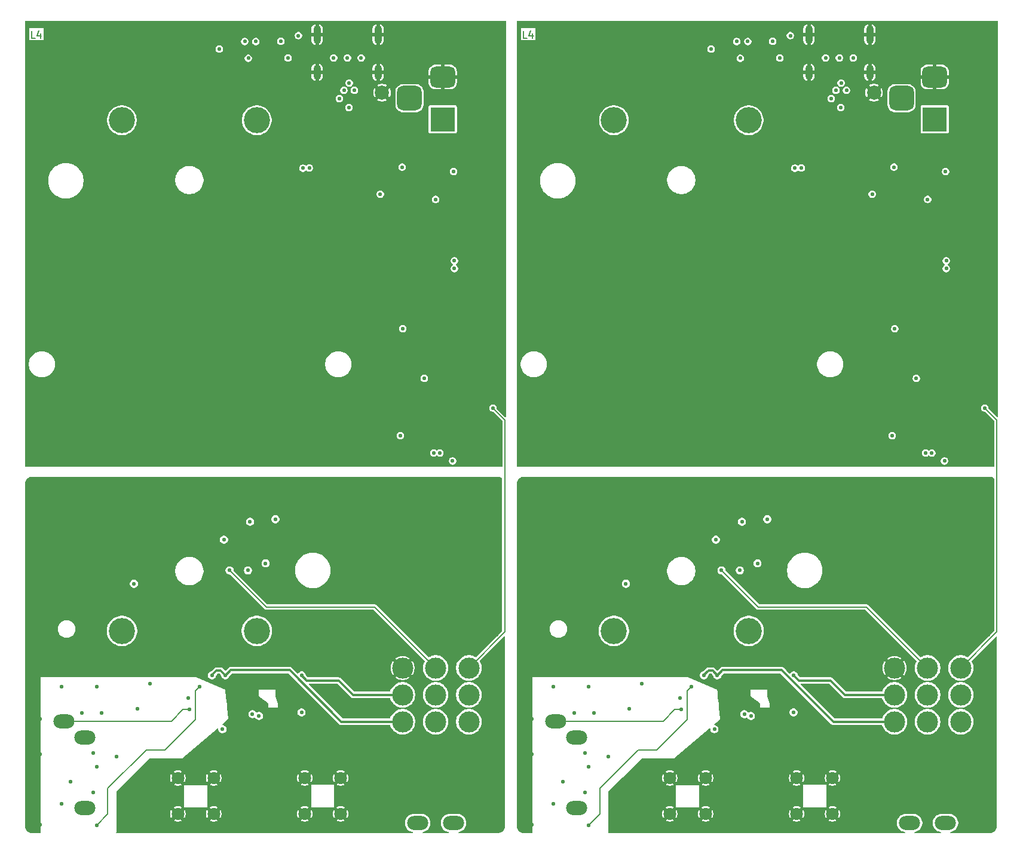
<source format=gbr>
%TF.GenerationSoftware,KiCad,Pcbnew,9.0.2+dfsg-1*%
%TF.CreationDate,2025-07-12T21:44:10+01:00*%
%TF.ProjectId,low-noise-power-probe-panel,6c6f772d-6e6f-4697-9365-2d706f776572,rev?*%
%TF.SameCoordinates,Original*%
%TF.FileFunction,Copper,L4,Inr*%
%TF.FilePolarity,Positive*%
%FSLAX46Y46*%
G04 Gerber Fmt 4.6, Leading zero omitted, Abs format (unit mm)*
G04 Created by KiCad (PCBNEW 9.0.2+dfsg-1) date 2025-07-12 21:44:10*
%MOMM*%
%LPD*%
G01*
G04 APERTURE LIST*
G04 Aperture macros list*
%AMRoundRect*
0 Rectangle with rounded corners*
0 $1 Rounding radius*
0 $2 $3 $4 $5 $6 $7 $8 $9 X,Y pos of 4 corners*
0 Add a 4 corners polygon primitive as box body*
4,1,4,$2,$3,$4,$5,$6,$7,$8,$9,$2,$3,0*
0 Add four circle primitives for the rounded corners*
1,1,$1+$1,$2,$3*
1,1,$1+$1,$4,$5*
1,1,$1+$1,$6,$7*
1,1,$1+$1,$8,$9*
0 Add four rect primitives between the rounded corners*
20,1,$1+$1,$2,$3,$4,$5,0*
20,1,$1+$1,$4,$5,$6,$7,0*
20,1,$1+$1,$6,$7,$8,$9,0*
20,1,$1+$1,$8,$9,$2,$3,0*%
G04 Aperture macros list end*
%ADD10C,0.150000*%
%TA.AperFunction,NonConductor*%
%ADD11C,0.150000*%
%TD*%
%TA.AperFunction,ComponentPad*%
%ADD12C,1.800000*%
%TD*%
%TA.AperFunction,ComponentPad*%
%ADD13C,3.700000*%
%TD*%
%TA.AperFunction,ComponentPad*%
%ADD14O,1.100000X2.100000*%
%TD*%
%TA.AperFunction,ComponentPad*%
%ADD15O,1.100000X2.600000*%
%TD*%
%TA.AperFunction,ComponentPad*%
%ADD16O,3.000000X2.000000*%
%TD*%
%TA.AperFunction,ComponentPad*%
%ADD17C,3.000000*%
%TD*%
%TA.AperFunction,ComponentPad*%
%ADD18R,3.500000X3.500000*%
%TD*%
%TA.AperFunction,ComponentPad*%
%ADD19RoundRect,0.750000X-1.000000X0.750000X-1.000000X-0.750000X1.000000X-0.750000X1.000000X0.750000X0*%
%TD*%
%TA.AperFunction,ComponentPad*%
%ADD20RoundRect,0.875000X-0.875000X0.875000X-0.875000X-0.875000X0.875000X-0.875000X0.875000X0.875000X0*%
%TD*%
%TA.AperFunction,ComponentPad*%
%ADD21C,2.000000*%
%TD*%
%TA.AperFunction,ViaPad*%
%ADD22C,0.550000*%
%TD*%
%TA.AperFunction,Conductor*%
%ADD23C,0.300000*%
%TD*%
%TA.AperFunction,Conductor*%
%ADD24C,0.157000*%
%TD*%
G04 APERTURE END LIST*
D10*
D11*
X211733333Y-27254819D02*
X211257143Y-27254819D01*
X211257143Y-27254819D02*
X211257143Y-26254819D01*
X212495238Y-26588152D02*
X212495238Y-27254819D01*
X212257143Y-26207200D02*
X212019048Y-26921485D01*
X212019048Y-26921485D02*
X212638095Y-26921485D01*
D10*
D11*
X142033333Y-27254819D02*
X141557143Y-27254819D01*
X141557143Y-27254819D02*
X141557143Y-26254819D01*
X142795238Y-26588152D02*
X142795238Y-27254819D01*
X142557143Y-26207200D02*
X142319048Y-26921485D01*
X142319048Y-26921485D02*
X142938095Y-26921485D01*
D12*
%TO.N,Board_0-/PROBE_VGND*%
%TO.C,J2*%
X185340000Y-137165000D03*
X185340000Y-132085000D03*
X180260000Y-137165000D03*
X180260000Y-132085000D03*
%TD*%
D13*
%TO.N,Board_0-Net-(BT1A-+)*%
%TO.C,BT1*%
X154350000Y-111250000D03*
%TO.N,Board_0-/MID_BAT_D*%
X154350000Y-38900000D03*
%TO.N,Board_0-/-V_BAT_D*%
X173450000Y-111250000D03*
%TO.N,Board_0-Net-(BT1B-+)*%
X173450000Y-38900000D03*
%TD*%
D12*
%TO.N,Board_1-/PROBE_VGND*%
%TO.C,J1*%
X237040000Y-137165000D03*
X237040000Y-132085000D03*
X231960000Y-137165000D03*
X231960000Y-132085000D03*
%TD*%
D14*
%TO.N,Board_0-/USB_VGND*%
%TO.C,J4*%
X190629483Y-32125000D03*
D15*
X190629483Y-26765000D03*
D14*
X181989483Y-32125000D03*
D15*
X181989483Y-26765000D03*
%TD*%
D16*
%TO.N,Board_1-Net-(R16-Pad2)*%
%TO.C,RV1*%
X218800000Y-136325000D03*
%TO.N,Board_1-Net-(R25-Pad1)*%
X215800000Y-124025000D03*
%TO.N,Board_1-Net-(R17-Pad1)*%
X218800000Y-126325000D03*
%TD*%
D12*
%TO.N,Board_1-/PROBE_VGND*%
%TO.C,J2*%
X255040000Y-137165000D03*
X255040000Y-132085000D03*
X249960000Y-137165000D03*
X249960000Y-132085000D03*
%TD*%
D13*
%TO.N,Board_1-Net-(BT1A-+)*%
%TO.C,BT1*%
X224050000Y-111250000D03*
%TO.N,Board_1-/MID_BAT_D*%
X224050000Y-38900000D03*
%TO.N,Board_1-/-V_BAT_D*%
X243150000Y-111250000D03*
%TO.N,Board_1-Net-(BT1B-+)*%
X243150000Y-38900000D03*
%TD*%
D14*
%TO.N,Board_1-/USB_VGND*%
%TO.C,J4*%
X260329483Y-32125000D03*
D15*
X260329483Y-26765000D03*
D14*
X251689483Y-32125000D03*
D15*
X251689483Y-26765000D03*
%TD*%
D17*
%TO.N,Board_1-/+V_BATCHG*%
%TO.C,SW1*%
X273200000Y-124120000D03*
%TO.N,Board_1-/+V_BAT_D*%
X268500000Y-124120000D03*
%TO.N,Board_1-/+V_BAT*%
X263800000Y-124120000D03*
%TO.N,Board_1-/USB_VGND*%
X273200000Y-120310000D03*
%TO.N,Board_1-/-V_BAT_L*%
X268500000Y-120310000D03*
%TO.N,Board_1-/-V_BAT*%
X263800000Y-120310000D03*
%TO.N,Board_1-/MID_BATCHG*%
X273200000Y-116500000D03*
%TO.N,Board_1-/MID_BAT_D*%
X268500000Y-116500000D03*
%TO.N,Board_1-/PROBE_VGND*%
X263800000Y-116500000D03*
D16*
%TO.N,N/C*%
X265960000Y-138470000D03*
X271040000Y-138470000D03*
%TD*%
D17*
%TO.N,Board_0-/+V_BATCHG*%
%TO.C,SW1*%
X203500000Y-124120000D03*
%TO.N,Board_0-/+V_BAT_D*%
X198800000Y-124120000D03*
%TO.N,Board_0-/+V_BAT*%
X194100000Y-124120000D03*
%TO.N,Board_0-/USB_VGND*%
X203500000Y-120310000D03*
%TO.N,Board_0-/-V_BAT_L*%
X198800000Y-120310000D03*
%TO.N,Board_0-/-V_BAT*%
X194100000Y-120310000D03*
%TO.N,Board_0-/MID_BATCHG*%
X203500000Y-116500000D03*
%TO.N,Board_0-/MID_BAT_D*%
X198800000Y-116500000D03*
%TO.N,Board_0-/PROBE_VGND*%
X194100000Y-116500000D03*
D16*
%TO.N,N/C*%
X196260000Y-138470000D03*
X201340000Y-138470000D03*
%TD*%
%TO.N,Board_0-Net-(R16-Pad2)*%
%TO.C,RV1*%
X149100000Y-136325000D03*
%TO.N,Board_0-Net-(R25-Pad1)*%
X146100000Y-124025000D03*
%TO.N,Board_0-Net-(R17-Pad1)*%
X149100000Y-126325000D03*
%TD*%
D18*
%TO.N,Board_1-Net-(F1-Pad1)*%
%TO.C,J3*%
X269500000Y-38775000D03*
D19*
%TO.N,Board_1-/USB_VGND*%
X269500000Y-32775000D03*
D20*
%TO.N,Board_1-unconnected-(J3-Pad3)*%
X264800000Y-35775000D03*
%TD*%
D18*
%TO.N,Board_0-Net-(F1-Pad1)*%
%TO.C,J3*%
X199800000Y-38775000D03*
D19*
%TO.N,Board_0-/USB_VGND*%
X199800000Y-32775000D03*
D20*
%TO.N,Board_0-unconnected-(J3-Pad3)*%
X195100000Y-35775000D03*
%TD*%
D12*
%TO.N,Board_0-/PROBE_VGND*%
%TO.C,J1*%
X167340000Y-137165000D03*
X167340000Y-132085000D03*
X162260000Y-137165000D03*
X162260000Y-132085000D03*
%TD*%
D21*
%TO.N,Board_0-/USB_VGND*%
%TO.C,TP21*%
X191200000Y-35000000D03*
%TD*%
%TO.N,Board_1-/USB_VGND*%
%TO.C,TP21*%
X260900000Y-35000000D03*
%TD*%
D22*
%TO.N,Board_0-+2V5*%
X173763644Y-123299233D03*
X168590000Y-125175000D03*
X150250000Y-128525000D03*
%TO.N,Board_0--2V5*%
X179800000Y-122795000D03*
X150300000Y-134125000D03*
X172836356Y-123050767D03*
%TO.N,Board_0-/+V_BAT*%
X167100000Y-117537500D03*
X169000000Y-117537500D03*
%TO.N,Board_0-/+V_BATCHG*%
X201200000Y-87175000D03*
X193800000Y-83575000D03*
%TO.N,Board_0-/+V_BAT_D*%
X172200000Y-102685000D03*
X156050000Y-104575000D03*
%TO.N,Board_0-/-V_BAT*%
X179825000Y-117562500D03*
%TO.N,Board_0-/-V_BAT_L*%
X176090000Y-95425000D03*
X168800000Y-98325000D03*
%TO.N,Board_0-/CHARGE_STAT*%
X177875000Y-30100000D03*
X180000000Y-45700000D03*
%TO.N,Board_0-/MID_BATCHG*%
X206900000Y-79675000D03*
%TO.N,Board_0-/MID_BAT_D*%
X169600000Y-102685000D03*
%TO.N,Board_0-/PROBE_VGND*%
X207400000Y-96825000D03*
X156600000Y-132950000D03*
X142800000Y-106825000D03*
X198000000Y-111275000D03*
X178065476Y-91825000D03*
X187200000Y-117075000D03*
X159850000Y-130300000D03*
X147100000Y-132625000D03*
X194700000Y-130325000D03*
X198065476Y-106825000D03*
X173065476Y-91825000D03*
X173450000Y-130300000D03*
X203065476Y-136475000D03*
X148065476Y-106825000D03*
X173450000Y-135750000D03*
X183065476Y-96825000D03*
X172600000Y-117818413D03*
X188000000Y-111225000D03*
X169984524Y-135775000D03*
X169984524Y-138700000D03*
X142800000Y-101825000D03*
X207400000Y-111825000D03*
X153065476Y-96825000D03*
X191050000Y-130300000D03*
X188065476Y-91825000D03*
X163065476Y-96825000D03*
X163050000Y-111775000D03*
X173450000Y-132950000D03*
X172800000Y-125155000D03*
X191500000Y-125125000D03*
X170837500Y-121825000D03*
X156550000Y-122325000D03*
X198065476Y-101825000D03*
X203065476Y-96825000D03*
X142800000Y-111825000D03*
X153065476Y-91825000D03*
X142800000Y-91825000D03*
X183065476Y-91825000D03*
X193065476Y-106825000D03*
X188065476Y-96825000D03*
X159850000Y-132950000D03*
X187634524Y-135775000D03*
X173450000Y-138675000D03*
X163065476Y-91825000D03*
X145800000Y-135775000D03*
X142750000Y-123700000D03*
X191500000Y-122825000D03*
X207400000Y-101825000D03*
X178037500Y-121825000D03*
X145800000Y-119125000D03*
X145800000Y-114775000D03*
X169550000Y-125175000D03*
X177100000Y-132975000D03*
X192100000Y-111225000D03*
X205800000Y-134500000D03*
X176710000Y-125175000D03*
X177100000Y-138700000D03*
X148065476Y-91825000D03*
X169984524Y-132975000D03*
X207400000Y-126825000D03*
X182400000Y-125575000D03*
X168050000Y-117537500D03*
X179800000Y-123755000D03*
X177100000Y-135775000D03*
X203065476Y-106825000D03*
X198065476Y-91825000D03*
X151500000Y-122875000D03*
X181900000Y-117500000D03*
X158050000Y-111775000D03*
X150800000Y-114775000D03*
X197700000Y-136900000D03*
X188065476Y-101825000D03*
X158065476Y-96825000D03*
X142750000Y-138700000D03*
X148065476Y-101825000D03*
X156600000Y-135750000D03*
X207400000Y-136825000D03*
X158300000Y-118750000D03*
X193065476Y-91825000D03*
X158065476Y-91825000D03*
X188065476Y-106775000D03*
X170000000Y-130325000D03*
X163000000Y-116575000D03*
X150775000Y-130475000D03*
X169050000Y-114375000D03*
X177100000Y-130325000D03*
X203065476Y-101825000D03*
X156600000Y-138675000D03*
X178050000Y-111775000D03*
X187634524Y-132975000D03*
X148065476Y-96825000D03*
X181900000Y-115625000D03*
X187650000Y-130325000D03*
X207400000Y-91825000D03*
X159850000Y-135750000D03*
X148700000Y-122875000D03*
X187634524Y-138700000D03*
X182000000Y-124375000D03*
X142750000Y-128700000D03*
X191050000Y-132950000D03*
X158000000Y-116575000D03*
X200600000Y-131100000D03*
X168050000Y-111775000D03*
X203065476Y-91825000D03*
X182000000Y-123175000D03*
X153065476Y-101825000D03*
X177950000Y-117825000D03*
X177875000Y-114375000D03*
X204800000Y-126700000D03*
X191050000Y-135750000D03*
X201200000Y-125700000D03*
X193065476Y-96825000D03*
X177945000Y-115975000D03*
X174800000Y-117825000D03*
X158065476Y-101825000D03*
X191800000Y-127525000D03*
X168065476Y-91825000D03*
X142800000Y-96825000D03*
X200400000Y-136550000D03*
X191800000Y-119325000D03*
X207400000Y-106825000D03*
X198065476Y-96825000D03*
X183050000Y-106775000D03*
X194700000Y-135775000D03*
X191050000Y-138675000D03*
X194700000Y-132975000D03*
X163725439Y-120775000D03*
X153550000Y-129025000D03*
X202800000Y-131100000D03*
X159850000Y-138675000D03*
X150800000Y-119125000D03*
X148065476Y-111825000D03*
X193065476Y-101825000D03*
%TO.N,Board_0-/USB_CC1*%
X187300000Y-34675000D03*
X186500000Y-37100000D03*
%TO.N,Board_0-/USB_CC2*%
X184350000Y-30075004D03*
X185150000Y-35850000D03*
%TO.N,Board_0-/USB_D+*%
X186299994Y-30075000D03*
X186546037Y-33621037D03*
%TO.N,Board_0-/USB_D-*%
X185800000Y-34675000D03*
X188250000Y-30075000D03*
%TO.N,Board_0-/USB_VBUS*%
X168145000Y-28830000D03*
X172250000Y-30125000D03*
X194050000Y-45545000D03*
%TO.N,Board_0-/USB_VGND*%
X173065476Y-61825000D03*
X148065476Y-41825000D03*
X187800000Y-46950000D03*
X153065476Y-56825000D03*
X207400000Y-36825000D03*
X183300000Y-33450000D03*
X148065476Y-86825000D03*
X205300000Y-85400000D03*
X193200000Y-79700000D03*
X168065476Y-51825000D03*
X173065476Y-76825000D03*
X190250000Y-30400000D03*
X142800000Y-31825000D03*
X207400000Y-31825000D03*
X163065476Y-66825000D03*
X163065476Y-81825000D03*
X197200000Y-31375000D03*
X148065476Y-61825000D03*
X168065476Y-41825000D03*
X178065476Y-86825000D03*
X142800000Y-56825000D03*
X142800000Y-61825000D03*
X178065476Y-71825000D03*
X142800000Y-66825000D03*
X173065476Y-71825000D03*
X207400000Y-26825000D03*
X189300000Y-33400000D03*
X194950000Y-53100000D03*
X153065476Y-86825000D03*
X153065476Y-66825000D03*
X168065476Y-81825000D03*
X203065476Y-56825000D03*
X194600000Y-82500000D03*
X158065476Y-61825000D03*
X188065476Y-86825000D03*
X148065476Y-71825000D03*
X153065476Y-26825000D03*
X142800000Y-46825000D03*
X173065476Y-46825000D03*
X158065476Y-71825000D03*
X168065476Y-61825000D03*
X168065476Y-66825000D03*
X192400000Y-74600000D03*
X173065476Y-86825000D03*
X178065476Y-51825000D03*
X168065476Y-71825000D03*
X198065476Y-26825000D03*
X153065476Y-61825000D03*
X192400000Y-71600000D03*
X153065476Y-46825000D03*
X148065476Y-26825000D03*
X163065476Y-76825000D03*
X142800000Y-36825000D03*
X153065476Y-71825000D03*
X142800000Y-41825000D03*
X193065476Y-31825000D03*
X158065476Y-51825000D03*
X158065476Y-46825000D03*
X207400000Y-61825000D03*
X198065476Y-56825000D03*
X163065476Y-71825000D03*
X188065476Y-56825000D03*
X158065476Y-81825000D03*
X203065476Y-31825000D03*
X158065476Y-56825000D03*
X158065476Y-86825000D03*
X197400000Y-84850000D03*
X207400000Y-66825000D03*
X168065476Y-76825000D03*
X203065476Y-26825000D03*
X190200000Y-79600000D03*
X163065476Y-41825000D03*
X178065476Y-81825000D03*
X163065476Y-56825000D03*
X163065476Y-86825000D03*
X207400000Y-42800000D03*
X153065476Y-31825000D03*
X163065476Y-51825000D03*
X163065476Y-61825000D03*
X178065476Y-61825000D03*
X186800000Y-52100000D03*
X188065476Y-76825000D03*
X183065476Y-81825000D03*
X173065476Y-51825000D03*
X172100000Y-41825000D03*
X183065476Y-66825000D03*
X183065476Y-71825000D03*
X188065476Y-71825000D03*
X183065476Y-61825000D03*
X158065476Y-76825000D03*
X148065476Y-66825000D03*
X158065476Y-66825000D03*
X148065476Y-76825000D03*
X178065476Y-56825000D03*
X203065476Y-36825000D03*
X178065476Y-66825000D03*
X193065476Y-26825000D03*
X153065476Y-51825000D03*
X193065476Y-56825000D03*
X142800000Y-76825000D03*
X183065476Y-86825000D03*
X142800000Y-51825000D03*
X178065476Y-76825000D03*
X183065476Y-76825000D03*
X148065476Y-56825000D03*
X168065476Y-56825000D03*
X168065476Y-86825000D03*
X207400000Y-51825000D03*
X148065476Y-31825000D03*
X173065476Y-56825000D03*
X153065476Y-81825000D03*
X142800000Y-86825000D03*
X153065476Y-41825000D03*
X153065476Y-76825000D03*
X183065476Y-41825000D03*
X183065476Y-46825000D03*
X148065476Y-36825000D03*
X142800000Y-81825000D03*
X158065476Y-41825000D03*
X193065476Y-76825000D03*
X182150000Y-30400000D03*
X148065476Y-51825000D03*
X148065476Y-81825000D03*
X173065476Y-66825000D03*
X183065476Y-36825000D03*
X207400000Y-46825000D03*
X198700000Y-35775000D03*
X188065476Y-81825000D03*
X173065476Y-81825000D03*
X188065476Y-66825000D03*
%TO.N,Board_0-/V_UNREG*%
X201450000Y-58825000D03*
X201450000Y-59925000D03*
X180900000Y-45675000D03*
X179350000Y-26925000D03*
X198530000Y-86050000D03*
X197200000Y-75475000D03*
X194153341Y-68431867D03*
X199400000Y-86050000D03*
%TO.N,Board_0-Net-(D1-A)*%
X173320000Y-27755000D03*
%TO.N,Board_0-Net-(D1-K)*%
X171750000Y-27745000D03*
%TO.N,Board_0-Net-(D15-A)*%
X201350000Y-46175000D03*
%TO.N,Board_0-Net-(D3-A)*%
X150800000Y-138775000D03*
X165325000Y-119175000D03*
%TO.N,Board_0-Net-(D5-K)*%
X176860000Y-27735000D03*
%TO.N,Board_0-Net-(Q2-G)*%
X172500000Y-95785000D03*
X174700000Y-101685000D03*
%TO.N,Board_0-Net-(R25-Pad1)*%
X163896500Y-122375000D03*
%TO.N,Board_0-Net-(U6-GATE)*%
X198800000Y-50125000D03*
X190950000Y-49375000D03*
%TO.N,Board_1-+2V5*%
X243463644Y-123299233D03*
X238290000Y-125175000D03*
X219950000Y-128525000D03*
%TO.N,Board_1--2V5*%
X249500000Y-122795000D03*
X242536356Y-123050767D03*
X220000000Y-134125000D03*
%TO.N,Board_1-/+V_BAT*%
X238700000Y-117537500D03*
X236800000Y-117537500D03*
%TO.N,Board_1-/+V_BATCHG*%
X270900000Y-87175000D03*
X263500000Y-83575000D03*
%TO.N,Board_1-/+V_BAT_D*%
X241900000Y-102685000D03*
X225750000Y-104575000D03*
%TO.N,Board_1-/-V_BAT*%
X249525000Y-117562500D03*
%TO.N,Board_1-/-V_BAT_L*%
X245790000Y-95425000D03*
X238500000Y-98325000D03*
%TO.N,Board_1-/CHARGE_STAT*%
X247575000Y-30100000D03*
X249700000Y-45700000D03*
%TO.N,Board_1-/MID_BATCHG*%
X276600000Y-79675000D03*
%TO.N,Board_1-/MID_BAT_D*%
X239300000Y-102685000D03*
%TO.N,Board_1-/PROBE_VGND*%
X264400000Y-132975000D03*
X217765476Y-91825000D03*
X247650000Y-117825000D03*
X247737500Y-121825000D03*
X229550000Y-138675000D03*
X270300000Y-131100000D03*
X232765476Y-96825000D03*
X242300000Y-117818413D03*
X239700000Y-130325000D03*
X239684524Y-138700000D03*
X239684524Y-132975000D03*
X237750000Y-117537500D03*
X217765476Y-111825000D03*
X223250000Y-129025000D03*
X229550000Y-135750000D03*
X215500000Y-119125000D03*
X256900000Y-117075000D03*
X261200000Y-122825000D03*
X227700000Y-116575000D03*
X212450000Y-128700000D03*
X247765476Y-91825000D03*
X226300000Y-132950000D03*
X220500000Y-114775000D03*
X217765476Y-96825000D03*
X264400000Y-130325000D03*
X246800000Y-138700000D03*
X252750000Y-106775000D03*
X217765476Y-101825000D03*
X260750000Y-132950000D03*
X272500000Y-131100000D03*
X267765476Y-106825000D03*
X226250000Y-122325000D03*
X267765476Y-101825000D03*
X277100000Y-101825000D03*
X257700000Y-111225000D03*
X220500000Y-119125000D03*
X252765476Y-91825000D03*
X226300000Y-138675000D03*
X212500000Y-111825000D03*
X270900000Y-125700000D03*
X246800000Y-130325000D03*
X272765476Y-106825000D03*
X212500000Y-96825000D03*
X262765476Y-96825000D03*
X216800000Y-132625000D03*
X232700000Y-116575000D03*
X239684524Y-135775000D03*
X246800000Y-132975000D03*
X277100000Y-106825000D03*
X243150000Y-130300000D03*
X229550000Y-130300000D03*
X277100000Y-96825000D03*
X239250000Y-125175000D03*
X238750000Y-114375000D03*
X232750000Y-111775000D03*
X246800000Y-135775000D03*
X264400000Y-135775000D03*
X243150000Y-135750000D03*
X242765476Y-91825000D03*
X242500000Y-125155000D03*
X215500000Y-114775000D03*
X277100000Y-126825000D03*
X262765476Y-106825000D03*
X257334524Y-138700000D03*
X257765476Y-96825000D03*
X257334524Y-132975000D03*
X260750000Y-138675000D03*
X247750000Y-111775000D03*
X212500000Y-106825000D03*
X228000000Y-118750000D03*
X267400000Y-136900000D03*
X272765476Y-136475000D03*
X237765476Y-91825000D03*
X243150000Y-138675000D03*
X267700000Y-111275000D03*
X257765476Y-101825000D03*
X272765476Y-101825000D03*
X261800000Y-111225000D03*
X240537500Y-121825000D03*
X247575000Y-114375000D03*
X226300000Y-135750000D03*
X260750000Y-130300000D03*
X218400000Y-122875000D03*
X262765476Y-101825000D03*
X221200000Y-122875000D03*
X249500000Y-123755000D03*
X232765476Y-91825000D03*
X237750000Y-111775000D03*
X270100000Y-136550000D03*
X212450000Y-138700000D03*
X262765476Y-91825000D03*
X217765476Y-106825000D03*
X261200000Y-125125000D03*
X257765476Y-106775000D03*
X227750000Y-111775000D03*
X227765476Y-91825000D03*
X251600000Y-117500000D03*
X227765476Y-101825000D03*
X251700000Y-124375000D03*
X246410000Y-125175000D03*
X227765476Y-96825000D03*
X251600000Y-115625000D03*
X243150000Y-132950000D03*
X274500000Y-126700000D03*
X222765476Y-96825000D03*
X260750000Y-135750000D03*
X215500000Y-135775000D03*
X277100000Y-136825000D03*
X257334524Y-135775000D03*
X272765476Y-91825000D03*
X220475000Y-130475000D03*
X277100000Y-91825000D03*
X212500000Y-101825000D03*
X257765476Y-91825000D03*
X229550000Y-132950000D03*
X247645000Y-115975000D03*
X212500000Y-91825000D03*
X252100000Y-125575000D03*
X272765476Y-96825000D03*
X261500000Y-127525000D03*
X212450000Y-123700000D03*
X252765476Y-96825000D03*
X267765476Y-91825000D03*
X222765476Y-91825000D03*
X244500000Y-117825000D03*
X233425439Y-120775000D03*
X261500000Y-119325000D03*
X275500000Y-134500000D03*
X277100000Y-111825000D03*
X267765476Y-96825000D03*
X257350000Y-130325000D03*
X222765476Y-101825000D03*
X251700000Y-123175000D03*
%TO.N,Board_1-/USB_CC1*%
X256200000Y-37100000D03*
X257000000Y-34675000D03*
%TO.N,Board_1-/USB_CC2*%
X254850000Y-35850000D03*
X254050000Y-30075004D03*
%TO.N,Board_1-/USB_D+*%
X256246037Y-33621037D03*
X255999994Y-30075000D03*
%TO.N,Board_1-/USB_D-*%
X257950000Y-30075000D03*
X255500000Y-34675000D03*
%TO.N,Board_1-/USB_VBUS*%
X241950000Y-30125000D03*
X263750000Y-45545000D03*
X237845000Y-28830000D03*
%TO.N,Board_1-/USB_VGND*%
X264650000Y-53100000D03*
X212500000Y-81825000D03*
X222765476Y-61825000D03*
X217765476Y-66825000D03*
X252765476Y-46825000D03*
X247765476Y-56825000D03*
X217765476Y-81825000D03*
X277100000Y-31825000D03*
X237765476Y-71825000D03*
X237765476Y-56825000D03*
X227765476Y-41825000D03*
X237765476Y-76825000D03*
X262765476Y-26825000D03*
X222765476Y-56825000D03*
X212500000Y-66825000D03*
X272765476Y-56825000D03*
X262100000Y-71600000D03*
X241800000Y-41825000D03*
X217765476Y-86825000D03*
X252765476Y-86825000D03*
X257500000Y-46950000D03*
X272765476Y-31825000D03*
X227765476Y-66825000D03*
X217765476Y-71825000D03*
X277100000Y-36825000D03*
X242765476Y-61825000D03*
X227765476Y-71825000D03*
X227765476Y-51825000D03*
X222765476Y-71825000D03*
X232765476Y-71825000D03*
X217765476Y-61825000D03*
X257765476Y-66825000D03*
X277100000Y-66825000D03*
X275000000Y-85400000D03*
X222765476Y-41825000D03*
X262765476Y-31825000D03*
X247765476Y-81825000D03*
X242765476Y-86825000D03*
X227765476Y-76825000D03*
X222765476Y-31825000D03*
X212500000Y-51825000D03*
X222765476Y-86825000D03*
X259000000Y-33400000D03*
X251850000Y-30400000D03*
X237765476Y-86825000D03*
X252765476Y-81825000D03*
X267765476Y-56825000D03*
X227765476Y-61825000D03*
X212500000Y-56825000D03*
X227765476Y-56825000D03*
X252765476Y-66825000D03*
X262100000Y-74600000D03*
X212500000Y-36825000D03*
X247765476Y-86825000D03*
X227765476Y-81825000D03*
X257765476Y-81825000D03*
X222765476Y-76825000D03*
X232765476Y-61825000D03*
X252765476Y-61825000D03*
X256500000Y-52100000D03*
X237765476Y-81825000D03*
X232765476Y-66825000D03*
X247765476Y-51825000D03*
X247765476Y-71825000D03*
X277100000Y-51825000D03*
X277100000Y-26825000D03*
X217765476Y-41825000D03*
X266900000Y-31375000D03*
X242765476Y-66825000D03*
X267100000Y-84850000D03*
X257765476Y-86825000D03*
X222765476Y-46825000D03*
X232765476Y-41825000D03*
X212500000Y-86825000D03*
X259950000Y-30400000D03*
X277100000Y-46825000D03*
X217765476Y-26825000D03*
X242765476Y-46825000D03*
X257765476Y-76825000D03*
X272765476Y-26825000D03*
X242765476Y-76825000D03*
X252765476Y-36825000D03*
X247765476Y-61825000D03*
X242765476Y-56825000D03*
X212500000Y-41825000D03*
X217765476Y-76825000D03*
X264300000Y-82500000D03*
X217765476Y-56825000D03*
X277100000Y-42800000D03*
X222765476Y-81825000D03*
X259900000Y-79600000D03*
X247765476Y-66825000D03*
X222765476Y-51825000D03*
X262900000Y-79700000D03*
X257765476Y-56825000D03*
X277100000Y-61825000D03*
X212500000Y-76825000D03*
X242765476Y-71825000D03*
X232765476Y-51825000D03*
X237765476Y-41825000D03*
X267765476Y-26825000D03*
X237765476Y-66825000D03*
X232765476Y-76825000D03*
X217765476Y-51825000D03*
X242765476Y-51825000D03*
X237765476Y-51825000D03*
X253000000Y-33450000D03*
X262765476Y-56825000D03*
X262765476Y-76825000D03*
X227765476Y-86825000D03*
X217765476Y-36825000D03*
X272765476Y-36825000D03*
X212500000Y-61825000D03*
X252765476Y-76825000D03*
X222765476Y-26825000D03*
X222765476Y-66825000D03*
X212500000Y-31825000D03*
X247765476Y-76825000D03*
X227765476Y-46825000D03*
X268400000Y-35775000D03*
X212500000Y-46825000D03*
X232765476Y-56825000D03*
X242765476Y-81825000D03*
X257765476Y-71825000D03*
X237765476Y-61825000D03*
X252765476Y-71825000D03*
X232765476Y-81825000D03*
X217765476Y-31825000D03*
X252765476Y-41825000D03*
X232765476Y-86825000D03*
%TO.N,Board_1-/V_UNREG*%
X271150000Y-59925000D03*
X269100000Y-86050000D03*
X249050000Y-26925000D03*
X250600000Y-45675000D03*
X271150000Y-58825000D03*
X268230000Y-86050000D03*
X266900000Y-75475000D03*
X263853341Y-68431867D03*
%TO.N,Board_1-Net-(D1-A)*%
X243020000Y-27755000D03*
%TO.N,Board_1-Net-(D1-K)*%
X241450000Y-27745000D03*
%TO.N,Board_1-Net-(D15-A)*%
X271050000Y-46175000D03*
%TO.N,Board_1-Net-(D3-A)*%
X220500000Y-138775000D03*
X235025000Y-119175000D03*
%TO.N,Board_1-Net-(D5-K)*%
X246560000Y-27735000D03*
%TO.N,Board_1-Net-(Q2-G)*%
X242200000Y-95785000D03*
X244400000Y-101685000D03*
%TO.N,Board_1-Net-(R25-Pad1)*%
X233596500Y-122375000D03*
%TO.N,Board_1-Net-(U6-GATE)*%
X268500000Y-50125000D03*
X260650000Y-49375000D03*
%TD*%
D23*
%TO.N,Board_0-/+V_BAT*%
X169000000Y-117537500D02*
X169037500Y-117537500D01*
X167133372Y-117491628D02*
X167750000Y-116875000D01*
X167133372Y-117504128D02*
X167133372Y-117491628D01*
X185445000Y-124120000D02*
X194100000Y-124120000D01*
X178150000Y-116825000D02*
X185445000Y-124120000D01*
X169750000Y-116825000D02*
X178150000Y-116825000D01*
X167750000Y-116875000D02*
X168337500Y-116875000D01*
X167100000Y-117537500D02*
X167133372Y-117504128D01*
X168337500Y-116875000D02*
X169000000Y-117537500D01*
X169037500Y-117537500D02*
X169750000Y-116825000D01*
%TO.N,Board_0-/-V_BAT*%
X185050000Y-118275000D02*
X187085000Y-120310000D01*
X180537500Y-118275000D02*
X185050000Y-118275000D01*
X187085000Y-120310000D02*
X194100000Y-120310000D01*
X179825000Y-117562500D02*
X180537500Y-118275000D01*
D24*
%TO.N,Board_0-/MID_BATCHG*%
X208600000Y-81375000D02*
X206900000Y-79675000D01*
X203500000Y-116500000D02*
X208600000Y-111400000D01*
X208600000Y-111400000D02*
X208600000Y-81375000D01*
%TO.N,Board_0-/MID_BAT_D*%
X190175000Y-107875000D02*
X174790000Y-107875000D01*
X198800000Y-116500000D02*
X190175000Y-107875000D01*
X174790000Y-107875000D02*
X169600000Y-102685000D01*
%TO.N,Board_0-Net-(D3-A)*%
X164750000Y-119750000D02*
X164750000Y-123825000D01*
X160425000Y-128150000D02*
X157775000Y-128150000D01*
X152350000Y-137225000D02*
X150800000Y-138775000D01*
X157775000Y-128150000D02*
X152350000Y-133575000D01*
X152350000Y-133575000D02*
X152350000Y-137225000D01*
X164750000Y-123825000D02*
X160425000Y-128150000D01*
X165325000Y-119175000D02*
X164750000Y-119750000D01*
%TO.N,Board_0-Net-(R25-Pad1)*%
X161350000Y-124025000D02*
X146100000Y-124025000D01*
X163896500Y-122375000D02*
X163000000Y-122375000D01*
X163000000Y-122375000D02*
X161350000Y-124025000D01*
D23*
%TO.N,Board_1-/+V_BAT*%
X239450000Y-116825000D02*
X247850000Y-116825000D01*
X238700000Y-117537500D02*
X238737500Y-117537500D01*
X236833372Y-117491628D02*
X237450000Y-116875000D01*
X236833372Y-117504128D02*
X236833372Y-117491628D01*
X236800000Y-117537500D02*
X236833372Y-117504128D01*
X255145000Y-124120000D02*
X263800000Y-124120000D01*
X237450000Y-116875000D02*
X238037500Y-116875000D01*
X238737500Y-117537500D02*
X239450000Y-116825000D01*
X247850000Y-116825000D02*
X255145000Y-124120000D01*
X238037500Y-116875000D02*
X238700000Y-117537500D01*
%TO.N,Board_1-/-V_BAT*%
X249525000Y-117562500D02*
X250237500Y-118275000D01*
X254750000Y-118275000D02*
X256785000Y-120310000D01*
X256785000Y-120310000D02*
X263800000Y-120310000D01*
X250237500Y-118275000D02*
X254750000Y-118275000D01*
D24*
%TO.N,Board_1-/MID_BATCHG*%
X278300000Y-81375000D02*
X276600000Y-79675000D01*
X278300000Y-111400000D02*
X278300000Y-81375000D01*
X273200000Y-116500000D02*
X278300000Y-111400000D01*
%TO.N,Board_1-/MID_BAT_D*%
X259875000Y-107875000D02*
X244490000Y-107875000D01*
X268500000Y-116500000D02*
X259875000Y-107875000D01*
X244490000Y-107875000D02*
X239300000Y-102685000D01*
%TO.N,Board_1-Net-(D3-A)*%
X234450000Y-119750000D02*
X234450000Y-123825000D01*
X230125000Y-128150000D02*
X227475000Y-128150000D01*
X222050000Y-133575000D02*
X222050000Y-137225000D01*
X234450000Y-123825000D02*
X230125000Y-128150000D01*
X222050000Y-137225000D02*
X220500000Y-138775000D01*
X235025000Y-119175000D02*
X234450000Y-119750000D01*
X227475000Y-128150000D02*
X222050000Y-133575000D01*
%TO.N,Board_1-Net-(R25-Pad1)*%
X233596500Y-122375000D02*
X232700000Y-122375000D01*
X232700000Y-122375000D02*
X231050000Y-124025000D01*
X231050000Y-124025000D02*
X215800000Y-124025000D01*
%TD*%
%TA.AperFunction,Conductor*%
%TO.N,Board_1-/USB_VGND*%
G36*
X278459191Y-24818907D02*
G01*
X278495155Y-24868407D01*
X278500000Y-24899000D01*
X278500000Y-80870715D01*
X278481093Y-80928906D01*
X278431593Y-80964870D01*
X278370407Y-80964870D01*
X278330996Y-80940719D01*
X277154496Y-79764219D01*
X277126719Y-79709702D01*
X277125500Y-79694215D01*
X277125500Y-79605818D01*
X277125500Y-79605817D01*
X277089688Y-79472164D01*
X277020505Y-79352335D01*
X276922665Y-79254495D01*
X276802836Y-79185312D01*
X276669183Y-79149500D01*
X276530817Y-79149500D01*
X276397164Y-79185312D01*
X276277335Y-79254495D01*
X276179495Y-79352335D01*
X276110312Y-79472164D01*
X276074500Y-79605817D01*
X276074500Y-79744183D01*
X276110312Y-79877836D01*
X276179495Y-79997665D01*
X276277335Y-80095505D01*
X276397164Y-80164688D01*
X276530817Y-80200500D01*
X276619215Y-80200500D01*
X276677406Y-80219407D01*
X276689219Y-80229496D01*
X277942004Y-81482281D01*
X277969781Y-81536798D01*
X277971000Y-81552285D01*
X277971000Y-87901000D01*
X277952093Y-87959191D01*
X277902593Y-87995155D01*
X277872000Y-88000000D01*
X210399000Y-88000000D01*
X210340809Y-87981093D01*
X210304845Y-87931593D01*
X210300000Y-87901000D01*
X210300000Y-87105817D01*
X270374500Y-87105817D01*
X270374500Y-87244183D01*
X270410312Y-87377836D01*
X270479495Y-87497665D01*
X270577335Y-87595505D01*
X270697164Y-87664688D01*
X270830817Y-87700500D01*
X270830819Y-87700500D01*
X270969181Y-87700500D01*
X270969183Y-87700500D01*
X271102836Y-87664688D01*
X271222665Y-87595505D01*
X271320505Y-87497665D01*
X271389688Y-87377836D01*
X271425500Y-87244183D01*
X271425500Y-87105817D01*
X271389688Y-86972164D01*
X271320505Y-86852335D01*
X271222665Y-86754495D01*
X271102836Y-86685312D01*
X270969183Y-86649500D01*
X270830817Y-86649500D01*
X270697164Y-86685312D01*
X270577335Y-86754495D01*
X270479495Y-86852335D01*
X270410312Y-86972164D01*
X270374500Y-87105817D01*
X210300000Y-87105817D01*
X210300000Y-85980817D01*
X267704500Y-85980817D01*
X267704500Y-86119183D01*
X267740312Y-86252836D01*
X267809495Y-86372665D01*
X267907335Y-86470505D01*
X268027164Y-86539688D01*
X268160817Y-86575500D01*
X268160819Y-86575500D01*
X268299181Y-86575500D01*
X268299183Y-86575500D01*
X268432836Y-86539688D01*
X268552665Y-86470505D01*
X268594998Y-86428171D01*
X268649513Y-86400396D01*
X268709945Y-86409967D01*
X268735000Y-86428170D01*
X268777335Y-86470505D01*
X268897164Y-86539688D01*
X269030817Y-86575500D01*
X269030819Y-86575500D01*
X269169181Y-86575500D01*
X269169183Y-86575500D01*
X269302836Y-86539688D01*
X269422665Y-86470505D01*
X269520505Y-86372665D01*
X269589688Y-86252836D01*
X269625500Y-86119183D01*
X269625500Y-85980817D01*
X269589688Y-85847164D01*
X269520505Y-85727335D01*
X269422665Y-85629495D01*
X269302836Y-85560312D01*
X269169183Y-85524500D01*
X269030817Y-85524500D01*
X268897164Y-85560312D01*
X268777335Y-85629495D01*
X268735001Y-85671828D01*
X268680487Y-85699604D01*
X268620055Y-85690033D01*
X268594999Y-85671829D01*
X268552665Y-85629495D01*
X268432836Y-85560312D01*
X268299183Y-85524500D01*
X268160817Y-85524500D01*
X268027164Y-85560312D01*
X267907335Y-85629495D01*
X267809495Y-85727335D01*
X267740312Y-85847164D01*
X267704500Y-85980817D01*
X210300000Y-85980817D01*
X210300000Y-83505817D01*
X262974500Y-83505817D01*
X262974500Y-83644183D01*
X263010312Y-83777836D01*
X263079495Y-83897665D01*
X263177335Y-83995505D01*
X263297164Y-84064688D01*
X263430817Y-84100500D01*
X263430819Y-84100500D01*
X263569181Y-84100500D01*
X263569183Y-84100500D01*
X263702836Y-84064688D01*
X263822665Y-83995505D01*
X263920505Y-83897665D01*
X263989688Y-83777836D01*
X264025500Y-83644183D01*
X264025500Y-83505817D01*
X263989688Y-83372164D01*
X263920505Y-83252335D01*
X263822665Y-83154495D01*
X263702836Y-83085312D01*
X263569183Y-83049500D01*
X263430817Y-83049500D01*
X263297164Y-83085312D01*
X263177335Y-83154495D01*
X263079495Y-83252335D01*
X263010312Y-83372164D01*
X262974500Y-83505817D01*
X210300000Y-83505817D01*
X210300000Y-75405817D01*
X266374500Y-75405817D01*
X266374500Y-75544183D01*
X266410312Y-75677836D01*
X266479495Y-75797665D01*
X266577335Y-75895505D01*
X266697164Y-75964688D01*
X266830817Y-76000500D01*
X266830819Y-76000500D01*
X266969181Y-76000500D01*
X266969183Y-76000500D01*
X267102836Y-75964688D01*
X267222665Y-75895505D01*
X267320505Y-75797665D01*
X267389688Y-75677836D01*
X267425500Y-75544183D01*
X267425500Y-75405817D01*
X267389688Y-75272164D01*
X267320505Y-75152335D01*
X267222665Y-75054495D01*
X267102836Y-74985312D01*
X266969183Y-74949500D01*
X266830817Y-74949500D01*
X266697164Y-74985312D01*
X266577335Y-75054495D01*
X266479495Y-75152335D01*
X266410312Y-75272164D01*
X266374500Y-75405817D01*
X210300000Y-75405817D01*
X210300000Y-73353710D01*
X210849500Y-73353710D01*
X210849500Y-73596289D01*
X210881161Y-73836781D01*
X210881161Y-73836786D01*
X210943944Y-74071092D01*
X210943948Y-74071105D01*
X211036772Y-74295204D01*
X211036774Y-74295208D01*
X211036776Y-74295212D01*
X211158064Y-74505289D01*
X211158066Y-74505292D01*
X211305729Y-74697731D01*
X211305731Y-74697733D01*
X211305735Y-74697738D01*
X211477262Y-74869265D01*
X211477266Y-74869268D01*
X211477268Y-74869270D01*
X211628498Y-74985312D01*
X211669711Y-75016936D01*
X211879788Y-75138224D01*
X212103900Y-75231054D01*
X212338211Y-75293838D01*
X212578712Y-75325500D01*
X212578713Y-75325500D01*
X212821287Y-75325500D01*
X212821288Y-75325500D01*
X213061789Y-75293838D01*
X213296100Y-75231054D01*
X213520212Y-75138224D01*
X213730289Y-75016936D01*
X213922738Y-74869265D01*
X214094265Y-74697738D01*
X214241936Y-74505289D01*
X214363224Y-74295212D01*
X214456054Y-74071100D01*
X214518838Y-73836789D01*
X214550500Y-73596288D01*
X214550500Y-73353712D01*
X214550500Y-73353710D01*
X252849500Y-73353710D01*
X252849500Y-73596289D01*
X252881161Y-73836781D01*
X252881161Y-73836786D01*
X252943944Y-74071092D01*
X252943948Y-74071105D01*
X253036772Y-74295204D01*
X253036774Y-74295208D01*
X253036776Y-74295212D01*
X253158064Y-74505289D01*
X253158066Y-74505292D01*
X253305729Y-74697731D01*
X253305731Y-74697733D01*
X253305735Y-74697738D01*
X253477262Y-74869265D01*
X253477266Y-74869268D01*
X253477268Y-74869270D01*
X253628498Y-74985312D01*
X253669711Y-75016936D01*
X253879788Y-75138224D01*
X254103900Y-75231054D01*
X254338211Y-75293838D01*
X254578712Y-75325500D01*
X254578713Y-75325500D01*
X254821287Y-75325500D01*
X254821288Y-75325500D01*
X255061789Y-75293838D01*
X255296100Y-75231054D01*
X255520212Y-75138224D01*
X255730289Y-75016936D01*
X255922738Y-74869265D01*
X256094265Y-74697738D01*
X256241936Y-74505289D01*
X256363224Y-74295212D01*
X256456054Y-74071100D01*
X256518838Y-73836789D01*
X256550500Y-73596288D01*
X256550500Y-73353712D01*
X256518838Y-73113211D01*
X256456054Y-72878900D01*
X256363224Y-72654788D01*
X256241936Y-72444711D01*
X256094265Y-72252262D01*
X255922738Y-72080735D01*
X255922733Y-72080731D01*
X255922731Y-72080729D01*
X255730292Y-71933066D01*
X255730289Y-71933064D01*
X255520212Y-71811776D01*
X255520208Y-71811774D01*
X255520204Y-71811772D01*
X255296105Y-71718948D01*
X255296104Y-71718947D01*
X255296100Y-71718946D01*
X255061789Y-71656162D01*
X255061786Y-71656161D01*
X255061784Y-71656161D01*
X254821289Y-71624500D01*
X254821288Y-71624500D01*
X254578712Y-71624500D01*
X254578710Y-71624500D01*
X254338218Y-71656161D01*
X254338213Y-71656161D01*
X254103907Y-71718944D01*
X254103894Y-71718948D01*
X253879795Y-71811772D01*
X253669707Y-71933066D01*
X253477268Y-72080729D01*
X253305729Y-72252268D01*
X253158066Y-72444707D01*
X253036772Y-72654795D01*
X252943948Y-72878894D01*
X252943944Y-72878907D01*
X252881161Y-73113213D01*
X252881161Y-73113218D01*
X252849500Y-73353710D01*
X214550500Y-73353710D01*
X214518838Y-73113211D01*
X214456054Y-72878900D01*
X214363224Y-72654788D01*
X214241936Y-72444711D01*
X214094265Y-72252262D01*
X213922738Y-72080735D01*
X213922733Y-72080731D01*
X213922731Y-72080729D01*
X213730292Y-71933066D01*
X213730289Y-71933064D01*
X213520212Y-71811776D01*
X213520208Y-71811774D01*
X213520204Y-71811772D01*
X213296105Y-71718948D01*
X213296104Y-71718947D01*
X213296100Y-71718946D01*
X213061789Y-71656162D01*
X213061786Y-71656161D01*
X213061784Y-71656161D01*
X212821289Y-71624500D01*
X212821288Y-71624500D01*
X212578712Y-71624500D01*
X212578710Y-71624500D01*
X212338218Y-71656161D01*
X212338213Y-71656161D01*
X212103907Y-71718944D01*
X212103894Y-71718948D01*
X211879795Y-71811772D01*
X211669707Y-71933066D01*
X211477268Y-72080729D01*
X211305729Y-72252268D01*
X211158066Y-72444707D01*
X211036772Y-72654795D01*
X210943948Y-72878894D01*
X210943944Y-72878907D01*
X210881161Y-73113213D01*
X210881161Y-73113218D01*
X210849500Y-73353710D01*
X210300000Y-73353710D01*
X210300000Y-68362684D01*
X263327841Y-68362684D01*
X263327841Y-68501050D01*
X263363653Y-68634703D01*
X263432836Y-68754532D01*
X263530676Y-68852372D01*
X263650505Y-68921555D01*
X263784158Y-68957367D01*
X263784160Y-68957367D01*
X263922522Y-68957367D01*
X263922524Y-68957367D01*
X264056177Y-68921555D01*
X264176006Y-68852372D01*
X264273846Y-68754532D01*
X264343029Y-68634703D01*
X264378841Y-68501050D01*
X264378841Y-68362684D01*
X264343029Y-68229031D01*
X264273846Y-68109202D01*
X264176006Y-68011362D01*
X264056177Y-67942179D01*
X263922524Y-67906367D01*
X263784158Y-67906367D01*
X263650505Y-67942179D01*
X263530676Y-68011362D01*
X263432836Y-68109202D01*
X263363653Y-68229031D01*
X263327841Y-68362684D01*
X210300000Y-68362684D01*
X210300000Y-58755817D01*
X270624500Y-58755817D01*
X270624500Y-58894183D01*
X270660312Y-59027836D01*
X270729495Y-59147665D01*
X270827335Y-59245505D01*
X270827337Y-59245506D01*
X270903127Y-59289264D01*
X270944068Y-59334733D01*
X270950464Y-59395584D01*
X270919871Y-59448572D01*
X270903127Y-59460736D01*
X270827337Y-59504493D01*
X270827335Y-59504495D01*
X270729495Y-59602335D01*
X270660312Y-59722164D01*
X270624500Y-59855817D01*
X270624500Y-59994183D01*
X270660312Y-60127836D01*
X270729495Y-60247665D01*
X270827335Y-60345505D01*
X270947164Y-60414688D01*
X271080817Y-60450500D01*
X271080819Y-60450500D01*
X271219181Y-60450500D01*
X271219183Y-60450500D01*
X271352836Y-60414688D01*
X271472665Y-60345505D01*
X271570505Y-60247665D01*
X271639688Y-60127836D01*
X271675500Y-59994183D01*
X271675500Y-59855817D01*
X271639688Y-59722164D01*
X271570505Y-59602335D01*
X271472665Y-59504495D01*
X271396870Y-59460735D01*
X271355931Y-59415267D01*
X271349535Y-59354417D01*
X271380128Y-59301429D01*
X271396865Y-59289267D01*
X271472665Y-59245505D01*
X271570505Y-59147665D01*
X271639688Y-59027836D01*
X271675500Y-58894183D01*
X271675500Y-58755817D01*
X271639688Y-58622164D01*
X271570505Y-58502335D01*
X271472665Y-58404495D01*
X271352836Y-58335312D01*
X271219183Y-58299500D01*
X271080817Y-58299500D01*
X270947164Y-58335312D01*
X270827335Y-58404495D01*
X270729495Y-58502335D01*
X270660312Y-58622164D01*
X270624500Y-58755817D01*
X210300000Y-58755817D01*
X210300000Y-50055817D01*
X267974500Y-50055817D01*
X267974500Y-50194183D01*
X268010312Y-50327836D01*
X268079495Y-50447665D01*
X268177335Y-50545505D01*
X268297164Y-50614688D01*
X268430817Y-50650500D01*
X268430819Y-50650500D01*
X268569181Y-50650500D01*
X268569183Y-50650500D01*
X268702836Y-50614688D01*
X268822665Y-50545505D01*
X268920505Y-50447665D01*
X268989688Y-50327836D01*
X269025500Y-50194183D01*
X269025500Y-50055817D01*
X268989688Y-49922164D01*
X268920505Y-49802335D01*
X268822665Y-49704495D01*
X268702836Y-49635312D01*
X268569183Y-49599500D01*
X268430817Y-49599500D01*
X268297164Y-49635312D01*
X268177335Y-49704495D01*
X268079495Y-49802335D01*
X268010312Y-49922164D01*
X267974500Y-50055817D01*
X210300000Y-50055817D01*
X210300000Y-47334573D01*
X213599500Y-47334573D01*
X213599500Y-47615426D01*
X213630944Y-47894507D01*
X213693440Y-48168319D01*
X213786198Y-48433406D01*
X213786199Y-48433409D01*
X213908047Y-48686430D01*
X213908051Y-48686437D01*
X213908055Y-48686445D01*
X214057477Y-48924248D01*
X214232584Y-49143825D01*
X214431175Y-49342416D01*
X214650752Y-49517523D01*
X214888555Y-49666945D01*
X214888566Y-49666950D01*
X214888569Y-49666952D01*
X215109962Y-49773569D01*
X215141592Y-49788801D01*
X215406682Y-49881560D01*
X215680491Y-49944055D01*
X215959575Y-49975500D01*
X215959576Y-49975500D01*
X216240424Y-49975500D01*
X216240425Y-49975500D01*
X216519509Y-49944055D01*
X216793318Y-49881560D01*
X217058408Y-49788801D01*
X217311445Y-49666945D01*
X217549248Y-49517523D01*
X217768825Y-49342416D01*
X217967416Y-49143825D01*
X218142523Y-48924248D01*
X218291945Y-48686445D01*
X218413801Y-48433408D01*
X218506560Y-48168318D01*
X218569055Y-47894509D01*
X218600500Y-47615425D01*
X218600500Y-47334575D01*
X218590281Y-47243879D01*
X231599500Y-47243879D01*
X231599500Y-47506120D01*
X231613890Y-47615424D01*
X231633730Y-47766116D01*
X231668132Y-47894507D01*
X231701600Y-48019411D01*
X231701604Y-48019424D01*
X231801953Y-48261689D01*
X231801955Y-48261693D01*
X231801957Y-48261697D01*
X231933076Y-48488803D01*
X232092718Y-48696851D01*
X232278149Y-48882282D01*
X232486197Y-49041924D01*
X232713303Y-49173043D01*
X232955581Y-49273398D01*
X233208884Y-49341270D01*
X233468880Y-49375500D01*
X233468881Y-49375500D01*
X233731119Y-49375500D01*
X233731120Y-49375500D01*
X233991116Y-49341270D01*
X234123429Y-49305817D01*
X260124500Y-49305817D01*
X260124500Y-49444183D01*
X260160312Y-49577836D01*
X260229495Y-49697665D01*
X260327335Y-49795505D01*
X260447164Y-49864688D01*
X260580817Y-49900500D01*
X260580819Y-49900500D01*
X260719181Y-49900500D01*
X260719183Y-49900500D01*
X260852836Y-49864688D01*
X260972665Y-49795505D01*
X261070505Y-49697665D01*
X261139688Y-49577836D01*
X261175500Y-49444183D01*
X261175500Y-49305817D01*
X261139688Y-49172164D01*
X261070505Y-49052335D01*
X260972665Y-48954495D01*
X260852836Y-48885312D01*
X260719183Y-48849500D01*
X260580817Y-48849500D01*
X260447164Y-48885312D01*
X260327335Y-48954495D01*
X260229495Y-49052335D01*
X260160312Y-49172164D01*
X260124500Y-49305817D01*
X234123429Y-49305817D01*
X234244419Y-49273398D01*
X234486697Y-49173043D01*
X234713803Y-49041924D01*
X234921851Y-48882282D01*
X235107282Y-48696851D01*
X235266924Y-48488803D01*
X235398043Y-48261697D01*
X235498398Y-48019419D01*
X235566270Y-47766116D01*
X235600500Y-47506120D01*
X235600500Y-47243880D01*
X235566270Y-46983884D01*
X235498398Y-46730581D01*
X235401921Y-46497665D01*
X235398046Y-46488310D01*
X235398045Y-46488309D01*
X235398043Y-46488303D01*
X235266924Y-46261197D01*
X235107282Y-46053149D01*
X234921851Y-45867718D01*
X234874085Y-45831066D01*
X234713802Y-45708075D01*
X234579987Y-45630818D01*
X234579985Y-45630817D01*
X249174500Y-45630817D01*
X249174500Y-45769183D01*
X249210312Y-45902836D01*
X249279495Y-46022665D01*
X249377335Y-46120505D01*
X249497164Y-46189688D01*
X249630817Y-46225500D01*
X249630819Y-46225500D01*
X249769181Y-46225500D01*
X249769183Y-46225500D01*
X249902836Y-46189688D01*
X250022665Y-46120505D01*
X250092498Y-46050671D01*
X250147013Y-46022896D01*
X250207445Y-46032467D01*
X250232500Y-46050670D01*
X250277335Y-46095505D01*
X250397164Y-46164688D01*
X250530817Y-46200500D01*
X250530819Y-46200500D01*
X250669181Y-46200500D01*
X250669183Y-46200500D01*
X250802836Y-46164688D01*
X250904804Y-46105817D01*
X270524500Y-46105817D01*
X270524500Y-46244183D01*
X270560312Y-46377836D01*
X270629495Y-46497665D01*
X270727335Y-46595505D01*
X270847164Y-46664688D01*
X270980817Y-46700500D01*
X270980819Y-46700500D01*
X271119181Y-46700500D01*
X271119183Y-46700500D01*
X271252836Y-46664688D01*
X271372665Y-46595505D01*
X271470505Y-46497665D01*
X271539688Y-46377836D01*
X271575500Y-46244183D01*
X271575500Y-46105817D01*
X271539688Y-45972164D01*
X271470505Y-45852335D01*
X271372665Y-45754495D01*
X271252836Y-45685312D01*
X271119183Y-45649500D01*
X270980817Y-45649500D01*
X270847164Y-45685312D01*
X270727335Y-45754495D01*
X270629495Y-45852335D01*
X270560312Y-45972164D01*
X270524500Y-46105817D01*
X250904804Y-46105817D01*
X250922665Y-46095505D01*
X251020505Y-45997665D01*
X251089688Y-45877836D01*
X251125500Y-45744183D01*
X251125500Y-45605817D01*
X251090667Y-45475817D01*
X263224500Y-45475817D01*
X263224500Y-45614183D01*
X263260312Y-45747836D01*
X263329495Y-45867665D01*
X263427335Y-45965505D01*
X263547164Y-46034688D01*
X263680817Y-46070500D01*
X263680819Y-46070500D01*
X263819181Y-46070500D01*
X263819183Y-46070500D01*
X263952836Y-46034688D01*
X264072665Y-45965505D01*
X264170505Y-45867665D01*
X264239688Y-45747836D01*
X264275500Y-45614183D01*
X264275500Y-45475817D01*
X264239688Y-45342164D01*
X264170505Y-45222335D01*
X264072665Y-45124495D01*
X263952836Y-45055312D01*
X263819183Y-45019500D01*
X263680817Y-45019500D01*
X263547164Y-45055312D01*
X263427335Y-45124495D01*
X263329495Y-45222335D01*
X263260312Y-45342164D01*
X263224500Y-45475817D01*
X251090667Y-45475817D01*
X251089688Y-45472164D01*
X251020505Y-45352335D01*
X250922665Y-45254495D01*
X250802836Y-45185312D01*
X250669183Y-45149500D01*
X250530817Y-45149500D01*
X250397164Y-45185312D01*
X250277335Y-45254495D01*
X250207501Y-45324328D01*
X250152987Y-45352104D01*
X250092555Y-45342533D01*
X250067499Y-45324329D01*
X250022665Y-45279495D01*
X249902836Y-45210312D01*
X249769183Y-45174500D01*
X249630817Y-45174500D01*
X249497164Y-45210312D01*
X249377335Y-45279495D01*
X249279495Y-45377335D01*
X249210312Y-45497164D01*
X249174500Y-45630817D01*
X234579985Y-45630817D01*
X234486697Y-45576957D01*
X234486693Y-45576955D01*
X234486689Y-45576953D01*
X234244424Y-45476604D01*
X234244423Y-45476603D01*
X234244419Y-45476602D01*
X233991116Y-45408730D01*
X233991111Y-45408729D01*
X233991110Y-45408729D01*
X233731120Y-45374500D01*
X233468880Y-45374500D01*
X233468879Y-45374500D01*
X233208889Y-45408729D01*
X233208886Y-45408729D01*
X233208884Y-45408730D01*
X233120259Y-45432477D01*
X232955588Y-45476600D01*
X232955575Y-45476604D01*
X232713310Y-45576953D01*
X232486197Y-45708075D01*
X232278152Y-45867715D01*
X232092715Y-46053152D01*
X231933075Y-46261197D01*
X231801953Y-46488310D01*
X231701604Y-46730575D01*
X231701600Y-46730588D01*
X231633729Y-46983889D01*
X231599500Y-47243879D01*
X218590281Y-47243879D01*
X218569055Y-47055491D01*
X218506560Y-46781682D01*
X218413801Y-46516592D01*
X218291945Y-46263555D01*
X218142523Y-46025752D01*
X217967416Y-45806175D01*
X217768825Y-45607584D01*
X217549248Y-45432477D01*
X217311445Y-45283055D01*
X217311437Y-45283051D01*
X217311430Y-45283047D01*
X217058409Y-45161199D01*
X217058406Y-45161198D01*
X216793319Y-45068440D01*
X216519507Y-45005944D01*
X216240426Y-44974500D01*
X216240425Y-44974500D01*
X215959575Y-44974500D01*
X215959573Y-44974500D01*
X215680492Y-45005944D01*
X215406680Y-45068440D01*
X215141593Y-45161198D01*
X215141590Y-45161199D01*
X214888569Y-45283047D01*
X214888557Y-45283054D01*
X214650751Y-45432477D01*
X214431176Y-45607583D01*
X214232583Y-45806176D01*
X214057477Y-46025751D01*
X213908054Y-46263557D01*
X213908047Y-46263569D01*
X213786199Y-46516590D01*
X213786198Y-46516593D01*
X213693440Y-46781680D01*
X213630944Y-47055492D01*
X213599500Y-47334573D01*
X210300000Y-47334573D01*
X210300000Y-38762326D01*
X221949500Y-38762326D01*
X221949500Y-39037674D01*
X221985440Y-39310666D01*
X222024253Y-39455521D01*
X222056704Y-39576631D01*
X222162074Y-39831016D01*
X222162077Y-39831021D01*
X222299751Y-40069479D01*
X222467372Y-40287928D01*
X222662072Y-40482628D01*
X222880521Y-40650249D01*
X223118979Y-40787923D01*
X223118980Y-40787923D01*
X223118983Y-40787925D01*
X223373368Y-40893295D01*
X223639334Y-40964560D01*
X223912326Y-41000500D01*
X223912327Y-41000500D01*
X224187673Y-41000500D01*
X224187674Y-41000500D01*
X224460666Y-40964560D01*
X224726632Y-40893295D01*
X224981021Y-40787923D01*
X225219479Y-40650249D01*
X225437928Y-40482628D01*
X225632628Y-40287928D01*
X225800249Y-40069479D01*
X225937923Y-39831021D01*
X226043295Y-39576632D01*
X226114560Y-39310666D01*
X226150500Y-39037674D01*
X226150500Y-38762326D01*
X241049500Y-38762326D01*
X241049500Y-39037674D01*
X241085440Y-39310666D01*
X241124253Y-39455521D01*
X241156704Y-39576631D01*
X241262074Y-39831016D01*
X241262077Y-39831021D01*
X241399751Y-40069479D01*
X241567372Y-40287928D01*
X241762072Y-40482628D01*
X241980521Y-40650249D01*
X242218979Y-40787923D01*
X242218980Y-40787923D01*
X242218983Y-40787925D01*
X242473368Y-40893295D01*
X242739334Y-40964560D01*
X243012326Y-41000500D01*
X243012327Y-41000500D01*
X243287673Y-41000500D01*
X243287674Y-41000500D01*
X243560666Y-40964560D01*
X243826632Y-40893295D01*
X244081021Y-40787923D01*
X244319479Y-40650249D01*
X244537928Y-40482628D01*
X244732628Y-40287928D01*
X244900249Y-40069479D01*
X245037923Y-39831021D01*
X245143295Y-39576632D01*
X245214560Y-39310666D01*
X245250500Y-39037674D01*
X245250500Y-38762326D01*
X245214560Y-38489334D01*
X245143295Y-38223368D01*
X245037923Y-37968979D01*
X244900249Y-37730521D01*
X244732628Y-37512072D01*
X244537928Y-37317372D01*
X244374341Y-37191848D01*
X244319482Y-37149753D01*
X244319479Y-37149751D01*
X244113480Y-37030817D01*
X255674500Y-37030817D01*
X255674500Y-37169183D01*
X255710312Y-37302836D01*
X255779495Y-37422665D01*
X255877335Y-37520505D01*
X255997164Y-37589688D01*
X256130817Y-37625500D01*
X256130819Y-37625500D01*
X256269181Y-37625500D01*
X256269183Y-37625500D01*
X256402836Y-37589688D01*
X256522665Y-37520505D01*
X256620505Y-37422665D01*
X256689688Y-37302836D01*
X256725500Y-37169183D01*
X256725500Y-37030817D01*
X256689688Y-36897164D01*
X256620505Y-36777335D01*
X256522665Y-36679495D01*
X256402836Y-36610312D01*
X256269183Y-36574500D01*
X256130817Y-36574500D01*
X255997164Y-36610312D01*
X255877335Y-36679495D01*
X255779495Y-36777335D01*
X255710312Y-36897164D01*
X255674500Y-37030817D01*
X244113480Y-37030817D01*
X244081021Y-37012077D01*
X244081016Y-37012074D01*
X243826631Y-36906704D01*
X243705521Y-36874253D01*
X243560666Y-36835440D01*
X243560659Y-36835439D01*
X243287675Y-36799500D01*
X243287674Y-36799500D01*
X243012326Y-36799500D01*
X243012324Y-36799500D01*
X242739340Y-36835439D01*
X242739338Y-36835439D01*
X242739334Y-36835440D01*
X242638805Y-36862376D01*
X242473368Y-36906704D01*
X242218983Y-37012074D01*
X241980517Y-37149753D01*
X241762075Y-37317369D01*
X241567369Y-37512075D01*
X241399753Y-37730517D01*
X241262074Y-37968983D01*
X241156704Y-38223368D01*
X241112376Y-38388805D01*
X241085440Y-38489334D01*
X241049500Y-38762326D01*
X226150500Y-38762326D01*
X226114560Y-38489334D01*
X226043295Y-38223368D01*
X225937923Y-37968979D01*
X225800249Y-37730521D01*
X225632628Y-37512072D01*
X225437928Y-37317372D01*
X225274341Y-37191848D01*
X225219482Y-37149753D01*
X224981016Y-37012074D01*
X224726631Y-36906704D01*
X224605521Y-36874253D01*
X224460666Y-36835440D01*
X224460659Y-36835439D01*
X224187675Y-36799500D01*
X224187674Y-36799500D01*
X223912326Y-36799500D01*
X223912324Y-36799500D01*
X223639340Y-36835439D01*
X223639338Y-36835439D01*
X223639334Y-36835440D01*
X223538805Y-36862376D01*
X223373368Y-36906704D01*
X223118983Y-37012074D01*
X222880517Y-37149753D01*
X222662075Y-37317369D01*
X222467369Y-37512075D01*
X222299753Y-37730517D01*
X222162074Y-37968983D01*
X222056704Y-38223368D01*
X222012376Y-38388805D01*
X221985440Y-38489334D01*
X221949500Y-38762326D01*
X210300000Y-38762326D01*
X210300000Y-35780817D01*
X254324500Y-35780817D01*
X254324500Y-35919183D01*
X254360312Y-36052836D01*
X254429495Y-36172665D01*
X254527335Y-36270505D01*
X254647164Y-36339688D01*
X254780817Y-36375500D01*
X254780819Y-36375500D01*
X254919181Y-36375500D01*
X254919183Y-36375500D01*
X255052836Y-36339688D01*
X255172665Y-36270505D01*
X255270505Y-36172665D01*
X255339688Y-36052836D01*
X255375500Y-35919183D01*
X255375500Y-35780817D01*
X255339688Y-35647164D01*
X255270505Y-35527335D01*
X255172665Y-35429495D01*
X255052836Y-35360312D01*
X254919183Y-35324500D01*
X254780817Y-35324500D01*
X254647164Y-35360312D01*
X254527335Y-35429495D01*
X254429495Y-35527335D01*
X254360312Y-35647164D01*
X254324500Y-35780817D01*
X210300000Y-35780817D01*
X210300000Y-34605817D01*
X254974500Y-34605817D01*
X254974500Y-34744183D01*
X255010312Y-34877836D01*
X255079495Y-34997665D01*
X255177335Y-35095505D01*
X255297164Y-35164688D01*
X255430817Y-35200500D01*
X255430819Y-35200500D01*
X255569181Y-35200500D01*
X255569183Y-35200500D01*
X255702836Y-35164688D01*
X255822665Y-35095505D01*
X255920505Y-34997665D01*
X255989688Y-34877836D01*
X256025500Y-34744183D01*
X256025500Y-34605817D01*
X256474500Y-34605817D01*
X256474500Y-34744183D01*
X256510312Y-34877836D01*
X256579495Y-34997665D01*
X256677335Y-35095505D01*
X256797164Y-35164688D01*
X256930817Y-35200500D01*
X256930819Y-35200500D01*
X257069181Y-35200500D01*
X257069183Y-35200500D01*
X257202836Y-35164688D01*
X257322665Y-35095505D01*
X257420505Y-34997665D01*
X257475957Y-34901619D01*
X259650000Y-34901619D01*
X259650000Y-35098380D01*
X259680778Y-35292710D01*
X259680779Y-35292714D01*
X259741576Y-35479826D01*
X259741578Y-35479829D01*
X259830907Y-35655148D01*
X259856319Y-35690125D01*
X260417036Y-35129407D01*
X260434075Y-35192993D01*
X260499901Y-35307007D01*
X260592993Y-35400099D01*
X260707007Y-35465925D01*
X260770590Y-35482962D01*
X260209874Y-36043678D01*
X260244860Y-36069097D01*
X260420170Y-36158421D01*
X260420173Y-36158423D01*
X260607285Y-36219220D01*
X260607289Y-36219221D01*
X260801620Y-36250000D01*
X260998380Y-36250000D01*
X261192710Y-36219221D01*
X261192714Y-36219220D01*
X261379826Y-36158423D01*
X261379829Y-36158421D01*
X261555142Y-36069096D01*
X261555148Y-36069092D01*
X261590125Y-36043679D01*
X261590125Y-36043678D01*
X261029409Y-35482962D01*
X261092993Y-35465925D01*
X261207007Y-35400099D01*
X261300099Y-35307007D01*
X261365925Y-35192993D01*
X261382962Y-35129409D01*
X261943678Y-35690125D01*
X261943679Y-35690125D01*
X261969092Y-35655148D01*
X261969096Y-35655142D01*
X262058421Y-35479829D01*
X262058423Y-35479826D01*
X262119220Y-35292714D01*
X262119221Y-35292710D01*
X262150000Y-35098380D01*
X262150000Y-34901619D01*
X262138350Y-34828066D01*
X262136130Y-34814052D01*
X262799500Y-34814052D01*
X262799500Y-36735948D01*
X262802376Y-36784225D01*
X262802376Y-36784226D01*
X262802377Y-36784236D01*
X262843750Y-36974420D01*
X262848066Y-36994259D01*
X262932678Y-37191845D01*
X262932681Y-37191851D01*
X263053152Y-37369849D01*
X263053154Y-37369851D01*
X263053157Y-37369855D01*
X263205145Y-37521843D01*
X263205148Y-37521845D01*
X263205150Y-37521847D01*
X263305385Y-37589687D01*
X263383152Y-37642321D01*
X263580741Y-37726934D01*
X263700646Y-37753017D01*
X263790763Y-37772622D01*
X263790766Y-37772622D01*
X263790774Y-37772624D01*
X263839052Y-37775500D01*
X263839065Y-37775500D01*
X265760935Y-37775500D01*
X265760948Y-37775500D01*
X265809226Y-37772624D01*
X265809234Y-37772622D01*
X265809236Y-37772622D01*
X265849458Y-37763871D01*
X266019259Y-37726934D01*
X266216848Y-37642321D01*
X266394855Y-37521843D01*
X266546843Y-37369855D01*
X266667321Y-37191848D01*
X266749336Y-37000327D01*
X267499500Y-37000327D01*
X267499500Y-40549672D01*
X267499501Y-40549684D01*
X267514033Y-40622736D01*
X267514035Y-40622742D01*
X267569397Y-40705599D01*
X267569399Y-40705601D01*
X267652260Y-40760966D01*
X267707808Y-40772015D01*
X267725315Y-40775498D01*
X267725320Y-40775498D01*
X267725326Y-40775500D01*
X267725327Y-40775500D01*
X271274673Y-40775500D01*
X271274674Y-40775500D01*
X271347740Y-40760966D01*
X271430601Y-40705601D01*
X271485966Y-40622740D01*
X271500500Y-40549674D01*
X271500500Y-37000326D01*
X271499292Y-36994255D01*
X271495346Y-36974418D01*
X271485966Y-36927260D01*
X271430601Y-36844399D01*
X271430599Y-36844397D01*
X271347742Y-36789035D01*
X271347740Y-36789034D01*
X271347737Y-36789033D01*
X271347736Y-36789033D01*
X271274684Y-36774501D01*
X271274674Y-36774500D01*
X267725326Y-36774500D01*
X267725325Y-36774500D01*
X267725315Y-36774501D01*
X267652263Y-36789033D01*
X267652257Y-36789035D01*
X267569400Y-36844397D01*
X267569397Y-36844400D01*
X267514035Y-36927257D01*
X267514033Y-36927263D01*
X267499501Y-37000315D01*
X267499500Y-37000327D01*
X266749336Y-37000327D01*
X266751934Y-36994259D01*
X266797624Y-36784226D01*
X266800500Y-36735948D01*
X266800500Y-34814052D01*
X266797624Y-34765774D01*
X266784900Y-34707285D01*
X266771665Y-34646445D01*
X266751934Y-34555741D01*
X266667321Y-34358152D01*
X266628506Y-34300803D01*
X266546847Y-34180150D01*
X266546845Y-34180148D01*
X266546843Y-34180145D01*
X266394855Y-34028157D01*
X266394851Y-34028154D01*
X266394849Y-34028152D01*
X266216851Y-33907681D01*
X266216850Y-33907680D01*
X266216848Y-33907679D01*
X266019259Y-33823066D01*
X266019254Y-33823065D01*
X266019251Y-33823064D01*
X265809236Y-33777377D01*
X265809226Y-33777376D01*
X265760948Y-33774500D01*
X263839052Y-33774500D01*
X263802843Y-33776657D01*
X263790773Y-33777376D01*
X263790763Y-33777377D01*
X263580748Y-33823064D01*
X263580741Y-33823066D01*
X263383154Y-33907678D01*
X263383148Y-33907681D01*
X263205150Y-34028152D01*
X263053152Y-34180150D01*
X262932681Y-34358148D01*
X262932678Y-34358154D01*
X262848066Y-34555741D01*
X262848064Y-34555748D01*
X262802377Y-34765763D01*
X262802376Y-34765773D01*
X262802376Y-34765774D01*
X262799500Y-34814052D01*
X262136130Y-34814052D01*
X262119221Y-34707289D01*
X262119220Y-34707285D01*
X262058423Y-34520173D01*
X262058421Y-34520170D01*
X261969097Y-34344860D01*
X261943678Y-34309874D01*
X261382962Y-34870590D01*
X261365925Y-34807007D01*
X261300099Y-34692993D01*
X261207007Y-34599901D01*
X261092993Y-34534075D01*
X261029407Y-34517036D01*
X261590125Y-33956319D01*
X261555148Y-33930907D01*
X261379829Y-33841578D01*
X261379826Y-33841576D01*
X261192714Y-33780779D01*
X261192710Y-33780778D01*
X260998380Y-33750000D01*
X260801620Y-33750000D01*
X260607289Y-33780778D01*
X260607285Y-33780779D01*
X260420173Y-33841576D01*
X260420170Y-33841578D01*
X260244856Y-33930904D01*
X260209873Y-33956319D01*
X260770591Y-34517037D01*
X260707007Y-34534075D01*
X260592993Y-34599901D01*
X260499901Y-34692993D01*
X260434075Y-34807007D01*
X260417037Y-34870591D01*
X259856319Y-34309873D01*
X259830904Y-34344856D01*
X259741578Y-34520170D01*
X259741576Y-34520173D01*
X259680779Y-34707285D01*
X259680778Y-34707289D01*
X259650000Y-34901619D01*
X257475957Y-34901619D01*
X257489688Y-34877836D01*
X257525500Y-34744183D01*
X257525500Y-34605817D01*
X257489688Y-34472164D01*
X257420505Y-34352335D01*
X257322665Y-34254495D01*
X257202836Y-34185312D01*
X257069183Y-34149500D01*
X256930817Y-34149500D01*
X256797164Y-34185312D01*
X256677335Y-34254495D01*
X256579495Y-34352335D01*
X256510312Y-34472164D01*
X256474500Y-34605817D01*
X256025500Y-34605817D01*
X255989688Y-34472164D01*
X255920505Y-34352335D01*
X255822665Y-34254495D01*
X255702836Y-34185312D01*
X255569183Y-34149500D01*
X255430817Y-34149500D01*
X255297164Y-34185312D01*
X255177335Y-34254495D01*
X255079495Y-34352335D01*
X255010312Y-34472164D01*
X254974500Y-34605817D01*
X210300000Y-34605817D01*
X210300000Y-33551854D01*
X255720537Y-33551854D01*
X255720537Y-33690220D01*
X255756349Y-33823873D01*
X255825532Y-33943702D01*
X255923372Y-34041542D01*
X256043201Y-34110725D01*
X256176854Y-34146537D01*
X256176856Y-34146537D01*
X256315218Y-34146537D01*
X256315220Y-34146537D01*
X256448873Y-34110725D01*
X256568702Y-34041542D01*
X256666542Y-33943702D01*
X256735725Y-33823873D01*
X256771537Y-33690220D01*
X256771537Y-33551854D01*
X256735725Y-33418201D01*
X256666542Y-33298372D01*
X256568702Y-33200532D01*
X256448873Y-33131349D01*
X256315220Y-33095537D01*
X256176854Y-33095537D01*
X256043201Y-33131349D01*
X255923372Y-33200532D01*
X255825532Y-33298372D01*
X255756349Y-33418201D01*
X255720537Y-33551854D01*
X210300000Y-33551854D01*
X210300000Y-31546204D01*
X250889483Y-31546204D01*
X250889483Y-31874999D01*
X250889484Y-31875000D01*
X251389483Y-31875000D01*
X251389483Y-32375000D01*
X250889484Y-32375000D01*
X250889483Y-32375001D01*
X250889483Y-32703795D01*
X250920225Y-32858349D01*
X250980531Y-33003940D01*
X250980535Y-33003949D01*
X251068082Y-33134969D01*
X251068085Y-33134973D01*
X251179509Y-33246397D01*
X251179513Y-33246400D01*
X251310541Y-33333951D01*
X251439482Y-33387360D01*
X251439483Y-33387359D01*
X251439483Y-32791988D01*
X251449423Y-32809205D01*
X251505278Y-32865060D01*
X251573687Y-32904556D01*
X251649987Y-32925000D01*
X251728979Y-32925000D01*
X251805279Y-32904556D01*
X251873688Y-32865060D01*
X251929543Y-32809205D01*
X251939483Y-32791988D01*
X251939483Y-33387360D01*
X252068424Y-33333951D01*
X252199452Y-33246400D01*
X252199456Y-33246397D01*
X252310880Y-33134973D01*
X252310883Y-33134969D01*
X252398430Y-33003949D01*
X252398434Y-33003940D01*
X252458740Y-32858349D01*
X252489482Y-32703795D01*
X252489483Y-32703792D01*
X252489483Y-32375001D01*
X252489482Y-32375000D01*
X251989483Y-32375000D01*
X251989483Y-31875000D01*
X252489482Y-31875000D01*
X252489483Y-31874999D01*
X252489483Y-31546207D01*
X252489482Y-31546204D01*
X259529483Y-31546204D01*
X259529483Y-31874999D01*
X259529484Y-31875000D01*
X260029483Y-31875000D01*
X260029483Y-32375000D01*
X259529484Y-32375000D01*
X259529483Y-32375001D01*
X259529483Y-32703795D01*
X259560225Y-32858349D01*
X259620531Y-33003940D01*
X259620535Y-33003949D01*
X259708082Y-33134969D01*
X259708085Y-33134973D01*
X259819509Y-33246397D01*
X259819513Y-33246400D01*
X259950541Y-33333951D01*
X260079482Y-33387360D01*
X260079483Y-33387359D01*
X260079483Y-32791988D01*
X260089423Y-32809205D01*
X260145278Y-32865060D01*
X260213687Y-32904556D01*
X260289987Y-32925000D01*
X260368979Y-32925000D01*
X260445279Y-32904556D01*
X260513688Y-32865060D01*
X260569543Y-32809205D01*
X260579483Y-32791988D01*
X260579483Y-33387360D01*
X260708424Y-33333951D01*
X260839452Y-33246400D01*
X260839456Y-33246397D01*
X260950880Y-33134973D01*
X260950883Y-33134969D01*
X261038430Y-33003949D01*
X261038434Y-33003940D01*
X261062390Y-32946107D01*
X261062390Y-32946106D01*
X261098739Y-32858352D01*
X261098739Y-32858350D01*
X261129482Y-32703795D01*
X261129483Y-32703792D01*
X261129483Y-32375001D01*
X261129482Y-32375000D01*
X260629483Y-32375000D01*
X260629483Y-31966999D01*
X267500000Y-31966999D01*
X267500000Y-32524999D01*
X267500001Y-32525000D01*
X268066988Y-32525000D01*
X268034075Y-32582007D01*
X268000000Y-32709174D01*
X268000000Y-32840826D01*
X268034075Y-32967993D01*
X268066988Y-33025000D01*
X267500001Y-33025000D01*
X267500000Y-33025001D01*
X267500000Y-33583000D01*
X267510609Y-33702332D01*
X267566557Y-33897861D01*
X267660720Y-34078128D01*
X267789244Y-34235750D01*
X267789249Y-34235755D01*
X267946871Y-34364279D01*
X268127138Y-34458442D01*
X268322667Y-34514390D01*
X268442000Y-34525000D01*
X269249999Y-34525000D01*
X269250000Y-34524999D01*
X269250000Y-33275000D01*
X269750000Y-33275000D01*
X269750000Y-34524999D01*
X269750001Y-34525000D01*
X270558000Y-34525000D01*
X270677332Y-34514390D01*
X270872861Y-34458442D01*
X271053128Y-34364279D01*
X271210750Y-34235755D01*
X271210755Y-34235750D01*
X271339279Y-34078128D01*
X271433442Y-33897861D01*
X271489390Y-33702332D01*
X271500000Y-33583000D01*
X271500000Y-33025001D01*
X271499999Y-33025000D01*
X270933012Y-33025000D01*
X270965925Y-32967993D01*
X271000000Y-32840826D01*
X271000000Y-32709174D01*
X270965925Y-32582007D01*
X270933012Y-32525000D01*
X271499999Y-32525000D01*
X271500000Y-32524999D01*
X271500000Y-31966999D01*
X271489390Y-31847667D01*
X271433442Y-31652138D01*
X271339279Y-31471871D01*
X271210755Y-31314249D01*
X271210750Y-31314244D01*
X271053128Y-31185720D01*
X270872861Y-31091557D01*
X270677332Y-31035609D01*
X270558000Y-31025000D01*
X269750001Y-31025000D01*
X269750000Y-31025001D01*
X269750000Y-32275000D01*
X269250000Y-32275000D01*
X269250000Y-31025001D01*
X269249999Y-31025000D01*
X268442000Y-31025000D01*
X268322667Y-31035609D01*
X268127138Y-31091557D01*
X267946871Y-31185720D01*
X267789249Y-31314244D01*
X267789244Y-31314249D01*
X267660720Y-31471871D01*
X267566557Y-31652138D01*
X267510609Y-31847667D01*
X267500000Y-31966999D01*
X260629483Y-31966999D01*
X260629483Y-31875000D01*
X261129482Y-31875000D01*
X261129483Y-31874999D01*
X261129483Y-31546207D01*
X261129482Y-31546204D01*
X261098740Y-31391650D01*
X261038434Y-31246059D01*
X261038430Y-31246050D01*
X260950883Y-31115030D01*
X260950880Y-31115026D01*
X260839456Y-31003602D01*
X260839452Y-31003599D01*
X260708432Y-30916052D01*
X260708423Y-30916048D01*
X260579483Y-30862639D01*
X260579483Y-31458011D01*
X260569543Y-31440795D01*
X260513688Y-31384940D01*
X260445279Y-31345444D01*
X260368979Y-31325000D01*
X260289987Y-31325000D01*
X260213687Y-31345444D01*
X260145278Y-31384940D01*
X260089423Y-31440795D01*
X260079483Y-31458011D01*
X260079483Y-30862639D01*
X259950542Y-30916048D01*
X259950533Y-30916052D01*
X259819513Y-31003599D01*
X259819509Y-31003602D01*
X259708085Y-31115026D01*
X259708082Y-31115030D01*
X259620535Y-31246050D01*
X259620531Y-31246059D01*
X259560225Y-31391650D01*
X259529483Y-31546204D01*
X252489482Y-31546204D01*
X252458740Y-31391650D01*
X252398434Y-31246059D01*
X252398430Y-31246050D01*
X252310883Y-31115030D01*
X252310880Y-31115026D01*
X252199456Y-31003602D01*
X252199452Y-31003599D01*
X252068432Y-30916052D01*
X252068423Y-30916048D01*
X251939483Y-30862639D01*
X251939483Y-31458011D01*
X251929543Y-31440795D01*
X251873688Y-31384940D01*
X251805279Y-31345444D01*
X251728979Y-31325000D01*
X251649987Y-31325000D01*
X251573687Y-31345444D01*
X251505278Y-31384940D01*
X251449423Y-31440795D01*
X251439483Y-31458011D01*
X251439483Y-30862639D01*
X251310542Y-30916048D01*
X251310533Y-30916052D01*
X251179513Y-31003599D01*
X251179509Y-31003602D01*
X251068085Y-31115026D01*
X251068082Y-31115030D01*
X250980535Y-31246050D01*
X250980531Y-31246059D01*
X250920225Y-31391650D01*
X250889483Y-31546204D01*
X210300000Y-31546204D01*
X210300000Y-30055817D01*
X241424500Y-30055817D01*
X241424500Y-30194183D01*
X241460312Y-30327836D01*
X241529495Y-30447665D01*
X241627335Y-30545505D01*
X241747164Y-30614688D01*
X241880817Y-30650500D01*
X241880819Y-30650500D01*
X242019181Y-30650500D01*
X242019183Y-30650500D01*
X242152836Y-30614688D01*
X242272665Y-30545505D01*
X242370505Y-30447665D01*
X242439688Y-30327836D01*
X242475500Y-30194183D01*
X242475500Y-30055817D01*
X242468801Y-30030817D01*
X247049500Y-30030817D01*
X247049500Y-30169183D01*
X247085312Y-30302836D01*
X247154495Y-30422665D01*
X247252335Y-30520505D01*
X247372164Y-30589688D01*
X247505817Y-30625500D01*
X247505819Y-30625500D01*
X247644181Y-30625500D01*
X247644183Y-30625500D01*
X247777836Y-30589688D01*
X247897665Y-30520505D01*
X247995505Y-30422665D01*
X248064688Y-30302836D01*
X248100500Y-30169183D01*
X248100500Y-30030817D01*
X248093802Y-30005821D01*
X253524500Y-30005821D01*
X253524500Y-30144187D01*
X253560312Y-30277840D01*
X253629495Y-30397669D01*
X253727335Y-30495509D01*
X253847164Y-30564692D01*
X253980817Y-30600504D01*
X253980819Y-30600504D01*
X254119181Y-30600504D01*
X254119183Y-30600504D01*
X254252836Y-30564692D01*
X254372665Y-30495509D01*
X254470505Y-30397669D01*
X254539688Y-30277840D01*
X254575500Y-30144187D01*
X254575500Y-30005821D01*
X254575499Y-30005817D01*
X255474494Y-30005817D01*
X255474494Y-30144183D01*
X255510306Y-30277836D01*
X255579489Y-30397665D01*
X255677329Y-30495505D01*
X255797158Y-30564688D01*
X255930811Y-30600500D01*
X255930813Y-30600500D01*
X256069175Y-30600500D01*
X256069177Y-30600500D01*
X256202830Y-30564688D01*
X256322659Y-30495505D01*
X256420499Y-30397665D01*
X256489682Y-30277836D01*
X256525494Y-30144183D01*
X256525494Y-30005817D01*
X257424500Y-30005817D01*
X257424500Y-30144183D01*
X257460312Y-30277836D01*
X257529495Y-30397665D01*
X257627335Y-30495505D01*
X257747164Y-30564688D01*
X257880817Y-30600500D01*
X257880819Y-30600500D01*
X258019181Y-30600500D01*
X258019183Y-30600500D01*
X258152836Y-30564688D01*
X258272665Y-30495505D01*
X258370505Y-30397665D01*
X258439688Y-30277836D01*
X258475500Y-30144183D01*
X258475500Y-30005817D01*
X258439688Y-29872164D01*
X258370505Y-29752335D01*
X258272665Y-29654495D01*
X258152836Y-29585312D01*
X258019183Y-29549500D01*
X257880817Y-29549500D01*
X257747164Y-29585312D01*
X257627335Y-29654495D01*
X257529495Y-29752335D01*
X257460312Y-29872164D01*
X257424500Y-30005817D01*
X256525494Y-30005817D01*
X256489682Y-29872164D01*
X256420499Y-29752335D01*
X256322659Y-29654495D01*
X256202830Y-29585312D01*
X256069177Y-29549500D01*
X255930811Y-29549500D01*
X255797158Y-29585312D01*
X255677329Y-29654495D01*
X255579489Y-29752335D01*
X255510306Y-29872164D01*
X255474494Y-30005817D01*
X254575499Y-30005817D01*
X254539688Y-29872168D01*
X254470505Y-29752339D01*
X254372665Y-29654499D01*
X254252836Y-29585316D01*
X254119183Y-29549504D01*
X253980817Y-29549504D01*
X253847164Y-29585316D01*
X253727335Y-29654499D01*
X253629495Y-29752339D01*
X253560312Y-29872168D01*
X253524500Y-30005821D01*
X248093802Y-30005821D01*
X248064688Y-29897164D01*
X247995505Y-29777335D01*
X247897665Y-29679495D01*
X247777836Y-29610312D01*
X247644183Y-29574500D01*
X247505817Y-29574500D01*
X247372164Y-29610312D01*
X247252335Y-29679495D01*
X247154495Y-29777335D01*
X247085312Y-29897164D01*
X247049500Y-30030817D01*
X242468801Y-30030817D01*
X242439688Y-29922164D01*
X242370505Y-29802335D01*
X242272665Y-29704495D01*
X242152836Y-29635312D01*
X242019183Y-29599500D01*
X241880817Y-29599500D01*
X241747164Y-29635312D01*
X241627335Y-29704495D01*
X241529495Y-29802335D01*
X241460312Y-29922164D01*
X241424500Y-30055817D01*
X210300000Y-30055817D01*
X210300000Y-28760817D01*
X237319500Y-28760817D01*
X237319500Y-28899183D01*
X237355312Y-29032836D01*
X237424495Y-29152665D01*
X237522335Y-29250505D01*
X237642164Y-29319688D01*
X237775817Y-29355500D01*
X237775819Y-29355500D01*
X237914181Y-29355500D01*
X237914183Y-29355500D01*
X238047836Y-29319688D01*
X238167665Y-29250505D01*
X238265505Y-29152665D01*
X238334688Y-29032836D01*
X238370500Y-28899183D01*
X238370500Y-28760817D01*
X238334688Y-28627164D01*
X238265505Y-28507335D01*
X238167665Y-28409495D01*
X238047836Y-28340312D01*
X237914183Y-28304500D01*
X237775817Y-28304500D01*
X237642164Y-28340312D01*
X237522335Y-28409495D01*
X237424495Y-28507335D01*
X237355312Y-28627164D01*
X237319500Y-28760817D01*
X210300000Y-28760817D01*
X210300000Y-27675817D01*
X240924500Y-27675817D01*
X240924500Y-27814183D01*
X240960312Y-27947836D01*
X241029495Y-28067665D01*
X241127335Y-28165505D01*
X241247164Y-28234688D01*
X241380817Y-28270500D01*
X241380819Y-28270500D01*
X241519181Y-28270500D01*
X241519183Y-28270500D01*
X241652836Y-28234688D01*
X241772665Y-28165505D01*
X241870505Y-28067665D01*
X241939688Y-27947836D01*
X241975500Y-27814183D01*
X241975500Y-27685817D01*
X242494500Y-27685817D01*
X242494500Y-27824183D01*
X242530312Y-27957836D01*
X242599495Y-28077665D01*
X242697335Y-28175505D01*
X242817164Y-28244688D01*
X242950817Y-28280500D01*
X242950819Y-28280500D01*
X243089181Y-28280500D01*
X243089183Y-28280500D01*
X243222836Y-28244688D01*
X243342665Y-28175505D01*
X243440505Y-28077665D01*
X243509688Y-27957836D01*
X243545500Y-27824183D01*
X243545500Y-27685817D01*
X243540141Y-27665817D01*
X246034500Y-27665817D01*
X246034500Y-27804183D01*
X246070312Y-27937836D01*
X246139495Y-28057665D01*
X246237335Y-28155505D01*
X246357164Y-28224688D01*
X246490817Y-28260500D01*
X246490819Y-28260500D01*
X246629181Y-28260500D01*
X246629183Y-28260500D01*
X246762836Y-28224688D01*
X246882665Y-28155505D01*
X246980505Y-28057665D01*
X247049688Y-27937836D01*
X247085500Y-27804183D01*
X247085500Y-27665817D01*
X247049688Y-27532164D01*
X246980505Y-27412335D01*
X246882665Y-27314495D01*
X246762836Y-27245312D01*
X246629183Y-27209500D01*
X246490817Y-27209500D01*
X246357164Y-27245312D01*
X246237335Y-27314495D01*
X246139495Y-27412335D01*
X246070312Y-27532164D01*
X246034500Y-27665817D01*
X243540141Y-27665817D01*
X243509688Y-27552164D01*
X243440505Y-27432335D01*
X243342665Y-27334495D01*
X243222836Y-27265312D01*
X243089183Y-27229500D01*
X242950817Y-27229500D01*
X242817164Y-27265312D01*
X242697335Y-27334495D01*
X242599495Y-27432335D01*
X242530312Y-27552164D01*
X242494500Y-27685817D01*
X241975500Y-27685817D01*
X241975500Y-27675817D01*
X241939688Y-27542164D01*
X241870505Y-27422335D01*
X241772665Y-27324495D01*
X241652836Y-27255312D01*
X241519183Y-27219500D01*
X241380817Y-27219500D01*
X241247164Y-27255312D01*
X241127335Y-27324495D01*
X241029495Y-27422335D01*
X240960312Y-27542164D01*
X240924500Y-27675817D01*
X210300000Y-27675817D01*
X210300000Y-27585319D01*
X210926643Y-27585319D01*
X210926644Y-27585319D01*
X212968594Y-27585319D01*
X212968595Y-27585319D01*
X212968595Y-26855817D01*
X248524500Y-26855817D01*
X248524500Y-26994183D01*
X248560312Y-27127836D01*
X248629495Y-27247665D01*
X248727335Y-27345505D01*
X248847164Y-27414688D01*
X248980817Y-27450500D01*
X248980819Y-27450500D01*
X249119181Y-27450500D01*
X249119183Y-27450500D01*
X249252836Y-27414688D01*
X249372665Y-27345505D01*
X249470505Y-27247665D01*
X249539688Y-27127836D01*
X249575500Y-26994183D01*
X249575500Y-26855817D01*
X249539688Y-26722164D01*
X249470505Y-26602335D01*
X249372665Y-26504495D01*
X249252836Y-26435312D01*
X249119183Y-26399500D01*
X248980817Y-26399500D01*
X248847164Y-26435312D01*
X248727335Y-26504495D01*
X248629495Y-26602335D01*
X248560312Y-26722164D01*
X248524500Y-26855817D01*
X212968595Y-26855817D01*
X212968595Y-25936204D01*
X250889483Y-25936204D01*
X250889483Y-26514999D01*
X250889484Y-26515000D01*
X251389483Y-26515000D01*
X251389483Y-27015000D01*
X250889484Y-27015000D01*
X250889483Y-27015001D01*
X250889483Y-27593795D01*
X250920225Y-27748349D01*
X250980531Y-27893940D01*
X250980535Y-27893949D01*
X251068082Y-28024969D01*
X251068085Y-28024973D01*
X251179509Y-28136397D01*
X251179513Y-28136400D01*
X251310541Y-28223951D01*
X251439482Y-28277360D01*
X251439483Y-28277359D01*
X251439483Y-27681988D01*
X251449423Y-27699205D01*
X251505278Y-27755060D01*
X251573687Y-27794556D01*
X251649987Y-27815000D01*
X251728979Y-27815000D01*
X251805279Y-27794556D01*
X251873688Y-27755060D01*
X251929543Y-27699205D01*
X251939483Y-27681988D01*
X251939483Y-28277360D01*
X252068424Y-28223951D01*
X252199452Y-28136400D01*
X252199456Y-28136397D01*
X252310880Y-28024973D01*
X252310883Y-28024969D01*
X252398430Y-27893949D01*
X252398434Y-27893940D01*
X252458740Y-27748349D01*
X252489482Y-27593795D01*
X252489483Y-27593792D01*
X252489483Y-27015001D01*
X252489482Y-27015000D01*
X251989483Y-27015000D01*
X251989483Y-26515000D01*
X252489482Y-26515000D01*
X252489483Y-26514999D01*
X252489483Y-25936207D01*
X252489482Y-25936204D01*
X259529483Y-25936204D01*
X259529483Y-26514999D01*
X259529484Y-26515000D01*
X260029483Y-26515000D01*
X260029483Y-27015000D01*
X259529484Y-27015000D01*
X259529483Y-27015001D01*
X259529483Y-27593795D01*
X259560225Y-27748349D01*
X259620531Y-27893940D01*
X259620535Y-27893949D01*
X259708082Y-28024969D01*
X259708085Y-28024973D01*
X259819509Y-28136397D01*
X259819513Y-28136400D01*
X259950541Y-28223951D01*
X260079482Y-28277360D01*
X260079483Y-28277359D01*
X260079483Y-27681988D01*
X260089423Y-27699205D01*
X260145278Y-27755060D01*
X260213687Y-27794556D01*
X260289987Y-27815000D01*
X260368979Y-27815000D01*
X260445279Y-27794556D01*
X260513688Y-27755060D01*
X260569543Y-27699205D01*
X260579483Y-27681988D01*
X260579483Y-28277360D01*
X260708424Y-28223951D01*
X260839452Y-28136400D01*
X260839456Y-28136397D01*
X260950880Y-28024973D01*
X260950883Y-28024969D01*
X261038430Y-27893949D01*
X261038434Y-27893940D01*
X261098740Y-27748349D01*
X261129482Y-27593795D01*
X261129483Y-27593792D01*
X261129483Y-27015001D01*
X261129482Y-27015000D01*
X260629483Y-27015000D01*
X260629483Y-26515000D01*
X261129482Y-26515000D01*
X261129483Y-26514999D01*
X261129483Y-25936207D01*
X261129482Y-25936204D01*
X261098740Y-25781650D01*
X261038434Y-25636059D01*
X261038430Y-25636050D01*
X260950883Y-25505030D01*
X260950880Y-25505026D01*
X260839456Y-25393602D01*
X260839452Y-25393599D01*
X260708432Y-25306052D01*
X260708423Y-25306048D01*
X260579483Y-25252639D01*
X260579483Y-25848011D01*
X260569543Y-25830795D01*
X260513688Y-25774940D01*
X260445279Y-25735444D01*
X260368979Y-25715000D01*
X260289987Y-25715000D01*
X260213687Y-25735444D01*
X260145278Y-25774940D01*
X260089423Y-25830795D01*
X260079483Y-25848011D01*
X260079483Y-25252639D01*
X259950542Y-25306048D01*
X259950533Y-25306052D01*
X259819513Y-25393599D01*
X259819509Y-25393602D01*
X259708085Y-25505026D01*
X259708082Y-25505030D01*
X259620535Y-25636050D01*
X259620531Y-25636059D01*
X259560225Y-25781650D01*
X259529483Y-25936204D01*
X252489482Y-25936204D01*
X252458740Y-25781650D01*
X252398434Y-25636059D01*
X252398430Y-25636050D01*
X252310883Y-25505030D01*
X252310880Y-25505026D01*
X252199456Y-25393602D01*
X252199452Y-25393599D01*
X252068432Y-25306052D01*
X252068423Y-25306048D01*
X251939483Y-25252639D01*
X251939483Y-25848011D01*
X251929543Y-25830795D01*
X251873688Y-25774940D01*
X251805279Y-25735444D01*
X251728979Y-25715000D01*
X251649987Y-25715000D01*
X251573687Y-25735444D01*
X251505278Y-25774940D01*
X251449423Y-25830795D01*
X251439483Y-25848011D01*
X251439483Y-25252639D01*
X251310542Y-25306048D01*
X251310533Y-25306052D01*
X251179513Y-25393599D01*
X251179509Y-25393602D01*
X251068085Y-25505026D01*
X251068082Y-25505030D01*
X250980535Y-25636050D01*
X250980531Y-25636059D01*
X250920225Y-25781650D01*
X250889483Y-25936204D01*
X212968595Y-25936204D01*
X212968595Y-25875845D01*
X210926643Y-25875845D01*
X210926643Y-27585319D01*
X210300000Y-27585319D01*
X210300000Y-24899000D01*
X210318907Y-24840809D01*
X210368407Y-24804845D01*
X210399000Y-24800000D01*
X278401000Y-24800000D01*
X278459191Y-24818907D01*
G37*
%TD.AperFunction*%
%TD*%
%TA.AperFunction,Conductor*%
%TO.N,Board_0-/USB_VGND*%
G36*
X208759191Y-24818907D02*
G01*
X208795155Y-24868407D01*
X208800000Y-24899000D01*
X208800000Y-80870715D01*
X208781093Y-80928906D01*
X208731593Y-80964870D01*
X208670407Y-80964870D01*
X208630996Y-80940719D01*
X207454496Y-79764219D01*
X207426719Y-79709702D01*
X207425500Y-79694215D01*
X207425500Y-79605818D01*
X207425500Y-79605817D01*
X207389688Y-79472164D01*
X207320505Y-79352335D01*
X207222665Y-79254495D01*
X207102836Y-79185312D01*
X206969183Y-79149500D01*
X206830817Y-79149500D01*
X206697164Y-79185312D01*
X206577335Y-79254495D01*
X206479495Y-79352335D01*
X206410312Y-79472164D01*
X206374500Y-79605817D01*
X206374500Y-79744183D01*
X206410312Y-79877836D01*
X206479495Y-79997665D01*
X206577335Y-80095505D01*
X206697164Y-80164688D01*
X206830817Y-80200500D01*
X206919215Y-80200500D01*
X206977406Y-80219407D01*
X206989219Y-80229496D01*
X208242004Y-81482281D01*
X208269781Y-81536798D01*
X208271000Y-81552285D01*
X208271000Y-87901000D01*
X208252093Y-87959191D01*
X208202593Y-87995155D01*
X208172000Y-88000000D01*
X140699000Y-88000000D01*
X140640809Y-87981093D01*
X140604845Y-87931593D01*
X140600000Y-87901000D01*
X140600000Y-87105817D01*
X200674500Y-87105817D01*
X200674500Y-87244183D01*
X200710312Y-87377836D01*
X200779495Y-87497665D01*
X200877335Y-87595505D01*
X200997164Y-87664688D01*
X201130817Y-87700500D01*
X201130819Y-87700500D01*
X201269181Y-87700500D01*
X201269183Y-87700500D01*
X201402836Y-87664688D01*
X201522665Y-87595505D01*
X201620505Y-87497665D01*
X201689688Y-87377836D01*
X201725500Y-87244183D01*
X201725500Y-87105817D01*
X201689688Y-86972164D01*
X201620505Y-86852335D01*
X201522665Y-86754495D01*
X201402836Y-86685312D01*
X201269183Y-86649500D01*
X201130817Y-86649500D01*
X200997164Y-86685312D01*
X200877335Y-86754495D01*
X200779495Y-86852335D01*
X200710312Y-86972164D01*
X200674500Y-87105817D01*
X140600000Y-87105817D01*
X140600000Y-85980817D01*
X198004500Y-85980817D01*
X198004500Y-86119183D01*
X198040312Y-86252836D01*
X198109495Y-86372665D01*
X198207335Y-86470505D01*
X198327164Y-86539688D01*
X198460817Y-86575500D01*
X198460819Y-86575500D01*
X198599181Y-86575500D01*
X198599183Y-86575500D01*
X198732836Y-86539688D01*
X198852665Y-86470505D01*
X198894998Y-86428171D01*
X198949513Y-86400396D01*
X199009945Y-86409967D01*
X199035000Y-86428170D01*
X199077335Y-86470505D01*
X199197164Y-86539688D01*
X199330817Y-86575500D01*
X199330819Y-86575500D01*
X199469181Y-86575500D01*
X199469183Y-86575500D01*
X199602836Y-86539688D01*
X199722665Y-86470505D01*
X199820505Y-86372665D01*
X199889688Y-86252836D01*
X199925500Y-86119183D01*
X199925500Y-85980817D01*
X199889688Y-85847164D01*
X199820505Y-85727335D01*
X199722665Y-85629495D01*
X199602836Y-85560312D01*
X199469183Y-85524500D01*
X199330817Y-85524500D01*
X199197164Y-85560312D01*
X199077335Y-85629495D01*
X199035001Y-85671828D01*
X198980487Y-85699604D01*
X198920055Y-85690033D01*
X198894999Y-85671829D01*
X198852665Y-85629495D01*
X198732836Y-85560312D01*
X198599183Y-85524500D01*
X198460817Y-85524500D01*
X198327164Y-85560312D01*
X198207335Y-85629495D01*
X198109495Y-85727335D01*
X198040312Y-85847164D01*
X198004500Y-85980817D01*
X140600000Y-85980817D01*
X140600000Y-83505817D01*
X193274500Y-83505817D01*
X193274500Y-83644183D01*
X193310312Y-83777836D01*
X193379495Y-83897665D01*
X193477335Y-83995505D01*
X193597164Y-84064688D01*
X193730817Y-84100500D01*
X193730819Y-84100500D01*
X193869181Y-84100500D01*
X193869183Y-84100500D01*
X194002836Y-84064688D01*
X194122665Y-83995505D01*
X194220505Y-83897665D01*
X194289688Y-83777836D01*
X194325500Y-83644183D01*
X194325500Y-83505817D01*
X194289688Y-83372164D01*
X194220505Y-83252335D01*
X194122665Y-83154495D01*
X194002836Y-83085312D01*
X193869183Y-83049500D01*
X193730817Y-83049500D01*
X193597164Y-83085312D01*
X193477335Y-83154495D01*
X193379495Y-83252335D01*
X193310312Y-83372164D01*
X193274500Y-83505817D01*
X140600000Y-83505817D01*
X140600000Y-75405817D01*
X196674500Y-75405817D01*
X196674500Y-75544183D01*
X196710312Y-75677836D01*
X196779495Y-75797665D01*
X196877335Y-75895505D01*
X196997164Y-75964688D01*
X197130817Y-76000500D01*
X197130819Y-76000500D01*
X197269181Y-76000500D01*
X197269183Y-76000500D01*
X197402836Y-75964688D01*
X197522665Y-75895505D01*
X197620505Y-75797665D01*
X197689688Y-75677836D01*
X197725500Y-75544183D01*
X197725500Y-75405817D01*
X197689688Y-75272164D01*
X197620505Y-75152335D01*
X197522665Y-75054495D01*
X197402836Y-74985312D01*
X197269183Y-74949500D01*
X197130817Y-74949500D01*
X196997164Y-74985312D01*
X196877335Y-75054495D01*
X196779495Y-75152335D01*
X196710312Y-75272164D01*
X196674500Y-75405817D01*
X140600000Y-75405817D01*
X140600000Y-73353710D01*
X141149500Y-73353710D01*
X141149500Y-73596289D01*
X141181161Y-73836781D01*
X141181161Y-73836786D01*
X141243944Y-74071092D01*
X141243948Y-74071105D01*
X141336772Y-74295204D01*
X141336774Y-74295208D01*
X141336776Y-74295212D01*
X141458064Y-74505289D01*
X141458066Y-74505292D01*
X141605729Y-74697731D01*
X141605731Y-74697733D01*
X141605735Y-74697738D01*
X141777262Y-74869265D01*
X141777266Y-74869268D01*
X141777268Y-74869270D01*
X141928498Y-74985312D01*
X141969711Y-75016936D01*
X142179788Y-75138224D01*
X142403900Y-75231054D01*
X142638211Y-75293838D01*
X142878712Y-75325500D01*
X142878713Y-75325500D01*
X143121287Y-75325500D01*
X143121288Y-75325500D01*
X143361789Y-75293838D01*
X143596100Y-75231054D01*
X143820212Y-75138224D01*
X144030289Y-75016936D01*
X144222738Y-74869265D01*
X144394265Y-74697738D01*
X144541936Y-74505289D01*
X144663224Y-74295212D01*
X144756054Y-74071100D01*
X144818838Y-73836789D01*
X144850500Y-73596288D01*
X144850500Y-73353712D01*
X144850500Y-73353710D01*
X183149500Y-73353710D01*
X183149500Y-73596289D01*
X183181161Y-73836781D01*
X183181161Y-73836786D01*
X183243944Y-74071092D01*
X183243948Y-74071105D01*
X183336772Y-74295204D01*
X183336774Y-74295208D01*
X183336776Y-74295212D01*
X183458064Y-74505289D01*
X183458066Y-74505292D01*
X183605729Y-74697731D01*
X183605731Y-74697733D01*
X183605735Y-74697738D01*
X183777262Y-74869265D01*
X183777266Y-74869268D01*
X183777268Y-74869270D01*
X183928498Y-74985312D01*
X183969711Y-75016936D01*
X184179788Y-75138224D01*
X184403900Y-75231054D01*
X184638211Y-75293838D01*
X184878712Y-75325500D01*
X184878713Y-75325500D01*
X185121287Y-75325500D01*
X185121288Y-75325500D01*
X185361789Y-75293838D01*
X185596100Y-75231054D01*
X185820212Y-75138224D01*
X186030289Y-75016936D01*
X186222738Y-74869265D01*
X186394265Y-74697738D01*
X186541936Y-74505289D01*
X186663224Y-74295212D01*
X186756054Y-74071100D01*
X186818838Y-73836789D01*
X186850500Y-73596288D01*
X186850500Y-73353712D01*
X186818838Y-73113211D01*
X186756054Y-72878900D01*
X186663224Y-72654788D01*
X186541936Y-72444711D01*
X186394265Y-72252262D01*
X186222738Y-72080735D01*
X186222733Y-72080731D01*
X186222731Y-72080729D01*
X186030292Y-71933066D01*
X186030289Y-71933064D01*
X185820212Y-71811776D01*
X185820208Y-71811774D01*
X185820204Y-71811772D01*
X185596105Y-71718948D01*
X185596104Y-71718947D01*
X185596100Y-71718946D01*
X185361789Y-71656162D01*
X185361786Y-71656161D01*
X185361784Y-71656161D01*
X185121289Y-71624500D01*
X185121288Y-71624500D01*
X184878712Y-71624500D01*
X184878710Y-71624500D01*
X184638218Y-71656161D01*
X184638213Y-71656161D01*
X184403907Y-71718944D01*
X184403894Y-71718948D01*
X184179795Y-71811772D01*
X183969707Y-71933066D01*
X183777268Y-72080729D01*
X183605729Y-72252268D01*
X183458066Y-72444707D01*
X183336772Y-72654795D01*
X183243948Y-72878894D01*
X183243944Y-72878907D01*
X183181161Y-73113213D01*
X183181161Y-73113218D01*
X183149500Y-73353710D01*
X144850500Y-73353710D01*
X144818838Y-73113211D01*
X144756054Y-72878900D01*
X144663224Y-72654788D01*
X144541936Y-72444711D01*
X144394265Y-72252262D01*
X144222738Y-72080735D01*
X144222733Y-72080731D01*
X144222731Y-72080729D01*
X144030292Y-71933066D01*
X144030289Y-71933064D01*
X143820212Y-71811776D01*
X143820208Y-71811774D01*
X143820204Y-71811772D01*
X143596105Y-71718948D01*
X143596104Y-71718947D01*
X143596100Y-71718946D01*
X143361789Y-71656162D01*
X143361786Y-71656161D01*
X143361784Y-71656161D01*
X143121289Y-71624500D01*
X143121288Y-71624500D01*
X142878712Y-71624500D01*
X142878710Y-71624500D01*
X142638218Y-71656161D01*
X142638213Y-71656161D01*
X142403907Y-71718944D01*
X142403894Y-71718948D01*
X142179795Y-71811772D01*
X141969707Y-71933066D01*
X141777268Y-72080729D01*
X141605729Y-72252268D01*
X141458066Y-72444707D01*
X141336772Y-72654795D01*
X141243948Y-72878894D01*
X141243944Y-72878907D01*
X141181161Y-73113213D01*
X141181161Y-73113218D01*
X141149500Y-73353710D01*
X140600000Y-73353710D01*
X140600000Y-68362684D01*
X193627841Y-68362684D01*
X193627841Y-68501050D01*
X193663653Y-68634703D01*
X193732836Y-68754532D01*
X193830676Y-68852372D01*
X193950505Y-68921555D01*
X194084158Y-68957367D01*
X194084160Y-68957367D01*
X194222522Y-68957367D01*
X194222524Y-68957367D01*
X194356177Y-68921555D01*
X194476006Y-68852372D01*
X194573846Y-68754532D01*
X194643029Y-68634703D01*
X194678841Y-68501050D01*
X194678841Y-68362684D01*
X194643029Y-68229031D01*
X194573846Y-68109202D01*
X194476006Y-68011362D01*
X194356177Y-67942179D01*
X194222524Y-67906367D01*
X194084158Y-67906367D01*
X193950505Y-67942179D01*
X193830676Y-68011362D01*
X193732836Y-68109202D01*
X193663653Y-68229031D01*
X193627841Y-68362684D01*
X140600000Y-68362684D01*
X140600000Y-58755817D01*
X200924500Y-58755817D01*
X200924500Y-58894183D01*
X200960312Y-59027836D01*
X201029495Y-59147665D01*
X201127335Y-59245505D01*
X201127337Y-59245506D01*
X201203127Y-59289264D01*
X201244068Y-59334733D01*
X201250464Y-59395584D01*
X201219871Y-59448572D01*
X201203127Y-59460736D01*
X201127337Y-59504493D01*
X201127335Y-59504495D01*
X201029495Y-59602335D01*
X200960312Y-59722164D01*
X200924500Y-59855817D01*
X200924500Y-59994183D01*
X200960312Y-60127836D01*
X201029495Y-60247665D01*
X201127335Y-60345505D01*
X201247164Y-60414688D01*
X201380817Y-60450500D01*
X201380819Y-60450500D01*
X201519181Y-60450500D01*
X201519183Y-60450500D01*
X201652836Y-60414688D01*
X201772665Y-60345505D01*
X201870505Y-60247665D01*
X201939688Y-60127836D01*
X201975500Y-59994183D01*
X201975500Y-59855817D01*
X201939688Y-59722164D01*
X201870505Y-59602335D01*
X201772665Y-59504495D01*
X201696870Y-59460735D01*
X201655931Y-59415267D01*
X201649535Y-59354417D01*
X201680128Y-59301429D01*
X201696865Y-59289267D01*
X201772665Y-59245505D01*
X201870505Y-59147665D01*
X201939688Y-59027836D01*
X201975500Y-58894183D01*
X201975500Y-58755817D01*
X201939688Y-58622164D01*
X201870505Y-58502335D01*
X201772665Y-58404495D01*
X201652836Y-58335312D01*
X201519183Y-58299500D01*
X201380817Y-58299500D01*
X201247164Y-58335312D01*
X201127335Y-58404495D01*
X201029495Y-58502335D01*
X200960312Y-58622164D01*
X200924500Y-58755817D01*
X140600000Y-58755817D01*
X140600000Y-50055817D01*
X198274500Y-50055817D01*
X198274500Y-50194183D01*
X198310312Y-50327836D01*
X198379495Y-50447665D01*
X198477335Y-50545505D01*
X198597164Y-50614688D01*
X198730817Y-50650500D01*
X198730819Y-50650500D01*
X198869181Y-50650500D01*
X198869183Y-50650500D01*
X199002836Y-50614688D01*
X199122665Y-50545505D01*
X199220505Y-50447665D01*
X199289688Y-50327836D01*
X199325500Y-50194183D01*
X199325500Y-50055817D01*
X199289688Y-49922164D01*
X199220505Y-49802335D01*
X199122665Y-49704495D01*
X199002836Y-49635312D01*
X198869183Y-49599500D01*
X198730817Y-49599500D01*
X198597164Y-49635312D01*
X198477335Y-49704495D01*
X198379495Y-49802335D01*
X198310312Y-49922164D01*
X198274500Y-50055817D01*
X140600000Y-50055817D01*
X140600000Y-47334573D01*
X143899500Y-47334573D01*
X143899500Y-47615426D01*
X143930944Y-47894507D01*
X143993440Y-48168319D01*
X144086198Y-48433406D01*
X144086199Y-48433409D01*
X144208047Y-48686430D01*
X144208051Y-48686437D01*
X144208055Y-48686445D01*
X144357477Y-48924248D01*
X144532584Y-49143825D01*
X144731175Y-49342416D01*
X144950752Y-49517523D01*
X145188555Y-49666945D01*
X145188566Y-49666950D01*
X145188569Y-49666952D01*
X145409962Y-49773569D01*
X145441592Y-49788801D01*
X145706682Y-49881560D01*
X145980491Y-49944055D01*
X146259575Y-49975500D01*
X146259576Y-49975500D01*
X146540424Y-49975500D01*
X146540425Y-49975500D01*
X146819509Y-49944055D01*
X147093318Y-49881560D01*
X147358408Y-49788801D01*
X147611445Y-49666945D01*
X147849248Y-49517523D01*
X148068825Y-49342416D01*
X148267416Y-49143825D01*
X148442523Y-48924248D01*
X148591945Y-48686445D01*
X148713801Y-48433408D01*
X148806560Y-48168318D01*
X148869055Y-47894509D01*
X148900500Y-47615425D01*
X148900500Y-47334575D01*
X148890281Y-47243879D01*
X161899500Y-47243879D01*
X161899500Y-47506120D01*
X161913890Y-47615424D01*
X161933730Y-47766116D01*
X161968132Y-47894507D01*
X162001600Y-48019411D01*
X162001604Y-48019424D01*
X162101953Y-48261689D01*
X162101955Y-48261693D01*
X162101957Y-48261697D01*
X162233076Y-48488803D01*
X162392718Y-48696851D01*
X162578149Y-48882282D01*
X162786197Y-49041924D01*
X163013303Y-49173043D01*
X163255581Y-49273398D01*
X163508884Y-49341270D01*
X163768880Y-49375500D01*
X163768881Y-49375500D01*
X164031119Y-49375500D01*
X164031120Y-49375500D01*
X164291116Y-49341270D01*
X164423429Y-49305817D01*
X190424500Y-49305817D01*
X190424500Y-49444183D01*
X190460312Y-49577836D01*
X190529495Y-49697665D01*
X190627335Y-49795505D01*
X190747164Y-49864688D01*
X190880817Y-49900500D01*
X190880819Y-49900500D01*
X191019181Y-49900500D01*
X191019183Y-49900500D01*
X191152836Y-49864688D01*
X191272665Y-49795505D01*
X191370505Y-49697665D01*
X191439688Y-49577836D01*
X191475500Y-49444183D01*
X191475500Y-49305817D01*
X191439688Y-49172164D01*
X191370505Y-49052335D01*
X191272665Y-48954495D01*
X191152836Y-48885312D01*
X191019183Y-48849500D01*
X190880817Y-48849500D01*
X190747164Y-48885312D01*
X190627335Y-48954495D01*
X190529495Y-49052335D01*
X190460312Y-49172164D01*
X190424500Y-49305817D01*
X164423429Y-49305817D01*
X164544419Y-49273398D01*
X164786697Y-49173043D01*
X165013803Y-49041924D01*
X165221851Y-48882282D01*
X165407282Y-48696851D01*
X165566924Y-48488803D01*
X165698043Y-48261697D01*
X165798398Y-48019419D01*
X165866270Y-47766116D01*
X165900500Y-47506120D01*
X165900500Y-47243880D01*
X165866270Y-46983884D01*
X165798398Y-46730581D01*
X165701921Y-46497665D01*
X165698046Y-46488310D01*
X165698045Y-46488309D01*
X165698043Y-46488303D01*
X165566924Y-46261197D01*
X165407282Y-46053149D01*
X165221851Y-45867718D01*
X165174085Y-45831066D01*
X165013802Y-45708075D01*
X164879987Y-45630818D01*
X164879985Y-45630817D01*
X179474500Y-45630817D01*
X179474500Y-45769183D01*
X179510312Y-45902836D01*
X179579495Y-46022665D01*
X179677335Y-46120505D01*
X179797164Y-46189688D01*
X179930817Y-46225500D01*
X179930819Y-46225500D01*
X180069181Y-46225500D01*
X180069183Y-46225500D01*
X180202836Y-46189688D01*
X180322665Y-46120505D01*
X180392498Y-46050671D01*
X180447013Y-46022896D01*
X180507445Y-46032467D01*
X180532500Y-46050670D01*
X180577335Y-46095505D01*
X180697164Y-46164688D01*
X180830817Y-46200500D01*
X180830819Y-46200500D01*
X180969181Y-46200500D01*
X180969183Y-46200500D01*
X181102836Y-46164688D01*
X181204804Y-46105817D01*
X200824500Y-46105817D01*
X200824500Y-46244183D01*
X200860312Y-46377836D01*
X200929495Y-46497665D01*
X201027335Y-46595505D01*
X201147164Y-46664688D01*
X201280817Y-46700500D01*
X201280819Y-46700500D01*
X201419181Y-46700500D01*
X201419183Y-46700500D01*
X201552836Y-46664688D01*
X201672665Y-46595505D01*
X201770505Y-46497665D01*
X201839688Y-46377836D01*
X201875500Y-46244183D01*
X201875500Y-46105817D01*
X201839688Y-45972164D01*
X201770505Y-45852335D01*
X201672665Y-45754495D01*
X201552836Y-45685312D01*
X201419183Y-45649500D01*
X201280817Y-45649500D01*
X201147164Y-45685312D01*
X201027335Y-45754495D01*
X200929495Y-45852335D01*
X200860312Y-45972164D01*
X200824500Y-46105817D01*
X181204804Y-46105817D01*
X181222665Y-46095505D01*
X181320505Y-45997665D01*
X181389688Y-45877836D01*
X181425500Y-45744183D01*
X181425500Y-45605817D01*
X181390667Y-45475817D01*
X193524500Y-45475817D01*
X193524500Y-45614183D01*
X193560312Y-45747836D01*
X193629495Y-45867665D01*
X193727335Y-45965505D01*
X193847164Y-46034688D01*
X193980817Y-46070500D01*
X193980819Y-46070500D01*
X194119181Y-46070500D01*
X194119183Y-46070500D01*
X194252836Y-46034688D01*
X194372665Y-45965505D01*
X194470505Y-45867665D01*
X194539688Y-45747836D01*
X194575500Y-45614183D01*
X194575500Y-45475817D01*
X194539688Y-45342164D01*
X194470505Y-45222335D01*
X194372665Y-45124495D01*
X194252836Y-45055312D01*
X194119183Y-45019500D01*
X193980817Y-45019500D01*
X193847164Y-45055312D01*
X193727335Y-45124495D01*
X193629495Y-45222335D01*
X193560312Y-45342164D01*
X193524500Y-45475817D01*
X181390667Y-45475817D01*
X181389688Y-45472164D01*
X181320505Y-45352335D01*
X181222665Y-45254495D01*
X181102836Y-45185312D01*
X180969183Y-45149500D01*
X180830817Y-45149500D01*
X180697164Y-45185312D01*
X180577335Y-45254495D01*
X180507501Y-45324328D01*
X180452987Y-45352104D01*
X180392555Y-45342533D01*
X180367499Y-45324329D01*
X180322665Y-45279495D01*
X180202836Y-45210312D01*
X180069183Y-45174500D01*
X179930817Y-45174500D01*
X179797164Y-45210312D01*
X179677335Y-45279495D01*
X179579495Y-45377335D01*
X179510312Y-45497164D01*
X179474500Y-45630817D01*
X164879985Y-45630817D01*
X164786697Y-45576957D01*
X164786693Y-45576955D01*
X164786689Y-45576953D01*
X164544424Y-45476604D01*
X164544423Y-45476603D01*
X164544419Y-45476602D01*
X164291116Y-45408730D01*
X164291111Y-45408729D01*
X164291110Y-45408729D01*
X164031120Y-45374500D01*
X163768880Y-45374500D01*
X163768879Y-45374500D01*
X163508889Y-45408729D01*
X163508886Y-45408729D01*
X163508884Y-45408730D01*
X163420259Y-45432477D01*
X163255588Y-45476600D01*
X163255575Y-45476604D01*
X163013310Y-45576953D01*
X162786197Y-45708075D01*
X162578152Y-45867715D01*
X162392715Y-46053152D01*
X162233075Y-46261197D01*
X162101953Y-46488310D01*
X162001604Y-46730575D01*
X162001600Y-46730588D01*
X161933729Y-46983889D01*
X161899500Y-47243879D01*
X148890281Y-47243879D01*
X148869055Y-47055491D01*
X148806560Y-46781682D01*
X148713801Y-46516592D01*
X148591945Y-46263555D01*
X148442523Y-46025752D01*
X148267416Y-45806175D01*
X148068825Y-45607584D01*
X147849248Y-45432477D01*
X147611445Y-45283055D01*
X147611437Y-45283051D01*
X147611430Y-45283047D01*
X147358409Y-45161199D01*
X147358406Y-45161198D01*
X147093319Y-45068440D01*
X146819507Y-45005944D01*
X146540426Y-44974500D01*
X146540425Y-44974500D01*
X146259575Y-44974500D01*
X146259573Y-44974500D01*
X145980492Y-45005944D01*
X145706680Y-45068440D01*
X145441593Y-45161198D01*
X145441590Y-45161199D01*
X145188569Y-45283047D01*
X145188557Y-45283054D01*
X144950751Y-45432477D01*
X144731176Y-45607583D01*
X144532583Y-45806176D01*
X144357477Y-46025751D01*
X144208054Y-46263557D01*
X144208047Y-46263569D01*
X144086199Y-46516590D01*
X144086198Y-46516593D01*
X143993440Y-46781680D01*
X143930944Y-47055492D01*
X143899500Y-47334573D01*
X140600000Y-47334573D01*
X140600000Y-38762326D01*
X152249500Y-38762326D01*
X152249500Y-39037674D01*
X152285440Y-39310666D01*
X152324253Y-39455521D01*
X152356704Y-39576631D01*
X152462074Y-39831016D01*
X152462077Y-39831021D01*
X152599751Y-40069479D01*
X152767372Y-40287928D01*
X152962072Y-40482628D01*
X153180521Y-40650249D01*
X153418979Y-40787923D01*
X153418980Y-40787923D01*
X153418983Y-40787925D01*
X153673368Y-40893295D01*
X153939334Y-40964560D01*
X154212326Y-41000500D01*
X154212327Y-41000500D01*
X154487673Y-41000500D01*
X154487674Y-41000500D01*
X154760666Y-40964560D01*
X155026632Y-40893295D01*
X155281021Y-40787923D01*
X155519479Y-40650249D01*
X155737928Y-40482628D01*
X155932628Y-40287928D01*
X156100249Y-40069479D01*
X156237923Y-39831021D01*
X156343295Y-39576632D01*
X156414560Y-39310666D01*
X156450500Y-39037674D01*
X156450500Y-38762326D01*
X171349500Y-38762326D01*
X171349500Y-39037674D01*
X171385440Y-39310666D01*
X171424253Y-39455521D01*
X171456704Y-39576631D01*
X171562074Y-39831016D01*
X171562077Y-39831021D01*
X171699751Y-40069479D01*
X171867372Y-40287928D01*
X172062072Y-40482628D01*
X172280521Y-40650249D01*
X172518979Y-40787923D01*
X172518980Y-40787923D01*
X172518983Y-40787925D01*
X172773368Y-40893295D01*
X173039334Y-40964560D01*
X173312326Y-41000500D01*
X173312327Y-41000500D01*
X173587673Y-41000500D01*
X173587674Y-41000500D01*
X173860666Y-40964560D01*
X174126632Y-40893295D01*
X174381021Y-40787923D01*
X174619479Y-40650249D01*
X174837928Y-40482628D01*
X175032628Y-40287928D01*
X175200249Y-40069479D01*
X175337923Y-39831021D01*
X175443295Y-39576632D01*
X175514560Y-39310666D01*
X175550500Y-39037674D01*
X175550500Y-38762326D01*
X175514560Y-38489334D01*
X175443295Y-38223368D01*
X175337923Y-37968979D01*
X175200249Y-37730521D01*
X175032628Y-37512072D01*
X174837928Y-37317372D01*
X174674341Y-37191848D01*
X174619482Y-37149753D01*
X174619479Y-37149751D01*
X174413480Y-37030817D01*
X185974500Y-37030817D01*
X185974500Y-37169183D01*
X186010312Y-37302836D01*
X186079495Y-37422665D01*
X186177335Y-37520505D01*
X186297164Y-37589688D01*
X186430817Y-37625500D01*
X186430819Y-37625500D01*
X186569181Y-37625500D01*
X186569183Y-37625500D01*
X186702836Y-37589688D01*
X186822665Y-37520505D01*
X186920505Y-37422665D01*
X186989688Y-37302836D01*
X187025500Y-37169183D01*
X187025500Y-37030817D01*
X186989688Y-36897164D01*
X186920505Y-36777335D01*
X186822665Y-36679495D01*
X186702836Y-36610312D01*
X186569183Y-36574500D01*
X186430817Y-36574500D01*
X186297164Y-36610312D01*
X186177335Y-36679495D01*
X186079495Y-36777335D01*
X186010312Y-36897164D01*
X185974500Y-37030817D01*
X174413480Y-37030817D01*
X174381021Y-37012077D01*
X174381016Y-37012074D01*
X174126631Y-36906704D01*
X174005521Y-36874253D01*
X173860666Y-36835440D01*
X173860659Y-36835439D01*
X173587675Y-36799500D01*
X173587674Y-36799500D01*
X173312326Y-36799500D01*
X173312324Y-36799500D01*
X173039340Y-36835439D01*
X173039338Y-36835439D01*
X173039334Y-36835440D01*
X172938805Y-36862376D01*
X172773368Y-36906704D01*
X172518983Y-37012074D01*
X172280517Y-37149753D01*
X172062075Y-37317369D01*
X171867369Y-37512075D01*
X171699753Y-37730517D01*
X171562074Y-37968983D01*
X171456704Y-38223368D01*
X171412376Y-38388805D01*
X171385440Y-38489334D01*
X171349500Y-38762326D01*
X156450500Y-38762326D01*
X156414560Y-38489334D01*
X156343295Y-38223368D01*
X156237923Y-37968979D01*
X156100249Y-37730521D01*
X155932628Y-37512072D01*
X155737928Y-37317372D01*
X155574341Y-37191848D01*
X155519482Y-37149753D01*
X155281016Y-37012074D01*
X155026631Y-36906704D01*
X154905521Y-36874253D01*
X154760666Y-36835440D01*
X154760659Y-36835439D01*
X154487675Y-36799500D01*
X154487674Y-36799500D01*
X154212326Y-36799500D01*
X154212324Y-36799500D01*
X153939340Y-36835439D01*
X153939338Y-36835439D01*
X153939334Y-36835440D01*
X153838805Y-36862376D01*
X153673368Y-36906704D01*
X153418983Y-37012074D01*
X153180517Y-37149753D01*
X152962075Y-37317369D01*
X152767369Y-37512075D01*
X152599753Y-37730517D01*
X152462074Y-37968983D01*
X152356704Y-38223368D01*
X152312376Y-38388805D01*
X152285440Y-38489334D01*
X152249500Y-38762326D01*
X140600000Y-38762326D01*
X140600000Y-35780817D01*
X184624500Y-35780817D01*
X184624500Y-35919183D01*
X184660312Y-36052836D01*
X184729495Y-36172665D01*
X184827335Y-36270505D01*
X184947164Y-36339688D01*
X185080817Y-36375500D01*
X185080819Y-36375500D01*
X185219181Y-36375500D01*
X185219183Y-36375500D01*
X185352836Y-36339688D01*
X185472665Y-36270505D01*
X185570505Y-36172665D01*
X185639688Y-36052836D01*
X185675500Y-35919183D01*
X185675500Y-35780817D01*
X185639688Y-35647164D01*
X185570505Y-35527335D01*
X185472665Y-35429495D01*
X185352836Y-35360312D01*
X185219183Y-35324500D01*
X185080817Y-35324500D01*
X184947164Y-35360312D01*
X184827335Y-35429495D01*
X184729495Y-35527335D01*
X184660312Y-35647164D01*
X184624500Y-35780817D01*
X140600000Y-35780817D01*
X140600000Y-34605817D01*
X185274500Y-34605817D01*
X185274500Y-34744183D01*
X185310312Y-34877836D01*
X185379495Y-34997665D01*
X185477335Y-35095505D01*
X185597164Y-35164688D01*
X185730817Y-35200500D01*
X185730819Y-35200500D01*
X185869181Y-35200500D01*
X185869183Y-35200500D01*
X186002836Y-35164688D01*
X186122665Y-35095505D01*
X186220505Y-34997665D01*
X186289688Y-34877836D01*
X186325500Y-34744183D01*
X186325500Y-34605817D01*
X186774500Y-34605817D01*
X186774500Y-34744183D01*
X186810312Y-34877836D01*
X186879495Y-34997665D01*
X186977335Y-35095505D01*
X187097164Y-35164688D01*
X187230817Y-35200500D01*
X187230819Y-35200500D01*
X187369181Y-35200500D01*
X187369183Y-35200500D01*
X187502836Y-35164688D01*
X187622665Y-35095505D01*
X187720505Y-34997665D01*
X187775957Y-34901619D01*
X189950000Y-34901619D01*
X189950000Y-35098380D01*
X189980778Y-35292710D01*
X189980779Y-35292714D01*
X190041576Y-35479826D01*
X190041578Y-35479829D01*
X190130907Y-35655148D01*
X190156319Y-35690125D01*
X190717036Y-35129407D01*
X190734075Y-35192993D01*
X190799901Y-35307007D01*
X190892993Y-35400099D01*
X191007007Y-35465925D01*
X191070590Y-35482962D01*
X190509874Y-36043678D01*
X190544860Y-36069097D01*
X190720170Y-36158421D01*
X190720173Y-36158423D01*
X190907285Y-36219220D01*
X190907289Y-36219221D01*
X191101620Y-36250000D01*
X191298380Y-36250000D01*
X191492710Y-36219221D01*
X191492714Y-36219220D01*
X191679826Y-36158423D01*
X191679829Y-36158421D01*
X191855142Y-36069096D01*
X191855148Y-36069092D01*
X191890125Y-36043679D01*
X191890125Y-36043678D01*
X191329409Y-35482962D01*
X191392993Y-35465925D01*
X191507007Y-35400099D01*
X191600099Y-35307007D01*
X191665925Y-35192993D01*
X191682962Y-35129409D01*
X192243678Y-35690125D01*
X192243679Y-35690125D01*
X192269092Y-35655148D01*
X192269096Y-35655142D01*
X192358421Y-35479829D01*
X192358423Y-35479826D01*
X192419220Y-35292714D01*
X192419221Y-35292710D01*
X192450000Y-35098380D01*
X192450000Y-34901619D01*
X192438350Y-34828066D01*
X192436130Y-34814052D01*
X193099500Y-34814052D01*
X193099500Y-36735948D01*
X193102376Y-36784225D01*
X193102376Y-36784226D01*
X193102377Y-36784236D01*
X193143750Y-36974420D01*
X193148066Y-36994259D01*
X193232678Y-37191845D01*
X193232681Y-37191851D01*
X193353152Y-37369849D01*
X193353154Y-37369851D01*
X193353157Y-37369855D01*
X193505145Y-37521843D01*
X193505148Y-37521845D01*
X193505150Y-37521847D01*
X193605385Y-37589687D01*
X193683152Y-37642321D01*
X193880741Y-37726934D01*
X194000646Y-37753017D01*
X194090763Y-37772622D01*
X194090766Y-37772622D01*
X194090774Y-37772624D01*
X194139052Y-37775500D01*
X194139065Y-37775500D01*
X196060935Y-37775500D01*
X196060948Y-37775500D01*
X196109226Y-37772624D01*
X196109234Y-37772622D01*
X196109236Y-37772622D01*
X196149458Y-37763871D01*
X196319259Y-37726934D01*
X196516848Y-37642321D01*
X196694855Y-37521843D01*
X196846843Y-37369855D01*
X196967321Y-37191848D01*
X197049336Y-37000327D01*
X197799500Y-37000327D01*
X197799500Y-40549672D01*
X197799501Y-40549684D01*
X197814033Y-40622736D01*
X197814035Y-40622742D01*
X197869397Y-40705599D01*
X197869399Y-40705601D01*
X197952260Y-40760966D01*
X198007808Y-40772015D01*
X198025315Y-40775498D01*
X198025320Y-40775498D01*
X198025326Y-40775500D01*
X198025327Y-40775500D01*
X201574673Y-40775500D01*
X201574674Y-40775500D01*
X201647740Y-40760966D01*
X201730601Y-40705601D01*
X201785966Y-40622740D01*
X201800500Y-40549674D01*
X201800500Y-37000326D01*
X201799292Y-36994255D01*
X201795346Y-36974418D01*
X201785966Y-36927260D01*
X201730601Y-36844399D01*
X201730599Y-36844397D01*
X201647742Y-36789035D01*
X201647740Y-36789034D01*
X201647737Y-36789033D01*
X201647736Y-36789033D01*
X201574684Y-36774501D01*
X201574674Y-36774500D01*
X198025326Y-36774500D01*
X198025325Y-36774500D01*
X198025315Y-36774501D01*
X197952263Y-36789033D01*
X197952257Y-36789035D01*
X197869400Y-36844397D01*
X197869397Y-36844400D01*
X197814035Y-36927257D01*
X197814033Y-36927263D01*
X197799501Y-37000315D01*
X197799500Y-37000327D01*
X197049336Y-37000327D01*
X197051934Y-36994259D01*
X197097624Y-36784226D01*
X197100500Y-36735948D01*
X197100500Y-34814052D01*
X197097624Y-34765774D01*
X197084900Y-34707285D01*
X197071665Y-34646445D01*
X197051934Y-34555741D01*
X196967321Y-34358152D01*
X196928506Y-34300803D01*
X196846847Y-34180150D01*
X196846845Y-34180148D01*
X196846843Y-34180145D01*
X196694855Y-34028157D01*
X196694851Y-34028154D01*
X196694849Y-34028152D01*
X196516851Y-33907681D01*
X196516850Y-33907680D01*
X196516848Y-33907679D01*
X196319259Y-33823066D01*
X196319254Y-33823065D01*
X196319251Y-33823064D01*
X196109236Y-33777377D01*
X196109226Y-33777376D01*
X196060948Y-33774500D01*
X194139052Y-33774500D01*
X194102843Y-33776657D01*
X194090773Y-33777376D01*
X194090763Y-33777377D01*
X193880748Y-33823064D01*
X193880741Y-33823066D01*
X193683154Y-33907678D01*
X193683148Y-33907681D01*
X193505150Y-34028152D01*
X193353152Y-34180150D01*
X193232681Y-34358148D01*
X193232678Y-34358154D01*
X193148066Y-34555741D01*
X193148064Y-34555748D01*
X193102377Y-34765763D01*
X193102376Y-34765773D01*
X193102376Y-34765774D01*
X193099500Y-34814052D01*
X192436130Y-34814052D01*
X192419221Y-34707289D01*
X192419220Y-34707285D01*
X192358423Y-34520173D01*
X192358421Y-34520170D01*
X192269097Y-34344860D01*
X192243678Y-34309874D01*
X191682962Y-34870590D01*
X191665925Y-34807007D01*
X191600099Y-34692993D01*
X191507007Y-34599901D01*
X191392993Y-34534075D01*
X191329407Y-34517036D01*
X191890125Y-33956319D01*
X191855148Y-33930907D01*
X191679829Y-33841578D01*
X191679826Y-33841576D01*
X191492714Y-33780779D01*
X191492710Y-33780778D01*
X191298380Y-33750000D01*
X191101620Y-33750000D01*
X190907289Y-33780778D01*
X190907285Y-33780779D01*
X190720173Y-33841576D01*
X190720170Y-33841578D01*
X190544856Y-33930904D01*
X190509873Y-33956319D01*
X191070591Y-34517037D01*
X191007007Y-34534075D01*
X190892993Y-34599901D01*
X190799901Y-34692993D01*
X190734075Y-34807007D01*
X190717037Y-34870591D01*
X190156319Y-34309873D01*
X190130904Y-34344856D01*
X190041578Y-34520170D01*
X190041576Y-34520173D01*
X189980779Y-34707285D01*
X189980778Y-34707289D01*
X189950000Y-34901619D01*
X187775957Y-34901619D01*
X187789688Y-34877836D01*
X187825500Y-34744183D01*
X187825500Y-34605817D01*
X187789688Y-34472164D01*
X187720505Y-34352335D01*
X187622665Y-34254495D01*
X187502836Y-34185312D01*
X187369183Y-34149500D01*
X187230817Y-34149500D01*
X187097164Y-34185312D01*
X186977335Y-34254495D01*
X186879495Y-34352335D01*
X186810312Y-34472164D01*
X186774500Y-34605817D01*
X186325500Y-34605817D01*
X186289688Y-34472164D01*
X186220505Y-34352335D01*
X186122665Y-34254495D01*
X186002836Y-34185312D01*
X185869183Y-34149500D01*
X185730817Y-34149500D01*
X185597164Y-34185312D01*
X185477335Y-34254495D01*
X185379495Y-34352335D01*
X185310312Y-34472164D01*
X185274500Y-34605817D01*
X140600000Y-34605817D01*
X140600000Y-33551854D01*
X186020537Y-33551854D01*
X186020537Y-33690220D01*
X186056349Y-33823873D01*
X186125532Y-33943702D01*
X186223372Y-34041542D01*
X186343201Y-34110725D01*
X186476854Y-34146537D01*
X186476856Y-34146537D01*
X186615218Y-34146537D01*
X186615220Y-34146537D01*
X186748873Y-34110725D01*
X186868702Y-34041542D01*
X186966542Y-33943702D01*
X187035725Y-33823873D01*
X187071537Y-33690220D01*
X187071537Y-33551854D01*
X187035725Y-33418201D01*
X186966542Y-33298372D01*
X186868702Y-33200532D01*
X186748873Y-33131349D01*
X186615220Y-33095537D01*
X186476854Y-33095537D01*
X186343201Y-33131349D01*
X186223372Y-33200532D01*
X186125532Y-33298372D01*
X186056349Y-33418201D01*
X186020537Y-33551854D01*
X140600000Y-33551854D01*
X140600000Y-31546204D01*
X181189483Y-31546204D01*
X181189483Y-31874999D01*
X181189484Y-31875000D01*
X181689483Y-31875000D01*
X181689483Y-32375000D01*
X181189484Y-32375000D01*
X181189483Y-32375001D01*
X181189483Y-32703795D01*
X181220225Y-32858349D01*
X181280531Y-33003940D01*
X181280535Y-33003949D01*
X181368082Y-33134969D01*
X181368085Y-33134973D01*
X181479509Y-33246397D01*
X181479513Y-33246400D01*
X181610541Y-33333951D01*
X181739482Y-33387360D01*
X181739483Y-33387359D01*
X181739483Y-32791988D01*
X181749423Y-32809205D01*
X181805278Y-32865060D01*
X181873687Y-32904556D01*
X181949987Y-32925000D01*
X182028979Y-32925000D01*
X182105279Y-32904556D01*
X182173688Y-32865060D01*
X182229543Y-32809205D01*
X182239483Y-32791988D01*
X182239483Y-33387360D01*
X182368424Y-33333951D01*
X182499452Y-33246400D01*
X182499456Y-33246397D01*
X182610880Y-33134973D01*
X182610883Y-33134969D01*
X182698430Y-33003949D01*
X182698434Y-33003940D01*
X182758740Y-32858349D01*
X182789482Y-32703795D01*
X182789483Y-32703792D01*
X182789483Y-32375001D01*
X182789482Y-32375000D01*
X182289483Y-32375000D01*
X182289483Y-31875000D01*
X182789482Y-31875000D01*
X182789483Y-31874999D01*
X182789483Y-31546207D01*
X182789482Y-31546204D01*
X189829483Y-31546204D01*
X189829483Y-31874999D01*
X189829484Y-31875000D01*
X190329483Y-31875000D01*
X190329483Y-32375000D01*
X189829484Y-32375000D01*
X189829483Y-32375001D01*
X189829483Y-32703795D01*
X189860225Y-32858349D01*
X189920531Y-33003940D01*
X189920535Y-33003949D01*
X190008082Y-33134969D01*
X190008085Y-33134973D01*
X190119509Y-33246397D01*
X190119513Y-33246400D01*
X190250541Y-33333951D01*
X190379482Y-33387360D01*
X190379483Y-33387359D01*
X190379483Y-32791988D01*
X190389423Y-32809205D01*
X190445278Y-32865060D01*
X190513687Y-32904556D01*
X190589987Y-32925000D01*
X190668979Y-32925000D01*
X190745279Y-32904556D01*
X190813688Y-32865060D01*
X190869543Y-32809205D01*
X190879483Y-32791988D01*
X190879483Y-33387360D01*
X191008424Y-33333951D01*
X191139452Y-33246400D01*
X191139456Y-33246397D01*
X191250880Y-33134973D01*
X191250883Y-33134969D01*
X191338430Y-33003949D01*
X191338434Y-33003940D01*
X191362390Y-32946107D01*
X191362390Y-32946106D01*
X191398739Y-32858352D01*
X191398739Y-32858350D01*
X191429482Y-32703795D01*
X191429483Y-32703792D01*
X191429483Y-32375001D01*
X191429482Y-32375000D01*
X190929483Y-32375000D01*
X190929483Y-31966999D01*
X197800000Y-31966999D01*
X197800000Y-32524999D01*
X197800001Y-32525000D01*
X198366988Y-32525000D01*
X198334075Y-32582007D01*
X198300000Y-32709174D01*
X198300000Y-32840826D01*
X198334075Y-32967993D01*
X198366988Y-33025000D01*
X197800001Y-33025000D01*
X197800000Y-33025001D01*
X197800000Y-33583000D01*
X197810609Y-33702332D01*
X197866557Y-33897861D01*
X197960720Y-34078128D01*
X198089244Y-34235750D01*
X198089249Y-34235755D01*
X198246871Y-34364279D01*
X198427138Y-34458442D01*
X198622667Y-34514390D01*
X198742000Y-34525000D01*
X199549999Y-34525000D01*
X199550000Y-34524999D01*
X199550000Y-33275000D01*
X200050000Y-33275000D01*
X200050000Y-34524999D01*
X200050001Y-34525000D01*
X200858000Y-34525000D01*
X200977332Y-34514390D01*
X201172861Y-34458442D01*
X201353128Y-34364279D01*
X201510750Y-34235755D01*
X201510755Y-34235750D01*
X201639279Y-34078128D01*
X201733442Y-33897861D01*
X201789390Y-33702332D01*
X201800000Y-33583000D01*
X201800000Y-33025001D01*
X201799999Y-33025000D01*
X201233012Y-33025000D01*
X201265925Y-32967993D01*
X201300000Y-32840826D01*
X201300000Y-32709174D01*
X201265925Y-32582007D01*
X201233012Y-32525000D01*
X201799999Y-32525000D01*
X201800000Y-32524999D01*
X201800000Y-31966999D01*
X201789390Y-31847667D01*
X201733442Y-31652138D01*
X201639279Y-31471871D01*
X201510755Y-31314249D01*
X201510750Y-31314244D01*
X201353128Y-31185720D01*
X201172861Y-31091557D01*
X200977332Y-31035609D01*
X200858000Y-31025000D01*
X200050001Y-31025000D01*
X200050000Y-31025001D01*
X200050000Y-32275000D01*
X199550000Y-32275000D01*
X199550000Y-31025001D01*
X199549999Y-31025000D01*
X198742000Y-31025000D01*
X198622667Y-31035609D01*
X198427138Y-31091557D01*
X198246871Y-31185720D01*
X198089249Y-31314244D01*
X198089244Y-31314249D01*
X197960720Y-31471871D01*
X197866557Y-31652138D01*
X197810609Y-31847667D01*
X197800000Y-31966999D01*
X190929483Y-31966999D01*
X190929483Y-31875000D01*
X191429482Y-31875000D01*
X191429483Y-31874999D01*
X191429483Y-31546207D01*
X191429482Y-31546204D01*
X191398740Y-31391650D01*
X191338434Y-31246059D01*
X191338430Y-31246050D01*
X191250883Y-31115030D01*
X191250880Y-31115026D01*
X191139456Y-31003602D01*
X191139452Y-31003599D01*
X191008432Y-30916052D01*
X191008423Y-30916048D01*
X190879483Y-30862639D01*
X190879483Y-31458011D01*
X190869543Y-31440795D01*
X190813688Y-31384940D01*
X190745279Y-31345444D01*
X190668979Y-31325000D01*
X190589987Y-31325000D01*
X190513687Y-31345444D01*
X190445278Y-31384940D01*
X190389423Y-31440795D01*
X190379483Y-31458011D01*
X190379483Y-30862639D01*
X190250542Y-30916048D01*
X190250533Y-30916052D01*
X190119513Y-31003599D01*
X190119509Y-31003602D01*
X190008085Y-31115026D01*
X190008082Y-31115030D01*
X189920535Y-31246050D01*
X189920531Y-31246059D01*
X189860225Y-31391650D01*
X189829483Y-31546204D01*
X182789482Y-31546204D01*
X182758740Y-31391650D01*
X182698434Y-31246059D01*
X182698430Y-31246050D01*
X182610883Y-31115030D01*
X182610880Y-31115026D01*
X182499456Y-31003602D01*
X182499452Y-31003599D01*
X182368432Y-30916052D01*
X182368423Y-30916048D01*
X182239483Y-30862639D01*
X182239483Y-31458011D01*
X182229543Y-31440795D01*
X182173688Y-31384940D01*
X182105279Y-31345444D01*
X182028979Y-31325000D01*
X181949987Y-31325000D01*
X181873687Y-31345444D01*
X181805278Y-31384940D01*
X181749423Y-31440795D01*
X181739483Y-31458011D01*
X181739483Y-30862639D01*
X181610542Y-30916048D01*
X181610533Y-30916052D01*
X181479513Y-31003599D01*
X181479509Y-31003602D01*
X181368085Y-31115026D01*
X181368082Y-31115030D01*
X181280535Y-31246050D01*
X181280531Y-31246059D01*
X181220225Y-31391650D01*
X181189483Y-31546204D01*
X140600000Y-31546204D01*
X140600000Y-30055817D01*
X171724500Y-30055817D01*
X171724500Y-30194183D01*
X171760312Y-30327836D01*
X171829495Y-30447665D01*
X171927335Y-30545505D01*
X172047164Y-30614688D01*
X172180817Y-30650500D01*
X172180819Y-30650500D01*
X172319181Y-30650500D01*
X172319183Y-30650500D01*
X172452836Y-30614688D01*
X172572665Y-30545505D01*
X172670505Y-30447665D01*
X172739688Y-30327836D01*
X172775500Y-30194183D01*
X172775500Y-30055817D01*
X172768801Y-30030817D01*
X177349500Y-30030817D01*
X177349500Y-30169183D01*
X177385312Y-30302836D01*
X177454495Y-30422665D01*
X177552335Y-30520505D01*
X177672164Y-30589688D01*
X177805817Y-30625500D01*
X177805819Y-30625500D01*
X177944181Y-30625500D01*
X177944183Y-30625500D01*
X178077836Y-30589688D01*
X178197665Y-30520505D01*
X178295505Y-30422665D01*
X178364688Y-30302836D01*
X178400500Y-30169183D01*
X178400500Y-30030817D01*
X178393802Y-30005821D01*
X183824500Y-30005821D01*
X183824500Y-30144187D01*
X183860312Y-30277840D01*
X183929495Y-30397669D01*
X184027335Y-30495509D01*
X184147164Y-30564692D01*
X184280817Y-30600504D01*
X184280819Y-30600504D01*
X184419181Y-30600504D01*
X184419183Y-30600504D01*
X184552836Y-30564692D01*
X184672665Y-30495509D01*
X184770505Y-30397669D01*
X184839688Y-30277840D01*
X184875500Y-30144187D01*
X184875500Y-30005821D01*
X184875499Y-30005817D01*
X185774494Y-30005817D01*
X185774494Y-30144183D01*
X185810306Y-30277836D01*
X185879489Y-30397665D01*
X185977329Y-30495505D01*
X186097158Y-30564688D01*
X186230811Y-30600500D01*
X186230813Y-30600500D01*
X186369175Y-30600500D01*
X186369177Y-30600500D01*
X186502830Y-30564688D01*
X186622659Y-30495505D01*
X186720499Y-30397665D01*
X186789682Y-30277836D01*
X186825494Y-30144183D01*
X186825494Y-30005817D01*
X187724500Y-30005817D01*
X187724500Y-30144183D01*
X187760312Y-30277836D01*
X187829495Y-30397665D01*
X187927335Y-30495505D01*
X188047164Y-30564688D01*
X188180817Y-30600500D01*
X188180819Y-30600500D01*
X188319181Y-30600500D01*
X188319183Y-30600500D01*
X188452836Y-30564688D01*
X188572665Y-30495505D01*
X188670505Y-30397665D01*
X188739688Y-30277836D01*
X188775500Y-30144183D01*
X188775500Y-30005817D01*
X188739688Y-29872164D01*
X188670505Y-29752335D01*
X188572665Y-29654495D01*
X188452836Y-29585312D01*
X188319183Y-29549500D01*
X188180817Y-29549500D01*
X188047164Y-29585312D01*
X187927335Y-29654495D01*
X187829495Y-29752335D01*
X187760312Y-29872164D01*
X187724500Y-30005817D01*
X186825494Y-30005817D01*
X186789682Y-29872164D01*
X186720499Y-29752335D01*
X186622659Y-29654495D01*
X186502830Y-29585312D01*
X186369177Y-29549500D01*
X186230811Y-29549500D01*
X186097158Y-29585312D01*
X185977329Y-29654495D01*
X185879489Y-29752335D01*
X185810306Y-29872164D01*
X185774494Y-30005817D01*
X184875499Y-30005817D01*
X184839688Y-29872168D01*
X184770505Y-29752339D01*
X184672665Y-29654499D01*
X184552836Y-29585316D01*
X184419183Y-29549504D01*
X184280817Y-29549504D01*
X184147164Y-29585316D01*
X184027335Y-29654499D01*
X183929495Y-29752339D01*
X183860312Y-29872168D01*
X183824500Y-30005821D01*
X178393802Y-30005821D01*
X178364688Y-29897164D01*
X178295505Y-29777335D01*
X178197665Y-29679495D01*
X178077836Y-29610312D01*
X177944183Y-29574500D01*
X177805817Y-29574500D01*
X177672164Y-29610312D01*
X177552335Y-29679495D01*
X177454495Y-29777335D01*
X177385312Y-29897164D01*
X177349500Y-30030817D01*
X172768801Y-30030817D01*
X172739688Y-29922164D01*
X172670505Y-29802335D01*
X172572665Y-29704495D01*
X172452836Y-29635312D01*
X172319183Y-29599500D01*
X172180817Y-29599500D01*
X172047164Y-29635312D01*
X171927335Y-29704495D01*
X171829495Y-29802335D01*
X171760312Y-29922164D01*
X171724500Y-30055817D01*
X140600000Y-30055817D01*
X140600000Y-28760817D01*
X167619500Y-28760817D01*
X167619500Y-28899183D01*
X167655312Y-29032836D01*
X167724495Y-29152665D01*
X167822335Y-29250505D01*
X167942164Y-29319688D01*
X168075817Y-29355500D01*
X168075819Y-29355500D01*
X168214181Y-29355500D01*
X168214183Y-29355500D01*
X168347836Y-29319688D01*
X168467665Y-29250505D01*
X168565505Y-29152665D01*
X168634688Y-29032836D01*
X168670500Y-28899183D01*
X168670500Y-28760817D01*
X168634688Y-28627164D01*
X168565505Y-28507335D01*
X168467665Y-28409495D01*
X168347836Y-28340312D01*
X168214183Y-28304500D01*
X168075817Y-28304500D01*
X167942164Y-28340312D01*
X167822335Y-28409495D01*
X167724495Y-28507335D01*
X167655312Y-28627164D01*
X167619500Y-28760817D01*
X140600000Y-28760817D01*
X140600000Y-27675817D01*
X171224500Y-27675817D01*
X171224500Y-27814183D01*
X171260312Y-27947836D01*
X171329495Y-28067665D01*
X171427335Y-28165505D01*
X171547164Y-28234688D01*
X171680817Y-28270500D01*
X171680819Y-28270500D01*
X171819181Y-28270500D01*
X171819183Y-28270500D01*
X171952836Y-28234688D01*
X172072665Y-28165505D01*
X172170505Y-28067665D01*
X172239688Y-27947836D01*
X172275500Y-27814183D01*
X172275500Y-27685817D01*
X172794500Y-27685817D01*
X172794500Y-27824183D01*
X172830312Y-27957836D01*
X172899495Y-28077665D01*
X172997335Y-28175505D01*
X173117164Y-28244688D01*
X173250817Y-28280500D01*
X173250819Y-28280500D01*
X173389181Y-28280500D01*
X173389183Y-28280500D01*
X173522836Y-28244688D01*
X173642665Y-28175505D01*
X173740505Y-28077665D01*
X173809688Y-27957836D01*
X173845500Y-27824183D01*
X173845500Y-27685817D01*
X173840141Y-27665817D01*
X176334500Y-27665817D01*
X176334500Y-27804183D01*
X176370312Y-27937836D01*
X176439495Y-28057665D01*
X176537335Y-28155505D01*
X176657164Y-28224688D01*
X176790817Y-28260500D01*
X176790819Y-28260500D01*
X176929181Y-28260500D01*
X176929183Y-28260500D01*
X177062836Y-28224688D01*
X177182665Y-28155505D01*
X177280505Y-28057665D01*
X177349688Y-27937836D01*
X177385500Y-27804183D01*
X177385500Y-27665817D01*
X177349688Y-27532164D01*
X177280505Y-27412335D01*
X177182665Y-27314495D01*
X177062836Y-27245312D01*
X176929183Y-27209500D01*
X176790817Y-27209500D01*
X176657164Y-27245312D01*
X176537335Y-27314495D01*
X176439495Y-27412335D01*
X176370312Y-27532164D01*
X176334500Y-27665817D01*
X173840141Y-27665817D01*
X173809688Y-27552164D01*
X173740505Y-27432335D01*
X173642665Y-27334495D01*
X173522836Y-27265312D01*
X173389183Y-27229500D01*
X173250817Y-27229500D01*
X173117164Y-27265312D01*
X172997335Y-27334495D01*
X172899495Y-27432335D01*
X172830312Y-27552164D01*
X172794500Y-27685817D01*
X172275500Y-27685817D01*
X172275500Y-27675817D01*
X172239688Y-27542164D01*
X172170505Y-27422335D01*
X172072665Y-27324495D01*
X171952836Y-27255312D01*
X171819183Y-27219500D01*
X171680817Y-27219500D01*
X171547164Y-27255312D01*
X171427335Y-27324495D01*
X171329495Y-27422335D01*
X171260312Y-27542164D01*
X171224500Y-27675817D01*
X140600000Y-27675817D01*
X140600000Y-27585319D01*
X141226643Y-27585319D01*
X141226644Y-27585319D01*
X143268594Y-27585319D01*
X143268595Y-27585319D01*
X143268595Y-26855817D01*
X178824500Y-26855817D01*
X178824500Y-26994183D01*
X178860312Y-27127836D01*
X178929495Y-27247665D01*
X179027335Y-27345505D01*
X179147164Y-27414688D01*
X179280817Y-27450500D01*
X179280819Y-27450500D01*
X179419181Y-27450500D01*
X179419183Y-27450500D01*
X179552836Y-27414688D01*
X179672665Y-27345505D01*
X179770505Y-27247665D01*
X179839688Y-27127836D01*
X179875500Y-26994183D01*
X179875500Y-26855817D01*
X179839688Y-26722164D01*
X179770505Y-26602335D01*
X179672665Y-26504495D01*
X179552836Y-26435312D01*
X179419183Y-26399500D01*
X179280817Y-26399500D01*
X179147164Y-26435312D01*
X179027335Y-26504495D01*
X178929495Y-26602335D01*
X178860312Y-26722164D01*
X178824500Y-26855817D01*
X143268595Y-26855817D01*
X143268595Y-25936204D01*
X181189483Y-25936204D01*
X181189483Y-26514999D01*
X181189484Y-26515000D01*
X181689483Y-26515000D01*
X181689483Y-27015000D01*
X181189484Y-27015000D01*
X181189483Y-27015001D01*
X181189483Y-27593795D01*
X181220225Y-27748349D01*
X181280531Y-27893940D01*
X181280535Y-27893949D01*
X181368082Y-28024969D01*
X181368085Y-28024973D01*
X181479509Y-28136397D01*
X181479513Y-28136400D01*
X181610541Y-28223951D01*
X181739482Y-28277360D01*
X181739483Y-28277359D01*
X181739483Y-27681988D01*
X181749423Y-27699205D01*
X181805278Y-27755060D01*
X181873687Y-27794556D01*
X181949987Y-27815000D01*
X182028979Y-27815000D01*
X182105279Y-27794556D01*
X182173688Y-27755060D01*
X182229543Y-27699205D01*
X182239483Y-27681988D01*
X182239483Y-28277360D01*
X182368424Y-28223951D01*
X182499452Y-28136400D01*
X182499456Y-28136397D01*
X182610880Y-28024973D01*
X182610883Y-28024969D01*
X182698430Y-27893949D01*
X182698434Y-27893940D01*
X182758740Y-27748349D01*
X182789482Y-27593795D01*
X182789483Y-27593792D01*
X182789483Y-27015001D01*
X182789482Y-27015000D01*
X182289483Y-27015000D01*
X182289483Y-26515000D01*
X182789482Y-26515000D01*
X182789483Y-26514999D01*
X182789483Y-25936207D01*
X182789482Y-25936204D01*
X189829483Y-25936204D01*
X189829483Y-26514999D01*
X189829484Y-26515000D01*
X190329483Y-26515000D01*
X190329483Y-27015000D01*
X189829484Y-27015000D01*
X189829483Y-27015001D01*
X189829483Y-27593795D01*
X189860225Y-27748349D01*
X189920531Y-27893940D01*
X189920535Y-27893949D01*
X190008082Y-28024969D01*
X190008085Y-28024973D01*
X190119509Y-28136397D01*
X190119513Y-28136400D01*
X190250541Y-28223951D01*
X190379482Y-28277360D01*
X190379483Y-28277359D01*
X190379483Y-27681988D01*
X190389423Y-27699205D01*
X190445278Y-27755060D01*
X190513687Y-27794556D01*
X190589987Y-27815000D01*
X190668979Y-27815000D01*
X190745279Y-27794556D01*
X190813688Y-27755060D01*
X190869543Y-27699205D01*
X190879483Y-27681988D01*
X190879483Y-28277360D01*
X191008424Y-28223951D01*
X191139452Y-28136400D01*
X191139456Y-28136397D01*
X191250880Y-28024973D01*
X191250883Y-28024969D01*
X191338430Y-27893949D01*
X191338434Y-27893940D01*
X191398740Y-27748349D01*
X191429482Y-27593795D01*
X191429483Y-27593792D01*
X191429483Y-27015001D01*
X191429482Y-27015000D01*
X190929483Y-27015000D01*
X190929483Y-26515000D01*
X191429482Y-26515000D01*
X191429483Y-26514999D01*
X191429483Y-25936207D01*
X191429482Y-25936204D01*
X191398740Y-25781650D01*
X191338434Y-25636059D01*
X191338430Y-25636050D01*
X191250883Y-25505030D01*
X191250880Y-25505026D01*
X191139456Y-25393602D01*
X191139452Y-25393599D01*
X191008432Y-25306052D01*
X191008423Y-25306048D01*
X190879483Y-25252639D01*
X190879483Y-25848011D01*
X190869543Y-25830795D01*
X190813688Y-25774940D01*
X190745279Y-25735444D01*
X190668979Y-25715000D01*
X190589987Y-25715000D01*
X190513687Y-25735444D01*
X190445278Y-25774940D01*
X190389423Y-25830795D01*
X190379483Y-25848011D01*
X190379483Y-25252639D01*
X190250542Y-25306048D01*
X190250533Y-25306052D01*
X190119513Y-25393599D01*
X190119509Y-25393602D01*
X190008085Y-25505026D01*
X190008082Y-25505030D01*
X189920535Y-25636050D01*
X189920531Y-25636059D01*
X189860225Y-25781650D01*
X189829483Y-25936204D01*
X182789482Y-25936204D01*
X182758740Y-25781650D01*
X182698434Y-25636059D01*
X182698430Y-25636050D01*
X182610883Y-25505030D01*
X182610880Y-25505026D01*
X182499456Y-25393602D01*
X182499452Y-25393599D01*
X182368432Y-25306052D01*
X182368423Y-25306048D01*
X182239483Y-25252639D01*
X182239483Y-25848011D01*
X182229543Y-25830795D01*
X182173688Y-25774940D01*
X182105279Y-25735444D01*
X182028979Y-25715000D01*
X181949987Y-25715000D01*
X181873687Y-25735444D01*
X181805278Y-25774940D01*
X181749423Y-25830795D01*
X181739483Y-25848011D01*
X181739483Y-25252639D01*
X181610542Y-25306048D01*
X181610533Y-25306052D01*
X181479513Y-25393599D01*
X181479509Y-25393602D01*
X181368085Y-25505026D01*
X181368082Y-25505030D01*
X181280535Y-25636050D01*
X181280531Y-25636059D01*
X181220225Y-25781650D01*
X181189483Y-25936204D01*
X143268595Y-25936204D01*
X143268595Y-25875845D01*
X141226643Y-25875845D01*
X141226643Y-27585319D01*
X140600000Y-27585319D01*
X140600000Y-24899000D01*
X140618907Y-24840809D01*
X140668407Y-24804845D01*
X140699000Y-24800000D01*
X208701000Y-24800000D01*
X208759191Y-24818907D01*
G37*
%TD.AperFunction*%
%TD*%
%TA.AperFunction,Conductor*%
%TO.N,Board_1-/PROBE_VGND*%
G36*
X277303614Y-89400356D02*
G01*
X277487841Y-89418501D01*
X277502059Y-89421329D01*
X277675711Y-89474005D01*
X277689113Y-89479557D01*
X277849140Y-89565093D01*
X277861199Y-89573149D01*
X277893945Y-89600023D01*
X277920643Y-89649970D01*
X277921000Y-89657225D01*
X277921000Y-111212360D01*
X277899326Y-111264686D01*
X274218405Y-114945606D01*
X274166079Y-114967280D01*
X274129079Y-114957366D01*
X273998048Y-114881715D01*
X273998045Y-114881714D01*
X273779991Y-114791393D01*
X273605879Y-114744740D01*
X273552014Y-114730307D01*
X273552012Y-114730306D01*
X273552006Y-114730305D01*
X273552007Y-114730305D01*
X273363929Y-114705545D01*
X273318011Y-114699500D01*
X273081989Y-114699500D01*
X273040173Y-114705005D01*
X272847992Y-114730305D01*
X272620008Y-114791393D01*
X272401954Y-114881714D01*
X272401951Y-114881715D01*
X272197553Y-114999724D01*
X272197547Y-114999728D01*
X272010300Y-115143408D01*
X271843408Y-115310300D01*
X271699728Y-115497547D01*
X271699724Y-115497553D01*
X271581715Y-115701951D01*
X271581714Y-115701954D01*
X271491393Y-115920008D01*
X271430305Y-116147992D01*
X271399500Y-116381990D01*
X271399500Y-116618009D01*
X271430305Y-116852007D01*
X271491393Y-117079991D01*
X271581714Y-117298045D01*
X271581715Y-117298048D01*
X271699724Y-117502446D01*
X271699728Y-117502452D01*
X271843408Y-117689699D01*
X272010300Y-117856591D01*
X272197547Y-118000271D01*
X272197553Y-118000275D01*
X272324871Y-118073782D01*
X272401951Y-118118284D01*
X272620007Y-118208606D01*
X272847986Y-118269693D01*
X272847992Y-118269693D01*
X272847993Y-118269694D01*
X272847992Y-118269694D01*
X272951838Y-118283365D01*
X273081989Y-118300500D01*
X273081991Y-118300500D01*
X273318009Y-118300500D01*
X273318011Y-118300500D01*
X273498300Y-118276764D01*
X273552007Y-118269694D01*
X273552007Y-118269693D01*
X273552014Y-118269693D01*
X273779993Y-118208606D01*
X273998049Y-118118284D01*
X274202450Y-118000273D01*
X274389699Y-117856592D01*
X274556592Y-117689699D01*
X274700273Y-117502450D01*
X274818284Y-117298049D01*
X274908606Y-117079993D01*
X274969693Y-116852014D01*
X275000500Y-116618011D01*
X275000500Y-116381989D01*
X274969693Y-116147986D01*
X274908606Y-115920007D01*
X274818284Y-115701951D01*
X274742632Y-115570919D01*
X274735239Y-115514767D01*
X274754390Y-115481595D01*
X278173675Y-112062311D01*
X278226000Y-112040638D01*
X278278326Y-112062312D01*
X278300000Y-112114638D01*
X278300000Y-138896361D01*
X278299644Y-138903615D01*
X278281499Y-139087837D01*
X278278669Y-139102064D01*
X278225994Y-139275711D01*
X278220442Y-139289113D01*
X278134906Y-139449140D01*
X278126847Y-139461202D01*
X278011730Y-139601472D01*
X278001472Y-139611730D01*
X277861202Y-139726847D01*
X277849140Y-139734906D01*
X277689113Y-139820442D01*
X277675711Y-139825994D01*
X277502064Y-139878669D01*
X277487837Y-139881499D01*
X277326407Y-139897399D01*
X277303613Y-139899644D01*
X277296361Y-139900000D01*
X271764979Y-139900000D01*
X271712653Y-139878326D01*
X271690979Y-139826000D01*
X271712653Y-139773674D01*
X271753403Y-139752911D01*
X271759571Y-139751933D01*
X271844534Y-139738477D01*
X271844541Y-139738474D01*
X271844544Y-139738474D01*
X272039213Y-139675222D01*
X272039213Y-139675221D01*
X272039219Y-139675220D01*
X272221610Y-139582287D01*
X272387219Y-139461966D01*
X272531966Y-139317219D01*
X272652287Y-139151610D01*
X272745220Y-138969219D01*
X272808477Y-138774534D01*
X272840500Y-138572352D01*
X272840500Y-138367648D01*
X272808477Y-138165466D01*
X272808475Y-138165461D01*
X272808474Y-138165455D01*
X272745222Y-137970786D01*
X272745220Y-137970783D01*
X272745220Y-137970781D01*
X272697079Y-137876300D01*
X272652287Y-137788389D01*
X272598745Y-137714695D01*
X272531966Y-137622781D01*
X272387219Y-137478034D01*
X272310894Y-137422581D01*
X272221610Y-137357712D01*
X272039213Y-137264777D01*
X271844544Y-137201525D01*
X271844531Y-137201522D01*
X271642354Y-137169500D01*
X271642352Y-137169500D01*
X270437648Y-137169500D01*
X270437646Y-137169500D01*
X270235468Y-137201522D01*
X270235455Y-137201525D01*
X270040786Y-137264777D01*
X269858389Y-137357712D01*
X269692785Y-137478031D01*
X269692781Y-137478034D01*
X269548034Y-137622781D01*
X269548031Y-137622784D01*
X269548031Y-137622785D01*
X269427712Y-137788389D01*
X269334777Y-137970786D01*
X269271525Y-138165455D01*
X269271522Y-138165468D01*
X269239500Y-138367646D01*
X269239500Y-138572353D01*
X269271522Y-138774531D01*
X269271525Y-138774544D01*
X269334777Y-138969213D01*
X269427712Y-139151610D01*
X269501406Y-139253040D01*
X269548034Y-139317219D01*
X269692781Y-139461966D01*
X269784695Y-139528745D01*
X269858389Y-139582287D01*
X269916175Y-139611730D01*
X270040781Y-139675220D01*
X270040783Y-139675220D01*
X270040786Y-139675222D01*
X270235455Y-139738474D01*
X270235461Y-139738475D01*
X270235466Y-139738477D01*
X270317647Y-139751493D01*
X270326597Y-139752911D01*
X270374888Y-139782504D01*
X270388110Y-139837576D01*
X270358517Y-139885867D01*
X270315021Y-139900000D01*
X266684979Y-139900000D01*
X266632653Y-139878326D01*
X266610979Y-139826000D01*
X266632653Y-139773674D01*
X266673403Y-139752911D01*
X266679571Y-139751933D01*
X266764534Y-139738477D01*
X266764541Y-139738474D01*
X266764544Y-139738474D01*
X266959213Y-139675222D01*
X266959213Y-139675221D01*
X266959219Y-139675220D01*
X267141610Y-139582287D01*
X267307219Y-139461966D01*
X267451966Y-139317219D01*
X267572287Y-139151610D01*
X267665220Y-138969219D01*
X267728477Y-138774534D01*
X267760500Y-138572352D01*
X267760500Y-138367648D01*
X267728477Y-138165466D01*
X267728475Y-138165461D01*
X267728474Y-138165455D01*
X267665222Y-137970786D01*
X267665220Y-137970783D01*
X267665220Y-137970781D01*
X267617079Y-137876300D01*
X267572287Y-137788389D01*
X267518745Y-137714695D01*
X267451966Y-137622781D01*
X267307219Y-137478034D01*
X267230894Y-137422581D01*
X267141610Y-137357712D01*
X266959213Y-137264777D01*
X266764544Y-137201525D01*
X266764531Y-137201522D01*
X266562354Y-137169500D01*
X266562352Y-137169500D01*
X265357648Y-137169500D01*
X265357646Y-137169500D01*
X265155468Y-137201522D01*
X265155455Y-137201525D01*
X264960786Y-137264777D01*
X264778389Y-137357712D01*
X264612785Y-137478031D01*
X264612781Y-137478034D01*
X264468034Y-137622781D01*
X264468031Y-137622784D01*
X264468031Y-137622785D01*
X264347712Y-137788389D01*
X264254777Y-137970786D01*
X264191525Y-138165455D01*
X264191522Y-138165468D01*
X264159500Y-138367646D01*
X264159500Y-138572353D01*
X264191522Y-138774531D01*
X264191525Y-138774544D01*
X264254777Y-138969213D01*
X264347712Y-139151610D01*
X264421406Y-139253040D01*
X264468034Y-139317219D01*
X264612781Y-139461966D01*
X264704695Y-139528745D01*
X264778389Y-139582287D01*
X264836175Y-139611730D01*
X264960781Y-139675220D01*
X264960783Y-139675220D01*
X264960786Y-139675222D01*
X265155455Y-139738474D01*
X265155461Y-139738475D01*
X265155466Y-139738477D01*
X265237647Y-139751493D01*
X265246597Y-139752911D01*
X265294888Y-139782504D01*
X265308110Y-139837576D01*
X265278517Y-139885867D01*
X265235021Y-139900000D01*
X223303652Y-139900000D01*
X223251326Y-139878326D01*
X223229652Y-139826000D01*
X223250000Y-139776875D01*
X223250000Y-137078426D01*
X230860000Y-137078426D01*
X230860000Y-137251573D01*
X230887085Y-137422581D01*
X230887088Y-137422594D01*
X230940588Y-137587250D01*
X230940590Y-137587255D01*
X231019190Y-137741516D01*
X231019198Y-137741529D01*
X231023708Y-137747735D01*
X231023709Y-137747735D01*
X231538273Y-137233170D01*
X231563963Y-137329044D01*
X231619916Y-137425956D01*
X231699044Y-137505084D01*
X231795956Y-137561037D01*
X231891828Y-137586725D01*
X231377263Y-138101290D01*
X231383474Y-138105803D01*
X231383480Y-138105807D01*
X231537744Y-138184409D01*
X231537749Y-138184411D01*
X231702405Y-138237911D01*
X231702418Y-138237914D01*
X231873426Y-138265000D01*
X232046574Y-138265000D01*
X232217581Y-138237914D01*
X232217594Y-138237911D01*
X232382250Y-138184411D01*
X232382255Y-138184409D01*
X232536515Y-138105809D01*
X232536531Y-138105800D01*
X232542736Y-138101290D01*
X232028171Y-137586725D01*
X232124044Y-137561037D01*
X232220956Y-137505084D01*
X232300084Y-137425956D01*
X232356037Y-137329044D01*
X232381725Y-137233171D01*
X232896290Y-137747736D01*
X232900800Y-137741531D01*
X232900809Y-137741515D01*
X232979409Y-137587255D01*
X232979411Y-137587250D01*
X233032911Y-137422594D01*
X233032914Y-137422581D01*
X233060000Y-137251573D01*
X233060000Y-137078426D01*
X235940000Y-137078426D01*
X235940000Y-137251573D01*
X235967085Y-137422581D01*
X235967088Y-137422594D01*
X236020588Y-137587250D01*
X236020590Y-137587255D01*
X236099190Y-137741516D01*
X236099198Y-137741529D01*
X236103708Y-137747735D01*
X236103709Y-137747735D01*
X236618273Y-137233170D01*
X236643963Y-137329044D01*
X236699916Y-137425956D01*
X236779044Y-137505084D01*
X236875956Y-137561037D01*
X236971828Y-137586725D01*
X236457262Y-138101290D01*
X236463474Y-138105803D01*
X236463480Y-138105807D01*
X236617744Y-138184409D01*
X236617749Y-138184411D01*
X236782405Y-138237911D01*
X236782418Y-138237914D01*
X236953426Y-138265000D01*
X237126574Y-138265000D01*
X237297581Y-138237914D01*
X237297594Y-138237911D01*
X237462250Y-138184411D01*
X237462255Y-138184409D01*
X237616515Y-138105809D01*
X237616531Y-138105800D01*
X237622736Y-138101290D01*
X237108171Y-137586725D01*
X237204044Y-137561037D01*
X237300956Y-137505084D01*
X237380084Y-137425956D01*
X237436037Y-137329044D01*
X237461725Y-137233171D01*
X237976290Y-137747736D01*
X237980800Y-137741531D01*
X237980809Y-137741515D01*
X238059409Y-137587255D01*
X238059411Y-137587250D01*
X238112911Y-137422594D01*
X238112914Y-137422581D01*
X238140000Y-137251573D01*
X238140000Y-137078426D01*
X248860000Y-137078426D01*
X248860000Y-137251573D01*
X248887085Y-137422581D01*
X248887088Y-137422594D01*
X248940588Y-137587250D01*
X248940590Y-137587255D01*
X249019190Y-137741516D01*
X249019198Y-137741529D01*
X249023708Y-137747735D01*
X249023709Y-137747735D01*
X249538273Y-137233170D01*
X249563963Y-137329044D01*
X249619916Y-137425956D01*
X249699044Y-137505084D01*
X249795956Y-137561037D01*
X249891828Y-137586725D01*
X249377262Y-138101290D01*
X249383474Y-138105803D01*
X249383480Y-138105807D01*
X249537744Y-138184409D01*
X249537749Y-138184411D01*
X249702405Y-138237911D01*
X249702418Y-138237914D01*
X249873426Y-138265000D01*
X250046574Y-138265000D01*
X250217581Y-138237914D01*
X250217594Y-138237911D01*
X250382250Y-138184411D01*
X250382255Y-138184409D01*
X250536515Y-138105809D01*
X250536531Y-138105800D01*
X250542736Y-138101290D01*
X250028171Y-137586725D01*
X250124044Y-137561037D01*
X250220956Y-137505084D01*
X250300084Y-137425956D01*
X250356037Y-137329044D01*
X250381725Y-137233171D01*
X250896290Y-137747736D01*
X250900800Y-137741531D01*
X250900809Y-137741515D01*
X250979409Y-137587255D01*
X250979411Y-137587250D01*
X251032911Y-137422594D01*
X251032914Y-137422581D01*
X251060000Y-137251573D01*
X251060000Y-137078426D01*
X253940000Y-137078426D01*
X253940000Y-137251573D01*
X253967085Y-137422581D01*
X253967088Y-137422594D01*
X254020588Y-137587250D01*
X254020590Y-137587255D01*
X254099190Y-137741516D01*
X254099198Y-137741529D01*
X254103708Y-137747735D01*
X254103709Y-137747735D01*
X254618273Y-137233170D01*
X254643963Y-137329044D01*
X254699916Y-137425956D01*
X254779044Y-137505084D01*
X254875956Y-137561037D01*
X254971828Y-137586725D01*
X254457263Y-138101290D01*
X254463474Y-138105803D01*
X254463480Y-138105807D01*
X254617744Y-138184409D01*
X254617749Y-138184411D01*
X254782405Y-138237911D01*
X254782418Y-138237914D01*
X254953426Y-138265000D01*
X255126574Y-138265000D01*
X255297581Y-138237914D01*
X255297594Y-138237911D01*
X255462250Y-138184411D01*
X255462255Y-138184409D01*
X255616515Y-138105809D01*
X255616531Y-138105800D01*
X255622736Y-138101290D01*
X255108171Y-137586725D01*
X255204044Y-137561037D01*
X255300956Y-137505084D01*
X255380084Y-137425956D01*
X255436037Y-137329044D01*
X255461725Y-137233171D01*
X255976290Y-137747736D01*
X255980800Y-137741531D01*
X255980809Y-137741515D01*
X256059409Y-137587255D01*
X256059411Y-137587250D01*
X256112911Y-137422594D01*
X256112914Y-137422581D01*
X256140000Y-137251573D01*
X256140000Y-137078426D01*
X256112914Y-136907418D01*
X256112911Y-136907405D01*
X256059411Y-136742749D01*
X256059409Y-136742744D01*
X255980807Y-136588480D01*
X255980803Y-136588474D01*
X255976290Y-136582263D01*
X255461725Y-137096827D01*
X255436037Y-137000956D01*
X255380084Y-136904044D01*
X255300956Y-136824916D01*
X255204044Y-136768963D01*
X255108170Y-136743273D01*
X255622735Y-136228709D01*
X255622735Y-136228708D01*
X255616529Y-136224198D01*
X255616516Y-136224190D01*
X255462255Y-136145590D01*
X255462250Y-136145588D01*
X255297594Y-136092088D01*
X255297581Y-136092085D01*
X255126574Y-136065000D01*
X254953426Y-136065000D01*
X254782418Y-136092085D01*
X254782405Y-136092088D01*
X254617752Y-136145587D01*
X254463475Y-136224195D01*
X254457263Y-136228708D01*
X254457263Y-136228709D01*
X254971828Y-136743274D01*
X254875956Y-136768963D01*
X254779044Y-136824916D01*
X254699916Y-136904044D01*
X254643963Y-137000956D01*
X254618274Y-137096828D01*
X254103709Y-136582263D01*
X254103708Y-136582263D01*
X254099195Y-136588475D01*
X254020587Y-136742752D01*
X253967088Y-136907405D01*
X253967085Y-136907418D01*
X253940000Y-137078426D01*
X251060000Y-137078426D01*
X251032914Y-136907418D01*
X251032911Y-136907405D01*
X250979411Y-136742749D01*
X250979409Y-136742744D01*
X250900807Y-136588480D01*
X250900803Y-136588474D01*
X250896290Y-136582263D01*
X250381725Y-137096827D01*
X250356037Y-137000956D01*
X250300084Y-136904044D01*
X250220956Y-136824916D01*
X250124044Y-136768963D01*
X250028170Y-136743273D01*
X250496444Y-136275000D01*
X250860000Y-136275000D01*
X254140000Y-136275000D01*
X254140000Y-133045000D01*
X250860000Y-133045000D01*
X250860000Y-136275000D01*
X250496444Y-136275000D01*
X250542735Y-136228709D01*
X250542735Y-136228708D01*
X250536529Y-136224198D01*
X250536516Y-136224190D01*
X250382255Y-136145590D01*
X250382250Y-136145588D01*
X250217594Y-136092088D01*
X250217581Y-136092085D01*
X250046574Y-136065000D01*
X249873426Y-136065000D01*
X249702418Y-136092085D01*
X249702405Y-136092088D01*
X249537752Y-136145587D01*
X249383475Y-136224195D01*
X249377263Y-136228708D01*
X249377263Y-136228709D01*
X249891828Y-136743274D01*
X249795956Y-136768963D01*
X249699044Y-136824916D01*
X249619916Y-136904044D01*
X249563963Y-137000956D01*
X249538274Y-137096828D01*
X249023709Y-136582263D01*
X249023708Y-136582263D01*
X249019195Y-136588475D01*
X248940587Y-136742752D01*
X248887088Y-136907405D01*
X248887085Y-136907418D01*
X248860000Y-137078426D01*
X238140000Y-137078426D01*
X238112914Y-136907418D01*
X238112911Y-136907405D01*
X238059411Y-136742749D01*
X238059409Y-136742744D01*
X237980807Y-136588480D01*
X237980803Y-136588474D01*
X237976290Y-136582263D01*
X237461725Y-137096827D01*
X237436037Y-137000956D01*
X237380084Y-136904044D01*
X237300956Y-136824916D01*
X237204044Y-136768963D01*
X237108170Y-136743273D01*
X237622736Y-136228709D01*
X237622735Y-136228708D01*
X237616529Y-136224198D01*
X237616516Y-136224190D01*
X237462255Y-136145590D01*
X237462250Y-136145588D01*
X237297594Y-136092088D01*
X237297581Y-136092085D01*
X237126574Y-136065000D01*
X236953426Y-136065000D01*
X236782418Y-136092085D01*
X236782405Y-136092088D01*
X236617752Y-136145587D01*
X236463475Y-136224195D01*
X236457263Y-136228708D01*
X236457263Y-136228709D01*
X236971828Y-136743274D01*
X236875956Y-136768963D01*
X236779044Y-136824916D01*
X236699916Y-136904044D01*
X236643963Y-137000956D01*
X236618274Y-137096828D01*
X236103709Y-136582263D01*
X236103708Y-136582263D01*
X236099195Y-136588475D01*
X236020587Y-136742752D01*
X235967088Y-136907405D01*
X235967085Y-136907418D01*
X235940000Y-137078426D01*
X233060000Y-137078426D01*
X233032914Y-136907418D01*
X233032911Y-136907405D01*
X232979411Y-136742749D01*
X232979409Y-136742744D01*
X232900807Y-136588480D01*
X232900803Y-136588474D01*
X232896290Y-136582263D01*
X232381725Y-137096827D01*
X232356037Y-137000956D01*
X232300084Y-136904044D01*
X232220956Y-136824916D01*
X232124044Y-136768963D01*
X232028170Y-136743273D01*
X232496444Y-136275000D01*
X232860000Y-136275000D01*
X236140000Y-136275000D01*
X236140000Y-133145000D01*
X232860000Y-133145000D01*
X232860000Y-136275000D01*
X232496444Y-136275000D01*
X232542735Y-136228709D01*
X232542735Y-136228708D01*
X232536529Y-136224198D01*
X232536516Y-136224190D01*
X232382255Y-136145590D01*
X232382250Y-136145588D01*
X232217594Y-136092088D01*
X232217581Y-136092085D01*
X232046574Y-136065000D01*
X231873426Y-136065000D01*
X231702418Y-136092085D01*
X231702405Y-136092088D01*
X231537752Y-136145587D01*
X231383475Y-136224195D01*
X231377263Y-136228708D01*
X231377263Y-136228709D01*
X231891828Y-136743274D01*
X231795956Y-136768963D01*
X231699044Y-136824916D01*
X231619916Y-136904044D01*
X231563963Y-137000956D01*
X231538274Y-137096828D01*
X231023709Y-136582263D01*
X231023708Y-136582263D01*
X231019195Y-136588475D01*
X230940587Y-136742752D01*
X230887088Y-136907405D01*
X230887085Y-136907418D01*
X230860000Y-137078426D01*
X223250000Y-137078426D01*
X223250000Y-134055652D01*
X223271674Y-134003326D01*
X225276574Y-131998426D01*
X230860000Y-131998426D01*
X230860000Y-132171573D01*
X230887085Y-132342581D01*
X230887088Y-132342594D01*
X230940588Y-132507250D01*
X230940590Y-132507255D01*
X231019190Y-132661516D01*
X231019198Y-132661529D01*
X231023708Y-132667735D01*
X231023709Y-132667735D01*
X231538273Y-132153170D01*
X231563963Y-132249044D01*
X231619916Y-132345956D01*
X231699044Y-132425084D01*
X231795956Y-132481037D01*
X231891828Y-132506725D01*
X231377263Y-133021290D01*
X231383474Y-133025803D01*
X231383480Y-133025807D01*
X231537744Y-133104409D01*
X231537749Y-133104411D01*
X231702405Y-133157911D01*
X231702418Y-133157914D01*
X231873426Y-133185000D01*
X232046574Y-133185000D01*
X232217581Y-133157914D01*
X232217594Y-133157911D01*
X232382250Y-133104411D01*
X232382255Y-133104409D01*
X232492152Y-133048414D01*
X232536515Y-133025809D01*
X232536531Y-133025800D01*
X232542736Y-133021290D01*
X232028171Y-132506725D01*
X232124044Y-132481037D01*
X232220956Y-132425084D01*
X232300084Y-132345956D01*
X232356037Y-132249044D01*
X232381725Y-132153171D01*
X232896290Y-132667736D01*
X232900800Y-132661531D01*
X232900809Y-132661515D01*
X232979409Y-132507255D01*
X232979411Y-132507250D01*
X233032911Y-132342594D01*
X233032914Y-132342581D01*
X233060000Y-132171573D01*
X233060000Y-131998426D01*
X235940000Y-131998426D01*
X235940000Y-132171573D01*
X235967085Y-132342581D01*
X235967088Y-132342594D01*
X236020588Y-132507250D01*
X236020590Y-132507255D01*
X236099190Y-132661516D01*
X236099198Y-132661529D01*
X236103708Y-132667735D01*
X236103709Y-132667735D01*
X236618273Y-132153170D01*
X236643963Y-132249044D01*
X236699916Y-132345956D01*
X236779044Y-132425084D01*
X236875956Y-132481037D01*
X236971828Y-132506725D01*
X236457262Y-133021290D01*
X236463474Y-133025803D01*
X236463480Y-133025807D01*
X236617744Y-133104409D01*
X236617749Y-133104411D01*
X236782405Y-133157911D01*
X236782418Y-133157914D01*
X236953426Y-133185000D01*
X237126574Y-133185000D01*
X237297581Y-133157914D01*
X237297594Y-133157911D01*
X237462250Y-133104411D01*
X237462255Y-133104409D01*
X237616515Y-133025809D01*
X237616531Y-133025800D01*
X237622736Y-133021290D01*
X237108171Y-132506725D01*
X237204044Y-132481037D01*
X237300956Y-132425084D01*
X237380084Y-132345956D01*
X237436037Y-132249044D01*
X237461725Y-132153171D01*
X237976290Y-132667736D01*
X237980800Y-132661531D01*
X237980809Y-132661515D01*
X238059409Y-132507255D01*
X238059411Y-132507250D01*
X238112911Y-132342594D01*
X238112914Y-132342581D01*
X238140000Y-132171573D01*
X238140000Y-131998426D01*
X248860000Y-131998426D01*
X248860000Y-132171573D01*
X248887085Y-132342581D01*
X248887088Y-132342594D01*
X248940588Y-132507250D01*
X248940590Y-132507255D01*
X249019190Y-132661516D01*
X249019198Y-132661529D01*
X249023708Y-132667735D01*
X249023709Y-132667735D01*
X249538273Y-132153170D01*
X249563963Y-132249044D01*
X249619916Y-132345956D01*
X249699044Y-132425084D01*
X249795956Y-132481037D01*
X249891828Y-132506725D01*
X249377263Y-133021290D01*
X249383474Y-133025803D01*
X249383480Y-133025807D01*
X249537744Y-133104409D01*
X249537749Y-133104411D01*
X249702405Y-133157911D01*
X249702418Y-133157914D01*
X249873426Y-133185000D01*
X250046574Y-133185000D01*
X250217581Y-133157914D01*
X250217594Y-133157911D01*
X250382250Y-133104411D01*
X250382255Y-133104409D01*
X250536515Y-133025809D01*
X250536531Y-133025800D01*
X250542736Y-133021290D01*
X250028171Y-132506725D01*
X250124044Y-132481037D01*
X250220956Y-132425084D01*
X250300084Y-132345956D01*
X250356037Y-132249044D01*
X250381725Y-132153171D01*
X250896290Y-132667736D01*
X250900800Y-132661531D01*
X250900809Y-132661515D01*
X250979409Y-132507255D01*
X250979411Y-132507250D01*
X251032911Y-132342594D01*
X251032914Y-132342581D01*
X251060000Y-132171573D01*
X251060000Y-131998426D01*
X253940000Y-131998426D01*
X253940000Y-132171573D01*
X253967085Y-132342581D01*
X253967088Y-132342594D01*
X254020588Y-132507250D01*
X254020590Y-132507255D01*
X254099190Y-132661516D01*
X254099198Y-132661529D01*
X254103708Y-132667735D01*
X254103709Y-132667735D01*
X254618273Y-132153170D01*
X254643963Y-132249044D01*
X254699916Y-132345956D01*
X254779044Y-132425084D01*
X254875956Y-132481037D01*
X254971828Y-132506725D01*
X254457263Y-133021290D01*
X254463474Y-133025803D01*
X254463480Y-133025807D01*
X254617744Y-133104409D01*
X254617749Y-133104411D01*
X254782405Y-133157911D01*
X254782418Y-133157914D01*
X254953426Y-133185000D01*
X255126574Y-133185000D01*
X255297581Y-133157914D01*
X255297594Y-133157911D01*
X255462250Y-133104411D01*
X255462255Y-133104409D01*
X255616515Y-133025809D01*
X255616531Y-133025800D01*
X255622736Y-133021290D01*
X255108171Y-132506725D01*
X255204044Y-132481037D01*
X255300956Y-132425084D01*
X255380084Y-132345956D01*
X255436037Y-132249044D01*
X255461725Y-132153171D01*
X255976290Y-132667736D01*
X255980800Y-132661531D01*
X255980809Y-132661515D01*
X256059409Y-132507255D01*
X256059411Y-132507250D01*
X256112911Y-132342594D01*
X256112914Y-132342581D01*
X256140000Y-132171573D01*
X256140000Y-131998426D01*
X256112914Y-131827418D01*
X256112911Y-131827405D01*
X256059411Y-131662749D01*
X256059409Y-131662744D01*
X255980807Y-131508480D01*
X255980803Y-131508474D01*
X255976290Y-131502263D01*
X255461725Y-132016827D01*
X255436037Y-131920956D01*
X255380084Y-131824044D01*
X255300956Y-131744916D01*
X255204044Y-131688963D01*
X255108170Y-131663273D01*
X255622735Y-131148709D01*
X255622735Y-131148708D01*
X255616529Y-131144198D01*
X255616516Y-131144190D01*
X255462255Y-131065590D01*
X255462250Y-131065588D01*
X255297594Y-131012088D01*
X255297581Y-131012085D01*
X255126574Y-130985000D01*
X254953426Y-130985000D01*
X254782418Y-131012085D01*
X254782405Y-131012088D01*
X254617752Y-131065587D01*
X254463475Y-131144195D01*
X254457263Y-131148708D01*
X254457263Y-131148709D01*
X254971828Y-131663274D01*
X254875956Y-131688963D01*
X254779044Y-131744916D01*
X254699916Y-131824044D01*
X254643963Y-131920956D01*
X254618274Y-132016828D01*
X254103709Y-131502263D01*
X254103708Y-131502263D01*
X254099195Y-131508475D01*
X254020587Y-131662752D01*
X253967088Y-131827405D01*
X253967085Y-131827418D01*
X253940000Y-131998426D01*
X251060000Y-131998426D01*
X251032914Y-131827418D01*
X251032911Y-131827405D01*
X250979411Y-131662749D01*
X250979409Y-131662744D01*
X250900807Y-131508480D01*
X250900803Y-131508474D01*
X250896290Y-131502263D01*
X250381725Y-132016827D01*
X250356037Y-131920956D01*
X250300084Y-131824044D01*
X250220956Y-131744916D01*
X250124044Y-131688963D01*
X250028170Y-131663273D01*
X250542736Y-131148709D01*
X250542735Y-131148708D01*
X250536529Y-131144198D01*
X250536516Y-131144190D01*
X250382255Y-131065590D01*
X250382250Y-131065588D01*
X250217594Y-131012088D01*
X250217581Y-131012085D01*
X250046574Y-130985000D01*
X249873426Y-130985000D01*
X249702418Y-131012085D01*
X249702405Y-131012088D01*
X249537752Y-131065587D01*
X249383475Y-131144195D01*
X249377263Y-131148708D01*
X249377263Y-131148709D01*
X249891828Y-131663274D01*
X249795956Y-131688963D01*
X249699044Y-131744916D01*
X249619916Y-131824044D01*
X249563963Y-131920956D01*
X249538274Y-132016828D01*
X249023709Y-131502263D01*
X249023708Y-131502263D01*
X249019195Y-131508475D01*
X248940587Y-131662752D01*
X248887088Y-131827405D01*
X248887085Y-131827418D01*
X248860000Y-131998426D01*
X238140000Y-131998426D01*
X238112914Y-131827418D01*
X238112911Y-131827405D01*
X238059411Y-131662749D01*
X238059409Y-131662744D01*
X237980807Y-131508480D01*
X237980803Y-131508474D01*
X237976290Y-131502263D01*
X237461725Y-132016827D01*
X237436037Y-131920956D01*
X237380084Y-131824044D01*
X237300956Y-131744916D01*
X237204044Y-131688963D01*
X237108170Y-131663273D01*
X237622736Y-131148709D01*
X237622735Y-131148708D01*
X237616529Y-131144198D01*
X237616516Y-131144190D01*
X237462255Y-131065590D01*
X237462250Y-131065588D01*
X237297594Y-131012088D01*
X237297581Y-131012085D01*
X237126574Y-130985000D01*
X236953426Y-130985000D01*
X236782418Y-131012085D01*
X236782405Y-131012088D01*
X236617752Y-131065587D01*
X236463475Y-131144195D01*
X236457263Y-131148708D01*
X236457263Y-131148709D01*
X236971828Y-131663274D01*
X236875956Y-131688963D01*
X236779044Y-131744916D01*
X236699916Y-131824044D01*
X236643963Y-131920956D01*
X236618274Y-132016828D01*
X236103709Y-131502263D01*
X236103708Y-131502263D01*
X236099195Y-131508475D01*
X236020587Y-131662752D01*
X235967088Y-131827405D01*
X235967085Y-131827418D01*
X235940000Y-131998426D01*
X233060000Y-131998426D01*
X233032914Y-131827418D01*
X233032911Y-131827405D01*
X232979411Y-131662749D01*
X232979409Y-131662744D01*
X232900807Y-131508480D01*
X232900803Y-131508474D01*
X232896290Y-131502263D01*
X232381725Y-132016827D01*
X232356037Y-131920956D01*
X232300084Y-131824044D01*
X232220956Y-131744916D01*
X232124044Y-131688963D01*
X232028170Y-131663273D01*
X232542736Y-131148709D01*
X232542735Y-131148708D01*
X232536529Y-131144198D01*
X232536516Y-131144190D01*
X232382255Y-131065590D01*
X232382250Y-131065588D01*
X232217594Y-131012088D01*
X232217581Y-131012085D01*
X232046574Y-130985000D01*
X231873426Y-130985000D01*
X231702418Y-131012085D01*
X231702405Y-131012088D01*
X231537752Y-131065587D01*
X231383475Y-131144195D01*
X231377263Y-131148708D01*
X231377263Y-131148709D01*
X231891828Y-131663274D01*
X231795956Y-131688963D01*
X231699044Y-131744916D01*
X231619916Y-131824044D01*
X231563963Y-131920956D01*
X231538274Y-132016828D01*
X231023709Y-131502263D01*
X231023708Y-131502263D01*
X231019195Y-131508475D01*
X230940587Y-131662752D01*
X230887088Y-131827405D01*
X230887085Y-131827418D01*
X230860000Y-131998426D01*
X225276574Y-131998426D01*
X227978326Y-129296674D01*
X228030652Y-129275000D01*
X232600002Y-129275000D01*
X237592701Y-125050406D01*
X237646645Y-125033154D01*
X237696991Y-125059098D01*
X237714500Y-125106898D01*
X237714500Y-125250768D01*
X237753717Y-125397130D01*
X237753721Y-125397139D01*
X237829483Y-125528362D01*
X237829485Y-125528365D01*
X237936635Y-125635515D01*
X238067865Y-125711281D01*
X238214231Y-125750499D01*
X238214232Y-125750500D01*
X238214234Y-125750500D01*
X238365768Y-125750500D01*
X238365768Y-125750499D01*
X238512135Y-125711281D01*
X238643365Y-125635515D01*
X238750515Y-125528365D01*
X238826281Y-125397135D01*
X238865499Y-125250768D01*
X238865500Y-125250768D01*
X238865500Y-125099232D01*
X238865499Y-125099231D01*
X238826282Y-124952869D01*
X238826281Y-124952865D01*
X238750515Y-124821635D01*
X238643365Y-124714485D01*
X238618275Y-124699999D01*
X238512139Y-124638721D01*
X238512130Y-124638717D01*
X238365768Y-124599500D01*
X238365766Y-124599500D01*
X238327608Y-124599500D01*
X238275282Y-124577826D01*
X238253608Y-124525500D01*
X238275282Y-124473174D01*
X238279808Y-124469009D01*
X238552806Y-124238011D01*
X239110864Y-123765809D01*
X239096045Y-123614653D01*
X239033566Y-122977371D01*
X239033333Y-122974998D01*
X241960856Y-122974998D01*
X241960856Y-123126535D01*
X242000073Y-123272897D01*
X242000077Y-123272906D01*
X242033780Y-123331281D01*
X242075841Y-123404132D01*
X242182991Y-123511282D01*
X242314221Y-123587048D01*
X242460587Y-123626266D01*
X242460588Y-123626267D01*
X242460590Y-123626267D01*
X242612124Y-123626267D01*
X242612124Y-123626266D01*
X242758491Y-123587048D01*
X242849499Y-123534503D01*
X242905651Y-123527111D01*
X242950585Y-123561590D01*
X243000374Y-123647826D01*
X243003129Y-123652598D01*
X243110279Y-123759748D01*
X243241509Y-123835514D01*
X243387875Y-123874732D01*
X243387876Y-123874733D01*
X243387878Y-123874733D01*
X243539412Y-123874733D01*
X243539412Y-123874732D01*
X243685779Y-123835514D01*
X243817009Y-123759748D01*
X243924159Y-123652598D01*
X243999925Y-123521368D01*
X244039143Y-123375001D01*
X244039144Y-123375001D01*
X244039144Y-123223465D01*
X244039143Y-123223464D01*
X243999926Y-123077102D01*
X243999925Y-123077098D01*
X243924159Y-122945868D01*
X243817009Y-122838718D01*
X243686569Y-122763408D01*
X243685783Y-122762954D01*
X243685774Y-122762950D01*
X243539412Y-122723733D01*
X243539410Y-122723733D01*
X243387878Y-122723733D01*
X243387876Y-122723733D01*
X243241513Y-122762950D01*
X243241504Y-122762954D01*
X243150500Y-122815495D01*
X243094347Y-122822887D01*
X243049414Y-122788409D01*
X243034980Y-122763408D01*
X243009474Y-122719231D01*
X248924500Y-122719231D01*
X248924500Y-122870768D01*
X248963717Y-123017130D01*
X248963721Y-123017139D01*
X249026880Y-123126533D01*
X249039485Y-123148365D01*
X249146635Y-123255515D01*
X249277865Y-123331281D01*
X249424231Y-123370499D01*
X249424232Y-123370500D01*
X249424234Y-123370500D01*
X249575768Y-123370500D01*
X249575768Y-123370499D01*
X249722135Y-123331281D01*
X249853365Y-123255515D01*
X249960515Y-123148365D01*
X250036281Y-123017135D01*
X250075499Y-122870768D01*
X250075500Y-122870768D01*
X250075500Y-122719232D01*
X250075499Y-122719231D01*
X250036282Y-122572869D01*
X250036281Y-122572865D01*
X249960515Y-122441635D01*
X249853365Y-122334485D01*
X249853362Y-122334483D01*
X249722139Y-122258721D01*
X249722130Y-122258717D01*
X249575768Y-122219500D01*
X249575766Y-122219500D01*
X249424234Y-122219500D01*
X249424232Y-122219500D01*
X249277869Y-122258717D01*
X249277860Y-122258721D01*
X249146637Y-122334483D01*
X249039483Y-122441637D01*
X248963721Y-122572860D01*
X248963717Y-122572869D01*
X248924500Y-122719231D01*
X243009474Y-122719231D01*
X242996871Y-122697402D01*
X242889721Y-122590252D01*
X242859606Y-122572865D01*
X242758495Y-122514488D01*
X242758486Y-122514484D01*
X242612124Y-122475267D01*
X242612122Y-122475267D01*
X242460590Y-122475267D01*
X242460588Y-122475267D01*
X242314225Y-122514484D01*
X242314216Y-122514488D01*
X242182993Y-122590250D01*
X242075839Y-122697404D01*
X242000077Y-122828627D01*
X242000073Y-122828636D01*
X241960856Y-122974998D01*
X239033333Y-122974998D01*
X238943879Y-122062569D01*
X238949160Y-122027028D01*
X238950000Y-122025000D01*
X238950000Y-121425000D01*
X238892648Y-121367648D01*
X238871327Y-121322543D01*
X238795588Y-120550000D01*
X243425000Y-120550000D01*
X244658974Y-121425000D01*
X244768804Y-121502879D01*
X244798951Y-121550826D01*
X244800000Y-121563243D01*
X244800000Y-122125000D01*
X246125000Y-122125000D01*
X246125000Y-121525000D01*
X246124999Y-121524997D01*
X245779352Y-120562123D01*
X245775000Y-120537121D01*
X245775000Y-119600000D01*
X243425000Y-119600000D01*
X243425000Y-120550000D01*
X238795588Y-120550000D01*
X238722515Y-119804653D01*
X238700154Y-119576568D01*
X238700000Y-119575000D01*
X234500001Y-117775000D01*
X234500000Y-117775000D01*
X212500000Y-117775000D01*
X212500000Y-139776875D01*
X212520348Y-139826000D01*
X212498674Y-139878326D01*
X212446348Y-139900000D01*
X211303639Y-139900000D01*
X211296386Y-139899644D01*
X211266651Y-139896715D01*
X211112162Y-139881499D01*
X211097935Y-139878669D01*
X210924288Y-139825994D01*
X210910886Y-139820442D01*
X210750859Y-139734906D01*
X210738797Y-139726847D01*
X210598527Y-139611730D01*
X210588269Y-139601472D01*
X210473152Y-139461202D01*
X210465093Y-139449140D01*
X210379557Y-139289113D01*
X210374005Y-139275711D01*
X210336360Y-139151610D01*
X210321329Y-139102059D01*
X210318501Y-139087841D01*
X210300356Y-138903614D01*
X210300000Y-138896361D01*
X210300000Y-117461731D01*
X236224500Y-117461731D01*
X236224500Y-117613268D01*
X236263717Y-117759630D01*
X236263721Y-117759639D01*
X236315148Y-117848713D01*
X236339485Y-117890865D01*
X236446635Y-117998015D01*
X236577865Y-118073781D01*
X236724231Y-118112999D01*
X236724232Y-118113000D01*
X236724234Y-118113000D01*
X236875768Y-118113000D01*
X236875768Y-118112999D01*
X237022135Y-118073781D01*
X237153365Y-117998015D01*
X237260515Y-117890865D01*
X237336281Y-117759635D01*
X237375500Y-117613266D01*
X237375500Y-117613260D01*
X237376133Y-117608459D01*
X237378987Y-117608834D01*
X237397174Y-117564929D01*
X237614930Y-117347174D01*
X237667256Y-117325500D01*
X237820245Y-117325500D01*
X237872571Y-117347174D01*
X238105295Y-117579898D01*
X238124447Y-117613071D01*
X238163717Y-117759630D01*
X238163721Y-117759639D01*
X238215148Y-117848713D01*
X238239485Y-117890865D01*
X238346635Y-117998015D01*
X238477865Y-118073781D01*
X238624231Y-118112999D01*
X238624232Y-118113000D01*
X238624234Y-118113000D01*
X238775768Y-118113000D01*
X238775768Y-118112999D01*
X238922135Y-118073781D01*
X239053365Y-117998015D01*
X239160515Y-117890865D01*
X239236281Y-117759635D01*
X239261827Y-117664293D01*
X239280976Y-117631125D01*
X239614929Y-117297174D01*
X239667255Y-117275500D01*
X247632745Y-117275500D01*
X247685071Y-117297174D01*
X254868386Y-124480489D01*
X254971113Y-124539799D01*
X254971115Y-124539799D01*
X254971116Y-124539800D01*
X254979184Y-124541961D01*
X254995326Y-124546286D01*
X255067618Y-124565657D01*
X255085690Y-124570500D01*
X255085691Y-124570500D01*
X261999914Y-124570500D01*
X262052240Y-124592174D01*
X262071392Y-124625347D01*
X262074975Y-124638717D01*
X262091393Y-124699991D01*
X262091396Y-124699999D01*
X262181714Y-124918045D01*
X262181715Y-124918048D01*
X262299724Y-125122446D01*
X262299728Y-125122452D01*
X262443408Y-125309699D01*
X262610300Y-125476591D01*
X262797547Y-125620271D01*
X262797553Y-125620275D01*
X262955175Y-125711278D01*
X263001951Y-125738284D01*
X263220007Y-125828606D01*
X263447986Y-125889693D01*
X263447992Y-125889693D01*
X263447993Y-125889694D01*
X263447992Y-125889694D01*
X263551838Y-125903365D01*
X263681989Y-125920500D01*
X263681991Y-125920500D01*
X263918009Y-125920500D01*
X263918011Y-125920500D01*
X264098300Y-125896764D01*
X264152007Y-125889694D01*
X264152007Y-125889693D01*
X264152014Y-125889693D01*
X264379993Y-125828606D01*
X264598049Y-125738284D01*
X264802450Y-125620273D01*
X264989699Y-125476592D01*
X265156592Y-125309699D01*
X265300273Y-125122450D01*
X265418284Y-124918049D01*
X265508606Y-124699993D01*
X265569693Y-124472014D01*
X265600500Y-124238011D01*
X265600500Y-124001990D01*
X266699500Y-124001990D01*
X266699500Y-124238009D01*
X266730305Y-124472007D01*
X266791393Y-124699991D01*
X266881714Y-124918045D01*
X266881715Y-124918048D01*
X266999724Y-125122446D01*
X266999728Y-125122452D01*
X267143408Y-125309699D01*
X267310300Y-125476591D01*
X267497547Y-125620271D01*
X267497553Y-125620275D01*
X267655175Y-125711278D01*
X267701951Y-125738284D01*
X267920007Y-125828606D01*
X268147986Y-125889693D01*
X268147992Y-125889693D01*
X268147993Y-125889694D01*
X268147992Y-125889694D01*
X268251838Y-125903365D01*
X268381989Y-125920500D01*
X268381991Y-125920500D01*
X268618009Y-125920500D01*
X268618011Y-125920500D01*
X268798300Y-125896764D01*
X268852007Y-125889694D01*
X268852007Y-125889693D01*
X268852014Y-125889693D01*
X269079993Y-125828606D01*
X269298049Y-125738284D01*
X269502450Y-125620273D01*
X269689699Y-125476592D01*
X269856592Y-125309699D01*
X270000273Y-125122450D01*
X270118284Y-124918049D01*
X270208606Y-124699993D01*
X270269693Y-124472014D01*
X270300500Y-124238011D01*
X270300500Y-124001990D01*
X271399500Y-124001990D01*
X271399500Y-124238009D01*
X271430305Y-124472007D01*
X271491393Y-124699991D01*
X271581714Y-124918045D01*
X271581715Y-124918048D01*
X271699724Y-125122446D01*
X271699728Y-125122452D01*
X271843408Y-125309699D01*
X272010300Y-125476591D01*
X272197547Y-125620271D01*
X272197553Y-125620275D01*
X272355175Y-125711278D01*
X272401951Y-125738284D01*
X272620007Y-125828606D01*
X272847986Y-125889693D01*
X272847992Y-125889693D01*
X272847993Y-125889694D01*
X272847992Y-125889694D01*
X272951838Y-125903365D01*
X273081989Y-125920500D01*
X273081991Y-125920500D01*
X273318009Y-125920500D01*
X273318011Y-125920500D01*
X273498300Y-125896764D01*
X273552007Y-125889694D01*
X273552007Y-125889693D01*
X273552014Y-125889693D01*
X273779993Y-125828606D01*
X273998049Y-125738284D01*
X274202450Y-125620273D01*
X274389699Y-125476592D01*
X274556592Y-125309699D01*
X274700273Y-125122450D01*
X274818284Y-124918049D01*
X274908606Y-124699993D01*
X274969693Y-124472014D01*
X275000500Y-124238011D01*
X275000500Y-124001989D01*
X274988632Y-123911844D01*
X274969694Y-123767992D01*
X274969693Y-123767990D01*
X274969693Y-123767986D01*
X274908606Y-123540007D01*
X274818284Y-123321951D01*
X274761423Y-123223465D01*
X274700275Y-123117553D01*
X274700271Y-123117547D01*
X274556591Y-122930300D01*
X274389699Y-122763408D01*
X274202452Y-122619728D01*
X274202446Y-122619724D01*
X273998048Y-122501715D01*
X273998045Y-122501714D01*
X273779991Y-122411393D01*
X273605879Y-122364740D01*
X273552014Y-122350307D01*
X273552012Y-122350306D01*
X273552006Y-122350305D01*
X273552007Y-122350305D01*
X273363929Y-122325545D01*
X273318011Y-122319500D01*
X273081989Y-122319500D01*
X273040173Y-122325005D01*
X272847992Y-122350305D01*
X272620008Y-122411393D01*
X272401954Y-122501714D01*
X272401951Y-122501715D01*
X272197553Y-122619724D01*
X272197547Y-122619728D01*
X272010300Y-122763408D01*
X271843408Y-122930300D01*
X271699728Y-123117547D01*
X271699724Y-123117553D01*
X271581715Y-123321951D01*
X271581714Y-123321954D01*
X271491393Y-123540008D01*
X271430305Y-123767992D01*
X271399500Y-124001990D01*
X270300500Y-124001990D01*
X270300500Y-124001989D01*
X270288632Y-123911844D01*
X270269694Y-123767992D01*
X270269693Y-123767990D01*
X270269693Y-123767986D01*
X270208606Y-123540007D01*
X270118284Y-123321951D01*
X270061423Y-123223465D01*
X270000275Y-123117553D01*
X270000271Y-123117547D01*
X269856591Y-122930300D01*
X269689699Y-122763408D01*
X269502452Y-122619728D01*
X269502446Y-122619724D01*
X269298048Y-122501715D01*
X269298045Y-122501714D01*
X269079991Y-122411393D01*
X268905879Y-122364740D01*
X268852014Y-122350307D01*
X268852012Y-122350306D01*
X268852006Y-122350305D01*
X268852007Y-122350305D01*
X268663929Y-122325545D01*
X268618011Y-122319500D01*
X268381989Y-122319500D01*
X268340173Y-122325005D01*
X268147992Y-122350305D01*
X267920008Y-122411393D01*
X267701954Y-122501714D01*
X267701951Y-122501715D01*
X267497553Y-122619724D01*
X267497547Y-122619728D01*
X267310300Y-122763408D01*
X267143408Y-122930300D01*
X266999728Y-123117547D01*
X266999724Y-123117553D01*
X266881715Y-123321951D01*
X266881714Y-123321954D01*
X266791393Y-123540008D01*
X266730305Y-123767992D01*
X266699500Y-124001990D01*
X265600500Y-124001990D01*
X265600500Y-124001989D01*
X265588632Y-123911844D01*
X265569694Y-123767992D01*
X265569693Y-123767990D01*
X265569693Y-123767986D01*
X265508606Y-123540007D01*
X265418284Y-123321951D01*
X265361423Y-123223465D01*
X265300275Y-123117553D01*
X265300271Y-123117547D01*
X265156591Y-122930300D01*
X264989699Y-122763408D01*
X264802452Y-122619728D01*
X264802446Y-122619724D01*
X264598048Y-122501715D01*
X264598045Y-122501714D01*
X264379991Y-122411393D01*
X264205879Y-122364740D01*
X264152014Y-122350307D01*
X264152012Y-122350306D01*
X264152006Y-122350305D01*
X264152007Y-122350305D01*
X263963929Y-122325545D01*
X263918011Y-122319500D01*
X263681989Y-122319500D01*
X263640173Y-122325005D01*
X263447992Y-122350305D01*
X263220008Y-122411393D01*
X263001954Y-122501714D01*
X263001951Y-122501715D01*
X262797553Y-122619724D01*
X262797547Y-122619728D01*
X262610300Y-122763408D01*
X262443408Y-122930300D01*
X262299728Y-123117547D01*
X262299724Y-123117553D01*
X262181715Y-123321951D01*
X262181714Y-123321954D01*
X262091396Y-123540000D01*
X262091392Y-123540013D01*
X262071392Y-123614653D01*
X262036913Y-123659586D01*
X261999914Y-123669500D01*
X255362255Y-123669500D01*
X255309929Y-123647826D01*
X250513929Y-118851826D01*
X250492255Y-118799500D01*
X250513929Y-118747174D01*
X250566255Y-118725500D01*
X254532745Y-118725500D01*
X254585070Y-118747173D01*
X256508386Y-120670490D01*
X256611114Y-120729799D01*
X256611113Y-120729799D01*
X256677263Y-120747523D01*
X256725688Y-120760499D01*
X256725689Y-120760500D01*
X256725691Y-120760500D01*
X261999914Y-120760500D01*
X262052240Y-120782174D01*
X262071392Y-120815347D01*
X262091393Y-120889991D01*
X262091396Y-120889999D01*
X262181714Y-121108045D01*
X262181715Y-121108048D01*
X262299724Y-121312446D01*
X262299728Y-121312452D01*
X262443408Y-121499699D01*
X262610301Y-121666592D01*
X262797550Y-121810273D01*
X263001951Y-121928284D01*
X263220007Y-122018606D01*
X263447986Y-122079693D01*
X263447992Y-122079693D01*
X263447993Y-122079694D01*
X263447992Y-122079694D01*
X263551838Y-122093365D01*
X263681989Y-122110500D01*
X263681991Y-122110500D01*
X263918009Y-122110500D01*
X263918011Y-122110500D01*
X264098300Y-122086764D01*
X264152007Y-122079694D01*
X264152007Y-122079693D01*
X264152014Y-122079693D01*
X264379993Y-122018606D01*
X264598049Y-121928284D01*
X264802450Y-121810273D01*
X264989699Y-121666592D01*
X265156592Y-121499699D01*
X265300273Y-121312450D01*
X265418284Y-121108049D01*
X265508606Y-120889993D01*
X265569693Y-120662014D01*
X265600500Y-120428011D01*
X265600500Y-120191990D01*
X266699500Y-120191990D01*
X266699500Y-120428009D01*
X266730305Y-120662007D01*
X266791393Y-120889991D01*
X266881714Y-121108045D01*
X266881715Y-121108048D01*
X266999724Y-121312446D01*
X266999728Y-121312452D01*
X267143408Y-121499699D01*
X267310301Y-121666592D01*
X267497550Y-121810273D01*
X267701951Y-121928284D01*
X267920007Y-122018606D01*
X268147986Y-122079693D01*
X268147992Y-122079693D01*
X268147993Y-122079694D01*
X268147992Y-122079694D01*
X268251838Y-122093365D01*
X268381989Y-122110500D01*
X268381991Y-122110500D01*
X268618009Y-122110500D01*
X268618011Y-122110500D01*
X268798300Y-122086764D01*
X268852007Y-122079694D01*
X268852007Y-122079693D01*
X268852014Y-122079693D01*
X269079993Y-122018606D01*
X269298049Y-121928284D01*
X269502450Y-121810273D01*
X269689699Y-121666592D01*
X269856592Y-121499699D01*
X270000273Y-121312450D01*
X270118284Y-121108049D01*
X270208606Y-120889993D01*
X270269693Y-120662014D01*
X270300500Y-120428011D01*
X270300500Y-120191990D01*
X271399500Y-120191990D01*
X271399500Y-120428009D01*
X271430305Y-120662007D01*
X271491393Y-120889991D01*
X271581714Y-121108045D01*
X271581715Y-121108048D01*
X271699724Y-121312446D01*
X271699728Y-121312452D01*
X271843408Y-121499699D01*
X272010301Y-121666592D01*
X272197550Y-121810273D01*
X272401951Y-121928284D01*
X272620007Y-122018606D01*
X272847986Y-122079693D01*
X272847992Y-122079693D01*
X272847993Y-122079694D01*
X272847992Y-122079694D01*
X272951838Y-122093365D01*
X273081989Y-122110500D01*
X273081991Y-122110500D01*
X273318009Y-122110500D01*
X273318011Y-122110500D01*
X273498300Y-122086764D01*
X273552007Y-122079694D01*
X273552007Y-122079693D01*
X273552014Y-122079693D01*
X273779993Y-122018606D01*
X273998049Y-121928284D01*
X274202450Y-121810273D01*
X274389699Y-121666592D01*
X274556592Y-121499699D01*
X274700273Y-121312450D01*
X274818284Y-121108049D01*
X274908606Y-120889993D01*
X274969693Y-120662014D01*
X275000500Y-120428011D01*
X275000500Y-120191989D01*
X274969693Y-119957986D01*
X274908606Y-119730007D01*
X274818284Y-119511951D01*
X274700273Y-119307550D01*
X274556592Y-119120301D01*
X274389699Y-118953408D01*
X274257315Y-118851826D01*
X274202452Y-118809728D01*
X274202446Y-118809724D01*
X273998048Y-118691715D01*
X273998045Y-118691714D01*
X273779991Y-118601393D01*
X273605879Y-118554740D01*
X273552014Y-118540307D01*
X273552012Y-118540306D01*
X273552006Y-118540305D01*
X273552007Y-118540305D01*
X273363929Y-118515545D01*
X273318011Y-118509500D01*
X273081989Y-118509500D01*
X273040173Y-118515005D01*
X272847992Y-118540305D01*
X272620008Y-118601393D01*
X272401954Y-118691714D01*
X272401951Y-118691715D01*
X272197553Y-118809724D01*
X272197547Y-118809728D01*
X272010300Y-118953408D01*
X271843408Y-119120300D01*
X271699728Y-119307547D01*
X271699724Y-119307553D01*
X271581715Y-119511951D01*
X271581714Y-119511954D01*
X271491393Y-119730008D01*
X271430305Y-119957992D01*
X271399500Y-120191990D01*
X270300500Y-120191990D01*
X270300500Y-120191989D01*
X270269693Y-119957986D01*
X270208606Y-119730007D01*
X270118284Y-119511951D01*
X270000273Y-119307550D01*
X269856592Y-119120301D01*
X269689699Y-118953408D01*
X269557315Y-118851826D01*
X269502452Y-118809728D01*
X269502446Y-118809724D01*
X269298048Y-118691715D01*
X269298045Y-118691714D01*
X269079991Y-118601393D01*
X268905879Y-118554740D01*
X268852014Y-118540307D01*
X268852012Y-118540306D01*
X268852006Y-118540305D01*
X268852007Y-118540305D01*
X268663929Y-118515545D01*
X268618011Y-118509500D01*
X268381989Y-118509500D01*
X268340173Y-118515005D01*
X268147992Y-118540305D01*
X267920008Y-118601393D01*
X267701954Y-118691714D01*
X267701951Y-118691715D01*
X267497553Y-118809724D01*
X267497547Y-118809728D01*
X267310300Y-118953408D01*
X267143408Y-119120300D01*
X266999728Y-119307547D01*
X266999724Y-119307553D01*
X266881715Y-119511951D01*
X266881714Y-119511954D01*
X266791393Y-119730008D01*
X266730305Y-119957992D01*
X266699500Y-120191990D01*
X265600500Y-120191990D01*
X265600500Y-120191989D01*
X265569693Y-119957986D01*
X265508606Y-119730007D01*
X265418284Y-119511951D01*
X265300273Y-119307550D01*
X265156592Y-119120301D01*
X264989699Y-118953408D01*
X264857315Y-118851826D01*
X264802452Y-118809728D01*
X264802446Y-118809724D01*
X264598048Y-118691715D01*
X264598045Y-118691714D01*
X264379991Y-118601393D01*
X264205879Y-118554740D01*
X264152014Y-118540307D01*
X264152012Y-118540306D01*
X264152006Y-118540305D01*
X264152007Y-118540305D01*
X263963929Y-118515545D01*
X263918011Y-118509500D01*
X263681989Y-118509500D01*
X263640173Y-118515005D01*
X263447992Y-118540305D01*
X263220008Y-118601393D01*
X263001954Y-118691714D01*
X263001951Y-118691715D01*
X262797553Y-118809724D01*
X262797547Y-118809728D01*
X262610300Y-118953408D01*
X262443408Y-119120300D01*
X262299728Y-119307547D01*
X262299724Y-119307553D01*
X262181715Y-119511951D01*
X262181714Y-119511954D01*
X262091396Y-119730000D01*
X262091392Y-119730013D01*
X262071392Y-119804653D01*
X262036913Y-119849586D01*
X261999914Y-119859500D01*
X257002256Y-119859500D01*
X256949930Y-119837826D01*
X256624055Y-119511951D01*
X255026614Y-117914511D01*
X255026611Y-117914509D01*
X255026610Y-117914508D01*
X255006070Y-117902649D01*
X255006060Y-117902644D01*
X254923887Y-117855201D01*
X254899673Y-117848713D01*
X254892663Y-117846834D01*
X254892662Y-117846834D01*
X254809309Y-117824500D01*
X250454755Y-117824500D01*
X250402429Y-117802826D01*
X250119704Y-117520101D01*
X250100551Y-117486927D01*
X250100500Y-117486736D01*
X250100500Y-117486734D01*
X250061281Y-117340365D01*
X249985515Y-117209135D01*
X249878365Y-117101985D01*
X249878362Y-117101983D01*
X249747139Y-117026221D01*
X249747130Y-117026217D01*
X249600768Y-116987000D01*
X249600766Y-116987000D01*
X249449234Y-116987000D01*
X249449232Y-116987000D01*
X249302869Y-117026217D01*
X249302860Y-117026221D01*
X249171637Y-117101983D01*
X249064482Y-117209138D01*
X249041969Y-117248131D01*
X248997035Y-117282608D01*
X248940882Y-117275214D01*
X248925558Y-117263455D01*
X248528924Y-116866821D01*
X248126614Y-116464511D01*
X248126611Y-116464509D01*
X248126610Y-116464508D01*
X248104059Y-116451488D01*
X248104050Y-116451483D01*
X248023887Y-116405201D01*
X247999673Y-116398713D01*
X247992707Y-116396846D01*
X247992702Y-116396844D01*
X247961848Y-116388577D01*
X262100000Y-116388577D01*
X262100000Y-116611422D01*
X262129086Y-116832365D01*
X262186763Y-117047618D01*
X262272043Y-117253500D01*
X262272045Y-117253503D01*
X262383465Y-117446492D01*
X262383469Y-117446498D01*
X262434040Y-117512403D01*
X262991496Y-116954946D01*
X263081505Y-117089653D01*
X263210347Y-117218495D01*
X263345051Y-117308501D01*
X262787595Y-117865958D01*
X262853501Y-117916530D01*
X262853507Y-117916534D01*
X263046496Y-118027954D01*
X263046499Y-118027956D01*
X263252381Y-118113236D01*
X263467635Y-118170913D01*
X263467633Y-118170913D01*
X263688578Y-118200000D01*
X263911422Y-118200000D01*
X264132365Y-118170913D01*
X264347618Y-118113236D01*
X264553500Y-118027956D01*
X264553503Y-118027954D01*
X264746500Y-117916529D01*
X264812403Y-117865958D01*
X264254947Y-117308502D01*
X264389653Y-117218495D01*
X264518495Y-117089653D01*
X264608502Y-116954947D01*
X265165958Y-117512403D01*
X265216529Y-117446500D01*
X265327954Y-117253503D01*
X265327956Y-117253500D01*
X265413236Y-117047618D01*
X265470913Y-116832365D01*
X265500000Y-116611422D01*
X265500000Y-116388577D01*
X265470913Y-116167634D01*
X265413236Y-115952381D01*
X265327956Y-115746499D01*
X265327954Y-115746496D01*
X265216534Y-115553507D01*
X265216530Y-115553501D01*
X265165958Y-115487595D01*
X264608501Y-116045051D01*
X264518495Y-115910347D01*
X264389653Y-115781505D01*
X264254946Y-115691496D01*
X264812403Y-115134040D01*
X264746498Y-115083469D01*
X264746492Y-115083465D01*
X264553503Y-114972045D01*
X264553500Y-114972043D01*
X264347618Y-114886763D01*
X264132364Y-114829086D01*
X264132366Y-114829086D01*
X263911422Y-114800000D01*
X263688578Y-114800000D01*
X263467634Y-114829086D01*
X263252381Y-114886763D01*
X263046499Y-114972043D01*
X263046496Y-114972045D01*
X262853509Y-115083464D01*
X262787595Y-115134041D01*
X263345051Y-115691497D01*
X263210347Y-115781505D01*
X263081505Y-115910347D01*
X262991497Y-116045051D01*
X262434041Y-115487595D01*
X262383464Y-115553509D01*
X262272045Y-115746496D01*
X262272043Y-115746499D01*
X262186763Y-115952381D01*
X262129086Y-116167634D01*
X262100000Y-116388577D01*
X247961848Y-116388577D01*
X247909309Y-116374500D01*
X239390691Y-116374500D01*
X239390689Y-116374500D01*
X239338154Y-116388577D01*
X239300326Y-116398713D01*
X239286345Y-116402459D01*
X239276111Y-116405201D01*
X239173389Y-116464508D01*
X238771075Y-116866821D01*
X238718749Y-116888495D01*
X238666424Y-116866821D01*
X238314114Y-116514511D01*
X238314111Y-116514509D01*
X238314110Y-116514508D01*
X238211391Y-116455203D01*
X238211389Y-116455202D01*
X238211387Y-116455201D01*
X238210085Y-116454852D01*
X238187174Y-116448712D01*
X238187174Y-116448713D01*
X238096809Y-116424500D01*
X237390691Y-116424500D01*
X237390689Y-116424500D01*
X237300330Y-116448712D01*
X237300326Y-116448713D01*
X237286345Y-116452459D01*
X237276111Y-116455201D01*
X237173385Y-116514510D01*
X236740526Y-116947370D01*
X236707353Y-116966522D01*
X236577869Y-117001217D01*
X236577860Y-117001221D01*
X236446637Y-117076983D01*
X236339483Y-117184137D01*
X236263721Y-117315360D01*
X236263717Y-117315369D01*
X236224500Y-117461731D01*
X210300000Y-117461731D01*
X210300000Y-110876582D01*
X214949500Y-110876582D01*
X214949500Y-111073417D01*
X214980290Y-111267823D01*
X214980293Y-111267836D01*
X215041113Y-111455019D01*
X215130475Y-111630404D01*
X215159564Y-111670442D01*
X215246172Y-111789646D01*
X215385354Y-111928828D01*
X215544595Y-112044524D01*
X215719975Y-112133884D01*
X215719977Y-112133884D01*
X215719980Y-112133886D01*
X215907163Y-112194706D01*
X215907169Y-112194707D01*
X215907174Y-112194709D01*
X216036780Y-112215236D01*
X216101582Y-112225500D01*
X216101583Y-112225500D01*
X216298418Y-112225500D01*
X216347019Y-112217802D01*
X216492826Y-112194709D01*
X216492833Y-112194706D01*
X216492836Y-112194706D01*
X216680019Y-112133886D01*
X216680019Y-112133885D01*
X216680025Y-112133884D01*
X216855405Y-112044524D01*
X217014646Y-111928828D01*
X217153828Y-111789646D01*
X217269524Y-111630405D01*
X217358884Y-111455025D01*
X217419709Y-111267826D01*
X217436692Y-111160598D01*
X217444857Y-111109050D01*
X221899500Y-111109050D01*
X221899500Y-111390949D01*
X221936294Y-111670434D01*
X222009255Y-111942731D01*
X222009259Y-111942742D01*
X222117133Y-112203174D01*
X222117136Y-112203182D01*
X222130022Y-112225500D01*
X222258088Y-112447317D01*
X222429700Y-112670965D01*
X222629035Y-112870300D01*
X222852683Y-113041912D01*
X223096817Y-113182863D01*
X223357261Y-113290742D01*
X223629558Y-113363704D01*
X223629564Y-113363704D01*
X223629565Y-113363705D01*
X223629564Y-113363705D01*
X223753594Y-113380033D01*
X223909049Y-113400500D01*
X223909051Y-113400500D01*
X224190949Y-113400500D01*
X224190951Y-113400500D01*
X224470442Y-113363704D01*
X224742739Y-113290742D01*
X225003183Y-113182863D01*
X225247317Y-113041912D01*
X225470965Y-112870300D01*
X225670300Y-112670965D01*
X225841912Y-112447317D01*
X225982863Y-112203183D01*
X226090742Y-111942739D01*
X226163704Y-111670442D01*
X226200500Y-111390951D01*
X226200500Y-111109050D01*
X240999500Y-111109050D01*
X240999500Y-111390949D01*
X241036294Y-111670434D01*
X241109255Y-111942731D01*
X241109259Y-111942742D01*
X241217133Y-112203174D01*
X241217136Y-112203182D01*
X241230022Y-112225500D01*
X241358088Y-112447317D01*
X241529700Y-112670965D01*
X241729035Y-112870300D01*
X241952683Y-113041912D01*
X242196817Y-113182863D01*
X242457261Y-113290742D01*
X242729558Y-113363704D01*
X242729564Y-113363704D01*
X242729565Y-113363705D01*
X242729564Y-113363705D01*
X242853594Y-113380033D01*
X243009049Y-113400500D01*
X243009051Y-113400500D01*
X243290949Y-113400500D01*
X243290951Y-113400500D01*
X243570442Y-113363704D01*
X243842739Y-113290742D01*
X244103183Y-113182863D01*
X244347317Y-113041912D01*
X244570965Y-112870300D01*
X244770300Y-112670965D01*
X244941912Y-112447317D01*
X245082863Y-112203183D01*
X245190742Y-111942739D01*
X245263704Y-111670442D01*
X245300500Y-111390951D01*
X245300500Y-111109049D01*
X245263704Y-110829558D01*
X245190742Y-110557261D01*
X245082863Y-110296817D01*
X244941912Y-110052683D01*
X244770300Y-109829035D01*
X244570965Y-109629700D01*
X244347317Y-109458088D01*
X244347318Y-109458088D01*
X244347316Y-109458087D01*
X244103182Y-109317136D01*
X244103174Y-109317133D01*
X243842742Y-109209259D01*
X243842731Y-109209255D01*
X243609536Y-109146771D01*
X243570442Y-109136296D01*
X243570440Y-109136295D01*
X243570434Y-109136294D01*
X243570435Y-109136294D01*
X243345796Y-109106720D01*
X243290951Y-109099500D01*
X243009049Y-109099500D01*
X242954203Y-109106720D01*
X242729565Y-109136294D01*
X242457268Y-109209255D01*
X242457257Y-109209259D01*
X242196825Y-109317133D01*
X242196817Y-109317136D01*
X241952683Y-109458087D01*
X241729030Y-109629704D01*
X241529704Y-109829030D01*
X241358087Y-110052683D01*
X241217136Y-110296817D01*
X241217133Y-110296825D01*
X241109259Y-110557257D01*
X241109255Y-110557268D01*
X241036294Y-110829565D01*
X240999500Y-111109050D01*
X226200500Y-111109050D01*
X226200500Y-111109049D01*
X226163704Y-110829558D01*
X226090742Y-110557261D01*
X225982863Y-110296817D01*
X225841912Y-110052683D01*
X225670300Y-109829035D01*
X225470965Y-109629700D01*
X225247317Y-109458088D01*
X225247318Y-109458088D01*
X225247316Y-109458087D01*
X225003182Y-109317136D01*
X225003174Y-109317133D01*
X224742742Y-109209259D01*
X224742731Y-109209255D01*
X224509536Y-109146771D01*
X224470442Y-109136296D01*
X224470440Y-109136295D01*
X224470434Y-109136294D01*
X224470435Y-109136294D01*
X224245796Y-109106720D01*
X224190951Y-109099500D01*
X223909049Y-109099500D01*
X223854203Y-109106720D01*
X223629565Y-109136294D01*
X223357268Y-109209255D01*
X223357257Y-109209259D01*
X223096825Y-109317133D01*
X223096817Y-109317136D01*
X222852683Y-109458087D01*
X222629030Y-109629704D01*
X222429704Y-109829030D01*
X222258087Y-110052683D01*
X222117136Y-110296817D01*
X222117133Y-110296825D01*
X222009259Y-110557257D01*
X222009255Y-110557268D01*
X221936294Y-110829565D01*
X221899500Y-111109050D01*
X217444857Y-111109050D01*
X217447074Y-111095050D01*
X217450500Y-111073417D01*
X217450500Y-110876582D01*
X217419709Y-110682176D01*
X217419706Y-110682163D01*
X217358886Y-110494980D01*
X217358884Y-110494977D01*
X217358884Y-110494975D01*
X217269524Y-110319595D01*
X217153828Y-110160354D01*
X217014646Y-110021172D01*
X217014643Y-110021169D01*
X217014641Y-110021168D01*
X216855404Y-109905475D01*
X216680019Y-109816113D01*
X216492836Y-109755293D01*
X216492823Y-109755290D01*
X216298418Y-109724500D01*
X216298417Y-109724500D01*
X216101583Y-109724500D01*
X216101582Y-109724500D01*
X215907176Y-109755290D01*
X215907163Y-109755293D01*
X215719980Y-109816113D01*
X215544595Y-109905475D01*
X215385358Y-110021168D01*
X215246168Y-110160358D01*
X215130475Y-110319595D01*
X215041113Y-110494980D01*
X214980293Y-110682163D01*
X214980290Y-110682176D01*
X214949500Y-110876582D01*
X210300000Y-110876582D01*
X210300000Y-104499231D01*
X225174500Y-104499231D01*
X225174500Y-104650768D01*
X225213717Y-104797130D01*
X225213718Y-104797133D01*
X225213719Y-104797135D01*
X225289485Y-104928365D01*
X225396635Y-105035515D01*
X225527865Y-105111281D01*
X225674231Y-105150499D01*
X225674232Y-105150500D01*
X225674234Y-105150500D01*
X225825768Y-105150500D01*
X225825768Y-105150499D01*
X225972135Y-105111281D01*
X226103365Y-105035515D01*
X226210515Y-104928365D01*
X226286281Y-104797135D01*
X226325499Y-104650768D01*
X226325500Y-104650768D01*
X226325500Y-104499232D01*
X226325499Y-104499231D01*
X226286282Y-104352869D01*
X226286281Y-104352865D01*
X226210515Y-104221635D01*
X226103365Y-104114485D01*
X226103362Y-104114483D01*
X225972139Y-104038721D01*
X225972130Y-104038717D01*
X225825768Y-103999500D01*
X225825766Y-103999500D01*
X225674234Y-103999500D01*
X225674232Y-103999500D01*
X225527869Y-104038717D01*
X225527860Y-104038721D01*
X225396637Y-104114483D01*
X225289483Y-104221637D01*
X225213721Y-104352860D01*
X225213717Y-104352869D01*
X225174500Y-104499231D01*
X210300000Y-104499231D01*
X210300000Y-102643881D01*
X231599500Y-102643881D01*
X231599500Y-102906118D01*
X231633729Y-103166114D01*
X231701601Y-103419415D01*
X231701601Y-103419416D01*
X231801955Y-103661694D01*
X231801956Y-103661696D01*
X231931715Y-103886445D01*
X231933076Y-103888803D01*
X232092718Y-104096851D01*
X232278149Y-104282282D01*
X232486197Y-104441924D01*
X232713303Y-104573043D01*
X232955581Y-104673398D01*
X233208884Y-104741270D01*
X233468880Y-104775500D01*
X233468882Y-104775500D01*
X233731118Y-104775500D01*
X233731120Y-104775500D01*
X233991116Y-104741270D01*
X234244419Y-104673398D01*
X234486697Y-104573043D01*
X234713803Y-104441924D01*
X234921851Y-104282282D01*
X235107282Y-104096851D01*
X235266924Y-103888803D01*
X235398043Y-103661697D01*
X235498398Y-103419419D01*
X235566270Y-103166116D01*
X235600500Y-102906120D01*
X235600500Y-102643880D01*
X235595938Y-102609232D01*
X235595938Y-102609231D01*
X238724500Y-102609231D01*
X238724500Y-102760768D01*
X238763717Y-102907130D01*
X238763718Y-102907133D01*
X238763719Y-102907135D01*
X238839485Y-103038365D01*
X238946635Y-103145515D01*
X239077865Y-103221281D01*
X239224231Y-103260499D01*
X239224232Y-103260500D01*
X239224234Y-103260500D01*
X239308861Y-103260500D01*
X239361187Y-103282174D01*
X244257288Y-108178275D01*
X244343711Y-108228171D01*
X244369535Y-108235089D01*
X244369539Y-108235092D01*
X244369540Y-108235091D01*
X244440102Y-108254000D01*
X244440104Y-108254000D01*
X259687361Y-108254000D01*
X259739687Y-108275674D01*
X266945606Y-115481593D01*
X266967280Y-115533919D01*
X266957366Y-115570918D01*
X266881719Y-115701944D01*
X266881714Y-115701954D01*
X266791393Y-115920008D01*
X266730305Y-116147992D01*
X266699500Y-116381990D01*
X266699500Y-116618009D01*
X266730305Y-116852007D01*
X266791393Y-117079991D01*
X266881714Y-117298045D01*
X266881715Y-117298048D01*
X266999724Y-117502446D01*
X266999728Y-117502452D01*
X267143408Y-117689699D01*
X267310300Y-117856591D01*
X267497547Y-118000271D01*
X267497553Y-118000275D01*
X267624871Y-118073782D01*
X267701951Y-118118284D01*
X267920007Y-118208606D01*
X268147986Y-118269693D01*
X268147992Y-118269693D01*
X268147993Y-118269694D01*
X268147992Y-118269694D01*
X268251838Y-118283365D01*
X268381989Y-118300500D01*
X268381991Y-118300500D01*
X268618009Y-118300500D01*
X268618011Y-118300500D01*
X268798300Y-118276764D01*
X268852007Y-118269694D01*
X268852007Y-118269693D01*
X268852014Y-118269693D01*
X269079993Y-118208606D01*
X269298049Y-118118284D01*
X269502450Y-118000273D01*
X269689699Y-117856592D01*
X269856592Y-117689699D01*
X270000273Y-117502450D01*
X270118284Y-117298049D01*
X270208606Y-117079993D01*
X270269693Y-116852014D01*
X270300500Y-116618011D01*
X270300500Y-116381989D01*
X270269693Y-116147986D01*
X270208606Y-115920007D01*
X270118284Y-115701951D01*
X270032580Y-115553507D01*
X270000275Y-115497553D01*
X270000271Y-115497547D01*
X269856591Y-115310300D01*
X269689699Y-115143408D01*
X269502452Y-114999728D01*
X269502446Y-114999724D01*
X269298048Y-114881715D01*
X269298045Y-114881714D01*
X269079991Y-114791393D01*
X268905879Y-114744740D01*
X268852014Y-114730307D01*
X268852012Y-114730306D01*
X268852006Y-114730305D01*
X268852007Y-114730305D01*
X268663929Y-114705545D01*
X268618011Y-114699500D01*
X268381989Y-114699500D01*
X268340173Y-114705005D01*
X268147992Y-114730305D01*
X267920008Y-114791393D01*
X267701954Y-114881714D01*
X267701944Y-114881719D01*
X267570918Y-114957366D01*
X267514766Y-114964758D01*
X267481593Y-114945606D01*
X260107711Y-107571724D01*
X260021286Y-107521828D01*
X260021287Y-107521828D01*
X259924898Y-107496000D01*
X259924896Y-107496000D01*
X244677639Y-107496000D01*
X244625313Y-107474326D01*
X239897174Y-102746187D01*
X239875500Y-102693861D01*
X239875500Y-102609232D01*
X239875499Y-102609231D01*
X241324500Y-102609231D01*
X241324500Y-102760768D01*
X241363717Y-102907130D01*
X241363718Y-102907133D01*
X241363719Y-102907135D01*
X241439485Y-103038365D01*
X241546635Y-103145515D01*
X241677865Y-103221281D01*
X241824231Y-103260499D01*
X241824232Y-103260500D01*
X241824234Y-103260500D01*
X241975768Y-103260500D01*
X241975768Y-103260499D01*
X242122135Y-103221281D01*
X242253365Y-103145515D01*
X242360515Y-103038365D01*
X242436281Y-102907135D01*
X242475499Y-102760768D01*
X242475500Y-102760768D01*
X242475500Y-102609234D01*
X242460071Y-102551651D01*
X242460071Y-102551649D01*
X242455497Y-102534578D01*
X248599500Y-102534578D01*
X248599500Y-102815421D01*
X248630945Y-103094512D01*
X248630945Y-103094513D01*
X248693437Y-103368309D01*
X248693442Y-103368325D01*
X248786198Y-103633407D01*
X248908052Y-103886440D01*
X248908054Y-103886444D01*
X248908055Y-103886445D01*
X249057477Y-104124248D01*
X249232584Y-104343825D01*
X249431175Y-104542416D01*
X249650752Y-104717523D01*
X249888555Y-104866945D01*
X250141592Y-104988801D01*
X250406682Y-105081560D01*
X250406687Y-105081561D01*
X250406690Y-105081562D01*
X250680486Y-105144054D01*
X250680487Y-105144054D01*
X250680491Y-105144055D01*
X250959575Y-105175500D01*
X250959579Y-105175500D01*
X251240421Y-105175500D01*
X251240425Y-105175500D01*
X251519509Y-105144055D01*
X251793318Y-105081560D01*
X252058408Y-104988801D01*
X252311445Y-104866945D01*
X252549248Y-104717523D01*
X252768825Y-104542416D01*
X252967416Y-104343825D01*
X253142523Y-104124248D01*
X253291945Y-103886445D01*
X253413801Y-103633408D01*
X253506560Y-103368318D01*
X253569055Y-103094509D01*
X253600500Y-102815425D01*
X253600500Y-102534575D01*
X253569055Y-102255491D01*
X253561246Y-102221278D01*
X253506562Y-101981690D01*
X253506557Y-101981674D01*
X253413801Y-101716592D01*
X253291947Y-101463559D01*
X253291946Y-101463558D01*
X253291945Y-101463555D01*
X253142523Y-101225752D01*
X252967416Y-101006175D01*
X252768825Y-100807584D01*
X252549248Y-100632477D01*
X252311445Y-100483055D01*
X252311444Y-100483054D01*
X252311440Y-100483052D01*
X252058407Y-100361198D01*
X251793325Y-100268442D01*
X251793309Y-100268437D01*
X251519513Y-100205945D01*
X251379967Y-100190222D01*
X251240425Y-100174500D01*
X250959575Y-100174500D01*
X250820033Y-100190222D01*
X250680487Y-100205945D01*
X250680486Y-100205945D01*
X250406690Y-100268437D01*
X250406674Y-100268442D01*
X250141592Y-100361198D01*
X249888559Y-100483052D01*
X249650751Y-100632477D01*
X249431175Y-100807583D01*
X249232583Y-101006175D01*
X249057477Y-101225751D01*
X248908052Y-101463559D01*
X248786198Y-101716592D01*
X248693442Y-101981674D01*
X248693437Y-101981690D01*
X248630945Y-102255486D01*
X248630945Y-102255487D01*
X248599500Y-102534578D01*
X242455497Y-102534578D01*
X242436282Y-102462869D01*
X242436281Y-102462865D01*
X242360515Y-102331635D01*
X242253365Y-102224485D01*
X242253362Y-102224483D01*
X242122139Y-102148721D01*
X242122130Y-102148717D01*
X241975768Y-102109500D01*
X241975766Y-102109500D01*
X241824234Y-102109500D01*
X241824232Y-102109500D01*
X241677869Y-102148717D01*
X241677860Y-102148721D01*
X241546637Y-102224483D01*
X241439483Y-102331637D01*
X241363721Y-102462860D01*
X241363717Y-102462869D01*
X241324500Y-102609231D01*
X239875499Y-102609231D01*
X239836282Y-102462869D01*
X239836281Y-102462865D01*
X239760515Y-102331635D01*
X239653365Y-102224485D01*
X239653362Y-102224483D01*
X239522139Y-102148721D01*
X239522130Y-102148717D01*
X239375768Y-102109500D01*
X239375766Y-102109500D01*
X239224234Y-102109500D01*
X239224232Y-102109500D01*
X239077869Y-102148717D01*
X239077860Y-102148721D01*
X238946637Y-102224483D01*
X238839483Y-102331637D01*
X238763721Y-102462860D01*
X238763717Y-102462869D01*
X238724500Y-102609231D01*
X235595938Y-102609231D01*
X235566270Y-102383885D01*
X235566270Y-102383884D01*
X235498398Y-102130581D01*
X235405845Y-101907139D01*
X235398044Y-101888305D01*
X235398043Y-101888303D01*
X235266921Y-101661192D01*
X235257904Y-101649442D01*
X235257897Y-101649433D01*
X235227051Y-101609234D01*
X235227049Y-101609231D01*
X243824500Y-101609231D01*
X243824500Y-101760768D01*
X243863717Y-101907130D01*
X243863721Y-101907139D01*
X243939483Y-102038362D01*
X243939485Y-102038365D01*
X244046635Y-102145515D01*
X244177865Y-102221281D01*
X244324231Y-102260499D01*
X244324232Y-102260500D01*
X244324234Y-102260500D01*
X244475768Y-102260500D01*
X244475768Y-102260499D01*
X244622135Y-102221281D01*
X244753365Y-102145515D01*
X244860515Y-102038365D01*
X244936281Y-101907135D01*
X244975499Y-101760768D01*
X244975500Y-101760768D01*
X244975500Y-101609232D01*
X244975499Y-101609231D01*
X244936282Y-101462869D01*
X244936281Y-101462865D01*
X244860515Y-101331635D01*
X244753365Y-101224485D01*
X244753362Y-101224483D01*
X244622139Y-101148721D01*
X244622130Y-101148717D01*
X244475768Y-101109500D01*
X244475766Y-101109500D01*
X244324234Y-101109500D01*
X244324232Y-101109500D01*
X244177869Y-101148717D01*
X244177860Y-101148721D01*
X244046637Y-101224483D01*
X243939483Y-101331637D01*
X243863721Y-101462860D01*
X243863717Y-101462869D01*
X243824500Y-101609231D01*
X235227049Y-101609231D01*
X235107282Y-101453149D01*
X234921851Y-101267718D01*
X234713803Y-101108076D01*
X234713804Y-101108076D01*
X234713802Y-101108075D01*
X234486696Y-100976956D01*
X234486694Y-100976955D01*
X234303203Y-100900951D01*
X234244419Y-100876602D01*
X234244417Y-100876601D01*
X234244416Y-100876601D01*
X233991114Y-100808729D01*
X233799578Y-100783512D01*
X233731120Y-100774500D01*
X233468880Y-100774500D01*
X233408386Y-100782464D01*
X233208885Y-100808729D01*
X232955584Y-100876601D01*
X232955583Y-100876601D01*
X232713305Y-100976955D01*
X232713303Y-100976956D01*
X232486197Y-101108075D01*
X232278144Y-101267722D01*
X232092722Y-101453144D01*
X232092718Y-101453148D01*
X232092718Y-101453149D01*
X232085263Y-101462865D01*
X231933075Y-101661197D01*
X231801956Y-101888303D01*
X231801955Y-101888305D01*
X231701601Y-102130583D01*
X231701601Y-102130584D01*
X231633729Y-102383885D01*
X231599500Y-102643881D01*
X210300000Y-102643881D01*
X210300000Y-98249231D01*
X237924500Y-98249231D01*
X237924500Y-98400768D01*
X237963717Y-98547130D01*
X237963718Y-98547133D01*
X237963719Y-98547135D01*
X238039485Y-98678365D01*
X238146635Y-98785515D01*
X238277865Y-98861281D01*
X238424231Y-98900499D01*
X238424232Y-98900500D01*
X238424234Y-98900500D01*
X238575768Y-98900500D01*
X238575768Y-98900499D01*
X238722135Y-98861281D01*
X238853365Y-98785515D01*
X238960515Y-98678365D01*
X239036281Y-98547135D01*
X239075499Y-98400768D01*
X239075500Y-98400768D01*
X239075500Y-98249232D01*
X239075499Y-98249231D01*
X239036282Y-98102869D01*
X239036281Y-98102865D01*
X238960515Y-97971635D01*
X238853365Y-97864485D01*
X238853362Y-97864483D01*
X238722139Y-97788721D01*
X238722130Y-97788717D01*
X238575768Y-97749500D01*
X238575766Y-97749500D01*
X238424234Y-97749500D01*
X238424232Y-97749500D01*
X238277869Y-97788717D01*
X238277860Y-97788721D01*
X238146637Y-97864483D01*
X238039483Y-97971637D01*
X237963721Y-98102860D01*
X237963717Y-98102869D01*
X237924500Y-98249231D01*
X210300000Y-98249231D01*
X210300000Y-95709231D01*
X241624500Y-95709231D01*
X241624500Y-95860768D01*
X241663717Y-96007130D01*
X241663718Y-96007133D01*
X241663719Y-96007135D01*
X241739485Y-96138365D01*
X241846635Y-96245515D01*
X241977865Y-96321281D01*
X242124231Y-96360499D01*
X242124232Y-96360500D01*
X242124234Y-96360500D01*
X242275768Y-96360500D01*
X242275768Y-96360499D01*
X242422135Y-96321281D01*
X242553365Y-96245515D01*
X242660515Y-96138365D01*
X242736281Y-96007135D01*
X242775499Y-95860768D01*
X242775500Y-95860768D01*
X242775500Y-95709232D01*
X242775499Y-95709231D01*
X242736282Y-95562869D01*
X242736281Y-95562865D01*
X242660515Y-95431635D01*
X242578111Y-95349231D01*
X245214500Y-95349231D01*
X245214500Y-95500768D01*
X245253717Y-95647130D01*
X245253718Y-95647133D01*
X245253719Y-95647135D01*
X245329485Y-95778365D01*
X245436635Y-95885515D01*
X245567865Y-95961281D01*
X245714231Y-96000499D01*
X245714232Y-96000500D01*
X245714234Y-96000500D01*
X245865768Y-96000500D01*
X245865768Y-96000499D01*
X246012135Y-95961281D01*
X246143365Y-95885515D01*
X246250515Y-95778365D01*
X246326281Y-95647135D01*
X246365499Y-95500768D01*
X246365500Y-95500768D01*
X246365500Y-95349232D01*
X246365499Y-95349231D01*
X246358868Y-95324485D01*
X246326281Y-95202865D01*
X246250515Y-95071635D01*
X246143365Y-94964485D01*
X246143362Y-94964483D01*
X246012139Y-94888721D01*
X246012130Y-94888717D01*
X245865768Y-94849500D01*
X245865766Y-94849500D01*
X245714234Y-94849500D01*
X245714232Y-94849500D01*
X245567869Y-94888717D01*
X245567860Y-94888721D01*
X245436637Y-94964483D01*
X245329483Y-95071637D01*
X245253721Y-95202860D01*
X245253717Y-95202869D01*
X245214500Y-95349231D01*
X242578111Y-95349231D01*
X242553365Y-95324485D01*
X242553362Y-95324483D01*
X242422139Y-95248721D01*
X242422130Y-95248717D01*
X242275768Y-95209500D01*
X242275766Y-95209500D01*
X242124234Y-95209500D01*
X242124232Y-95209500D01*
X241977869Y-95248717D01*
X241977860Y-95248721D01*
X241846637Y-95324483D01*
X241739483Y-95431637D01*
X241663721Y-95562860D01*
X241663717Y-95562869D01*
X241624500Y-95709231D01*
X210300000Y-95709231D01*
X210300000Y-90403638D01*
X210300356Y-90396385D01*
X210318501Y-90212156D01*
X210321328Y-90197942D01*
X210374006Y-90024284D01*
X210379557Y-90010886D01*
X210465096Y-89850854D01*
X210473148Y-89838802D01*
X210588270Y-89698525D01*
X210598527Y-89688269D01*
X210738802Y-89573148D01*
X210750854Y-89565096D01*
X210910889Y-89479555D01*
X210924284Y-89474006D01*
X211097942Y-89421328D01*
X211112156Y-89418501D01*
X211296386Y-89400356D01*
X211303639Y-89400000D01*
X277296361Y-89400000D01*
X277303614Y-89400356D01*
G37*
%TD.AperFunction*%
%TD*%
%TA.AperFunction,Conductor*%
%TO.N,Board_0-/PROBE_VGND*%
G36*
X207603614Y-89400356D02*
G01*
X207787841Y-89418501D01*
X207802059Y-89421329D01*
X207975711Y-89474005D01*
X207989113Y-89479557D01*
X208149140Y-89565093D01*
X208161199Y-89573149D01*
X208193945Y-89600023D01*
X208220643Y-89649970D01*
X208221000Y-89657225D01*
X208221000Y-111212360D01*
X208199326Y-111264686D01*
X204518405Y-114945606D01*
X204466079Y-114967280D01*
X204429079Y-114957366D01*
X204298048Y-114881715D01*
X204298045Y-114881714D01*
X204079991Y-114791393D01*
X203905879Y-114744740D01*
X203852014Y-114730307D01*
X203852012Y-114730306D01*
X203852006Y-114730305D01*
X203852007Y-114730305D01*
X203663929Y-114705545D01*
X203618011Y-114699500D01*
X203381989Y-114699500D01*
X203340173Y-114705005D01*
X203147992Y-114730305D01*
X202920008Y-114791393D01*
X202701954Y-114881714D01*
X202701951Y-114881715D01*
X202497553Y-114999724D01*
X202497547Y-114999728D01*
X202310300Y-115143408D01*
X202143408Y-115310300D01*
X201999728Y-115497547D01*
X201999724Y-115497553D01*
X201881715Y-115701951D01*
X201881714Y-115701954D01*
X201791393Y-115920008D01*
X201730305Y-116147992D01*
X201699500Y-116381990D01*
X201699500Y-116618009D01*
X201730305Y-116852007D01*
X201791393Y-117079991D01*
X201881714Y-117298045D01*
X201881715Y-117298048D01*
X201999724Y-117502446D01*
X201999728Y-117502452D01*
X202143408Y-117689699D01*
X202310300Y-117856591D01*
X202497547Y-118000271D01*
X202497553Y-118000275D01*
X202624871Y-118073782D01*
X202701951Y-118118284D01*
X202920007Y-118208606D01*
X203147986Y-118269693D01*
X203147992Y-118269693D01*
X203147993Y-118269694D01*
X203147992Y-118269694D01*
X203251838Y-118283365D01*
X203381989Y-118300500D01*
X203381991Y-118300500D01*
X203618009Y-118300500D01*
X203618011Y-118300500D01*
X203798300Y-118276764D01*
X203852007Y-118269694D01*
X203852007Y-118269693D01*
X203852014Y-118269693D01*
X204079993Y-118208606D01*
X204298049Y-118118284D01*
X204502450Y-118000273D01*
X204689699Y-117856592D01*
X204856592Y-117689699D01*
X205000273Y-117502450D01*
X205118284Y-117298049D01*
X205208606Y-117079993D01*
X205269693Y-116852014D01*
X205300500Y-116618011D01*
X205300500Y-116381989D01*
X205269693Y-116147986D01*
X205208606Y-115920007D01*
X205118284Y-115701951D01*
X205042632Y-115570919D01*
X205035239Y-115514767D01*
X205054390Y-115481595D01*
X208473675Y-112062311D01*
X208526000Y-112040638D01*
X208578326Y-112062312D01*
X208600000Y-112114638D01*
X208600000Y-138896361D01*
X208599644Y-138903615D01*
X208581499Y-139087837D01*
X208578669Y-139102064D01*
X208525994Y-139275711D01*
X208520442Y-139289113D01*
X208434906Y-139449140D01*
X208426847Y-139461202D01*
X208311730Y-139601472D01*
X208301472Y-139611730D01*
X208161202Y-139726847D01*
X208149140Y-139734906D01*
X207989113Y-139820442D01*
X207975711Y-139825994D01*
X207802064Y-139878669D01*
X207787837Y-139881499D01*
X207626407Y-139897399D01*
X207603613Y-139899644D01*
X207596361Y-139900000D01*
X202064979Y-139900000D01*
X202012653Y-139878326D01*
X201990979Y-139826000D01*
X202012653Y-139773674D01*
X202053403Y-139752911D01*
X202059571Y-139751933D01*
X202144534Y-139738477D01*
X202144541Y-139738474D01*
X202144544Y-139738474D01*
X202339213Y-139675222D01*
X202339213Y-139675221D01*
X202339219Y-139675220D01*
X202521610Y-139582287D01*
X202687219Y-139461966D01*
X202831966Y-139317219D01*
X202952287Y-139151610D01*
X203045220Y-138969219D01*
X203108477Y-138774534D01*
X203140500Y-138572352D01*
X203140500Y-138367648D01*
X203108477Y-138165466D01*
X203108475Y-138165461D01*
X203108474Y-138165455D01*
X203045222Y-137970786D01*
X203045220Y-137970783D01*
X203045220Y-137970781D01*
X202997079Y-137876300D01*
X202952287Y-137788389D01*
X202898745Y-137714695D01*
X202831966Y-137622781D01*
X202687219Y-137478034D01*
X202610894Y-137422581D01*
X202521610Y-137357712D01*
X202339213Y-137264777D01*
X202144544Y-137201525D01*
X202144531Y-137201522D01*
X201942354Y-137169500D01*
X201942352Y-137169500D01*
X200737648Y-137169500D01*
X200737646Y-137169500D01*
X200535468Y-137201522D01*
X200535455Y-137201525D01*
X200340786Y-137264777D01*
X200158389Y-137357712D01*
X199992785Y-137478031D01*
X199992781Y-137478034D01*
X199848034Y-137622781D01*
X199848031Y-137622784D01*
X199848031Y-137622785D01*
X199727712Y-137788389D01*
X199634777Y-137970786D01*
X199571525Y-138165455D01*
X199571522Y-138165468D01*
X199539500Y-138367646D01*
X199539500Y-138572353D01*
X199571522Y-138774531D01*
X199571525Y-138774544D01*
X199634777Y-138969213D01*
X199727712Y-139151610D01*
X199801406Y-139253040D01*
X199848034Y-139317219D01*
X199992781Y-139461966D01*
X200084695Y-139528745D01*
X200158389Y-139582287D01*
X200216175Y-139611730D01*
X200340781Y-139675220D01*
X200340783Y-139675220D01*
X200340786Y-139675222D01*
X200535455Y-139738474D01*
X200535461Y-139738475D01*
X200535466Y-139738477D01*
X200617647Y-139751493D01*
X200626597Y-139752911D01*
X200674888Y-139782504D01*
X200688110Y-139837576D01*
X200658517Y-139885867D01*
X200615021Y-139900000D01*
X196984979Y-139900000D01*
X196932653Y-139878326D01*
X196910979Y-139826000D01*
X196932653Y-139773674D01*
X196973403Y-139752911D01*
X196979571Y-139751933D01*
X197064534Y-139738477D01*
X197064541Y-139738474D01*
X197064544Y-139738474D01*
X197259213Y-139675222D01*
X197259213Y-139675221D01*
X197259219Y-139675220D01*
X197441610Y-139582287D01*
X197607219Y-139461966D01*
X197751966Y-139317219D01*
X197872287Y-139151610D01*
X197965220Y-138969219D01*
X198028477Y-138774534D01*
X198060500Y-138572352D01*
X198060500Y-138367648D01*
X198028477Y-138165466D01*
X198028475Y-138165461D01*
X198028474Y-138165455D01*
X197965222Y-137970786D01*
X197965220Y-137970783D01*
X197965220Y-137970781D01*
X197917079Y-137876300D01*
X197872287Y-137788389D01*
X197818745Y-137714695D01*
X197751966Y-137622781D01*
X197607219Y-137478034D01*
X197530894Y-137422581D01*
X197441610Y-137357712D01*
X197259213Y-137264777D01*
X197064544Y-137201525D01*
X197064531Y-137201522D01*
X196862354Y-137169500D01*
X196862352Y-137169500D01*
X195657648Y-137169500D01*
X195657646Y-137169500D01*
X195455468Y-137201522D01*
X195455455Y-137201525D01*
X195260786Y-137264777D01*
X195078389Y-137357712D01*
X194912785Y-137478031D01*
X194912781Y-137478034D01*
X194768034Y-137622781D01*
X194768031Y-137622784D01*
X194768031Y-137622785D01*
X194647712Y-137788389D01*
X194554777Y-137970786D01*
X194491525Y-138165455D01*
X194491522Y-138165468D01*
X194459500Y-138367646D01*
X194459500Y-138572353D01*
X194491522Y-138774531D01*
X194491525Y-138774544D01*
X194554777Y-138969213D01*
X194647712Y-139151610D01*
X194721406Y-139253040D01*
X194768034Y-139317219D01*
X194912781Y-139461966D01*
X195004695Y-139528745D01*
X195078389Y-139582287D01*
X1951
... [63431 chars truncated]
</source>
